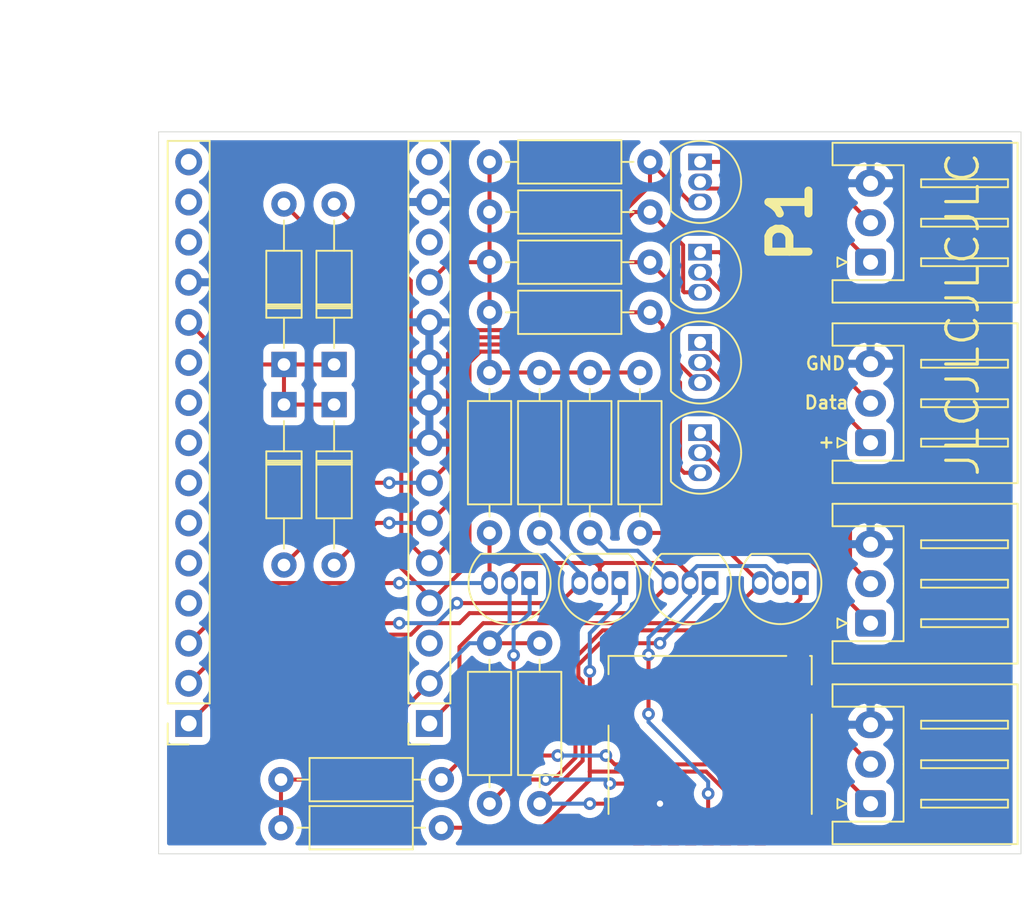
<source format=kicad_pcb>
(kicad_pcb (version 20171130) (host pcbnew 5.1.7)

  (general
    (thickness 1.6)
    (drawings 12)
    (tracks 243)
    (zones 0)
    (modules 31)
    (nets 41)
  )

  (page A4)
  (layers
    (0 F.Cu signal)
    (31 B.Cu signal)
    (32 B.Adhes user hide)
    (33 F.Adhes user hide)
    (34 B.Paste user hide)
    (35 F.Paste user)
    (36 B.SilkS user)
    (37 F.SilkS user)
    (38 B.Mask user)
    (39 F.Mask user)
    (40 Dwgs.User user)
    (41 Cmts.User user)
    (42 Eco1.User user)
    (43 Eco2.User user)
    (44 Edge.Cuts user)
    (45 Margin user)
    (46 B.CrtYd user hide)
    (47 F.CrtYd user)
    (48 B.Fab user)
    (49 F.Fab user)
  )

  (setup
    (last_trace_width 0.254)
    (user_trace_width 0.254)
    (user_trace_width 0.508)
    (trace_clearance 0.2)
    (zone_clearance 0.508)
    (zone_45_only no)
    (trace_min 0.2)
    (via_size 0.8)
    (via_drill 0.4)
    (via_min_size 0.4)
    (via_min_drill 0.3)
    (uvia_size 0.3)
    (uvia_drill 0.1)
    (uvias_allowed no)
    (uvia_min_size 0.2)
    (uvia_min_drill 0.1)
    (edge_width 0.05)
    (segment_width 0.2)
    (pcb_text_width 0.3)
    (pcb_text_size 1.5 1.5)
    (mod_edge_width 0.12)
    (mod_text_size 1 1)
    (mod_text_width 0.15)
    (pad_size 1.524 1.524)
    (pad_drill 0.762)
    (pad_to_mask_clearance 0)
    (aux_axis_origin 0 0)
    (visible_elements FFFFFF7F)
    (pcbplotparams
      (layerselection 0x010fc_ffffffff)
      (usegerberextensions false)
      (usegerberattributes true)
      (usegerberadvancedattributes true)
      (creategerberjobfile true)
      (excludeedgelayer true)
      (linewidth 0.100000)
      (plotframeref false)
      (viasonmask false)
      (mode 1)
      (useauxorigin false)
      (hpglpennumber 1)
      (hpglpenspeed 20)
      (hpglpendiameter 15.000000)
      (psnegative false)
      (psa4output false)
      (plotreference true)
      (plotvalue false)
      (plotinvisibletext false)
      (padsonsilk false)
      (subtractmaskfromsilk false)
      (outputformat 1)
      (mirror false)
      (drillshape 0)
      (scaleselection 1)
      (outputdirectory "plots/"))
  )

  (net 0 "")
  (net 1 GND)
  (net 2 "Net-(J1-Pad2)")
  (net 3 "Net-(J1-Pad1)")
  (net 4 "Net-(J2-Pad2)")
  (net 5 "Net-(J2-Pad1)")
  (net 6 "Net-(J3-Pad2)")
  (net 7 "Net-(J3-Pad1)")
  (net 8 "Net-(J4-Pad2)")
  (net 9 "Net-(J4-Pad1)")
  (net 10 D13)
  (net 11 3v3)
  (net 12 "Net-(J5-Pad13)")
  (net 13 A0)
  (net 14 A1)
  (net 15 A2)
  (net 16 A3)
  (net 17 5v)
  (net 18 "Net-(J5-Pad3)")
  (net 19 D12)
  (net 20 D11)
  (net 21 D10)
  (net 22 "Net-(J6-Pad10)")
  (net 23 "Net-(J6-Pad9)")
  (net 24 "Net-(J6-Pad8)")
  (net 25 "Net-(J6-Pad7)")
  (net 26 "Net-(J6-Pad6)")
  (net 27 "Net-(J6-Pad5)")
  (net 28 RX)
  (net 29 TX)
  (net 30 "Net-(J12-Pad9)")
  (net 31 MISO)
  (net 32 SCK)
  (net 33 MOSI)
  (net 34 SS)
  (net 35 "Net-(J12-Pad8)")
  (net 36 "Net-(J12-Pad1)")
  (net 37 "Net-(J6-Pad13)")
  (net 38 "Net-(J6-Pad4)")
  (net 39 "Net-(J5-Pad15)")
  (net 40 INT1)

  (net_class Default "This is the default net class."
    (clearance 0.2)
    (trace_width 0.25)
    (via_dia 0.8)
    (via_drill 0.4)
    (uvia_dia 0.3)
    (uvia_drill 0.1)
    (add_net 3v3)
    (add_net 5v)
    (add_net A0)
    (add_net A1)
    (add_net A2)
    (add_net A3)
    (add_net D10)
    (add_net D11)
    (add_net D12)
    (add_net D13)
    (add_net GND)
    (add_net INT1)
    (add_net MISO)
    (add_net MOSI)
    (add_net "Net-(J1-Pad1)")
    (add_net "Net-(J1-Pad2)")
    (add_net "Net-(J12-Pad1)")
    (add_net "Net-(J12-Pad8)")
    (add_net "Net-(J12-Pad9)")
    (add_net "Net-(J2-Pad1)")
    (add_net "Net-(J2-Pad2)")
    (add_net "Net-(J3-Pad1)")
    (add_net "Net-(J3-Pad2)")
    (add_net "Net-(J4-Pad1)")
    (add_net "Net-(J4-Pad2)")
    (add_net "Net-(J5-Pad13)")
    (add_net "Net-(J5-Pad15)")
    (add_net "Net-(J5-Pad3)")
    (add_net "Net-(J6-Pad10)")
    (add_net "Net-(J6-Pad13)")
    (add_net "Net-(J6-Pad4)")
    (add_net "Net-(J6-Pad5)")
    (add_net "Net-(J6-Pad6)")
    (add_net "Net-(J6-Pad7)")
    (add_net "Net-(J6-Pad8)")
    (add_net "Net-(J6-Pad9)")
    (add_net RX)
    (add_net SCK)
    (add_net SS)
    (add_net TX)
  )

  (module Diode_THT:D_DO-35_SOD27_P10.16mm_Horizontal (layer F.Cu) (tedit 5AE50CD5) (tstamp 5F926A54)
    (at 97.4725 92.837 90)
    (descr "Diode, DO-35_SOD27 series, Axial, Horizontal, pin pitch=10.16mm, , length*diameter=4*2mm^2, , http://www.diodes.com/_files/packages/DO-35.pdf")
    (tags "Diode DO-35_SOD27 series Axial Horizontal pin pitch 10.16mm  length 4mm diameter 2mm")
    (path /5F92656C)
    (fp_text reference D1 (at 5.08 -2.37 90) (layer F.SilkS) hide
      (effects (font (size 1 1) (thickness 0.15)))
    )
    (fp_text value DIODE (at 5.08 2.37 90) (layer F.Fab)
      (effects (font (size 1 1) (thickness 0.15)))
    )
    (fp_text user K (at 0 -1.8 90) (layer F.SilkS) hide
      (effects (font (size 1 1) (thickness 0.15)))
    )
    (fp_text user K (at 0 -1.8 90) (layer F.Fab)
      (effects (font (size 1 1) (thickness 0.15)))
    )
    (fp_text user %R (at 5.08 0 90) (layer F.Fab)
      (effects (font (size 1 1) (thickness 0.15)))
    )
    (fp_line (start 3.08 -1) (end 3.08 1) (layer F.Fab) (width 0.1))
    (fp_line (start 3.08 1) (end 7.08 1) (layer F.Fab) (width 0.1))
    (fp_line (start 7.08 1) (end 7.08 -1) (layer F.Fab) (width 0.1))
    (fp_line (start 7.08 -1) (end 3.08 -1) (layer F.Fab) (width 0.1))
    (fp_line (start 0 0) (end 3.08 0) (layer F.Fab) (width 0.1))
    (fp_line (start 10.16 0) (end 7.08 0) (layer F.Fab) (width 0.1))
    (fp_line (start 3.68 -1) (end 3.68 1) (layer F.Fab) (width 0.1))
    (fp_line (start 3.78 -1) (end 3.78 1) (layer F.Fab) (width 0.1))
    (fp_line (start 3.58 -1) (end 3.58 1) (layer F.Fab) (width 0.1))
    (fp_line (start 2.96 -1.12) (end 2.96 1.12) (layer F.SilkS) (width 0.12))
    (fp_line (start 2.96 1.12) (end 7.2 1.12) (layer F.SilkS) (width 0.12))
    (fp_line (start 7.2 1.12) (end 7.2 -1.12) (layer F.SilkS) (width 0.12))
    (fp_line (start 7.2 -1.12) (end 2.96 -1.12) (layer F.SilkS) (width 0.12))
    (fp_line (start 1.04 0) (end 2.96 0) (layer F.SilkS) (width 0.12))
    (fp_line (start 9.12 0) (end 7.2 0) (layer F.SilkS) (width 0.12))
    (fp_line (start 3.68 -1.12) (end 3.68 1.12) (layer F.SilkS) (width 0.12))
    (fp_line (start 3.8 -1.12) (end 3.8 1.12) (layer F.SilkS) (width 0.12))
    (fp_line (start 3.56 -1.12) (end 3.56 1.12) (layer F.SilkS) (width 0.12))
    (fp_line (start -1.05 -1.25) (end -1.05 1.25) (layer F.CrtYd) (width 0.05))
    (fp_line (start -1.05 1.25) (end 11.21 1.25) (layer F.CrtYd) (width 0.05))
    (fp_line (start 11.21 1.25) (end 11.21 -1.25) (layer F.CrtYd) (width 0.05))
    (fp_line (start 11.21 -1.25) (end -1.05 -1.25) (layer F.CrtYd) (width 0.05))
    (pad 2 thru_hole oval (at 10.16 0 90) (size 1.6 1.6) (drill 0.8) (layers *.Cu *.Mask)
      (net 13 A0))
    (pad 1 thru_hole rect (at 0 0 90) (size 1.6 1.6) (drill 0.8) (layers *.Cu *.Mask)
      (net 40 INT1))
    (model ${KISYS3DMOD}/Diode_THT.3dshapes/D_DO-35_SOD27_P10.16mm_Horizontal.wrl
      (at (xyz 0 0 0))
      (scale (xyz 1 1 1))
      (rotate (xyz 0 0 0))
    )
  )

  (module Diode_THT:D_DO-35_SOD27_P10.16mm_Horizontal (layer F.Cu) (tedit 5AE50CD5) (tstamp 5F926A6B)
    (at 100.6475 92.837 90)
    (descr "Diode, DO-35_SOD27 series, Axial, Horizontal, pin pitch=10.16mm, , length*diameter=4*2mm^2, , http://www.diodes.com/_files/packages/DO-35.pdf")
    (tags "Diode DO-35_SOD27 series Axial Horizontal pin pitch 10.16mm  length 4mm diameter 2mm")
    (path /5F928C0B)
    (fp_text reference D2 (at 5.08 -2.37 90) (layer F.SilkS) hide
      (effects (font (size 1 1) (thickness 0.15)))
    )
    (fp_text value DIODE (at 5.08 2.37 90) (layer F.Fab)
      (effects (font (size 1 1) (thickness 0.15)))
    )
    (fp_text user K (at 0 -1.8 90) (layer F.SilkS) hide
      (effects (font (size 1 1) (thickness 0.15)))
    )
    (fp_text user K (at 0 -1.8 90) (layer F.Fab)
      (effects (font (size 1 1) (thickness 0.15)))
    )
    (fp_text user %R (at 5.08 0 90) (layer F.Fab)
      (effects (font (size 1 1) (thickness 0.15)))
    )
    (fp_line (start 3.08 -1) (end 3.08 1) (layer F.Fab) (width 0.1))
    (fp_line (start 3.08 1) (end 7.08 1) (layer F.Fab) (width 0.1))
    (fp_line (start 7.08 1) (end 7.08 -1) (layer F.Fab) (width 0.1))
    (fp_line (start 7.08 -1) (end 3.08 -1) (layer F.Fab) (width 0.1))
    (fp_line (start 0 0) (end 3.08 0) (layer F.Fab) (width 0.1))
    (fp_line (start 10.16 0) (end 7.08 0) (layer F.Fab) (width 0.1))
    (fp_line (start 3.68 -1) (end 3.68 1) (layer F.Fab) (width 0.1))
    (fp_line (start 3.78 -1) (end 3.78 1) (layer F.Fab) (width 0.1))
    (fp_line (start 3.58 -1) (end 3.58 1) (layer F.Fab) (width 0.1))
    (fp_line (start 2.96 -1.12) (end 2.96 1.12) (layer F.SilkS) (width 0.12))
    (fp_line (start 2.96 1.12) (end 7.2 1.12) (layer F.SilkS) (width 0.12))
    (fp_line (start 7.2 1.12) (end 7.2 -1.12) (layer F.SilkS) (width 0.12))
    (fp_line (start 7.2 -1.12) (end 2.96 -1.12) (layer F.SilkS) (width 0.12))
    (fp_line (start 1.04 0) (end 2.96 0) (layer F.SilkS) (width 0.12))
    (fp_line (start 9.12 0) (end 7.2 0) (layer F.SilkS) (width 0.12))
    (fp_line (start 3.68 -1.12) (end 3.68 1.12) (layer F.SilkS) (width 0.12))
    (fp_line (start 3.8 -1.12) (end 3.8 1.12) (layer F.SilkS) (width 0.12))
    (fp_line (start 3.56 -1.12) (end 3.56 1.12) (layer F.SilkS) (width 0.12))
    (fp_line (start -1.05 -1.25) (end -1.05 1.25) (layer F.CrtYd) (width 0.05))
    (fp_line (start -1.05 1.25) (end 11.21 1.25) (layer F.CrtYd) (width 0.05))
    (fp_line (start 11.21 1.25) (end 11.21 -1.25) (layer F.CrtYd) (width 0.05))
    (fp_line (start 11.21 -1.25) (end -1.05 -1.25) (layer F.CrtYd) (width 0.05))
    (pad 2 thru_hole oval (at 10.16 0 90) (size 1.6 1.6) (drill 0.8) (layers *.Cu *.Mask)
      (net 14 A1))
    (pad 1 thru_hole rect (at 0 0 90) (size 1.6 1.6) (drill 0.8) (layers *.Cu *.Mask)
      (net 40 INT1))
    (model ${KISYS3DMOD}/Diode_THT.3dshapes/D_DO-35_SOD27_P10.16mm_Horizontal.wrl
      (at (xyz 0 0 0))
      (scale (xyz 1 1 1))
      (rotate (xyz 0 0 0))
    )
  )

  (module Diode_THT:D_DO-35_SOD27_P10.16mm_Horizontal (layer F.Cu) (tedit 5AE50CD5) (tstamp 5F926A82)
    (at 100.6475 95.377 270)
    (descr "Diode, DO-35_SOD27 series, Axial, Horizontal, pin pitch=10.16mm, , length*diameter=4*2mm^2, , http://www.diodes.com/_files/packages/DO-35.pdf")
    (tags "Diode DO-35_SOD27 series Axial Horizontal pin pitch 10.16mm  length 4mm diameter 2mm")
    (path /5F92A11E)
    (fp_text reference D3 (at 5.08 -2.37 90) (layer F.SilkS) hide
      (effects (font (size 1 1) (thickness 0.15)))
    )
    (fp_text value DIODE (at 5.08 2.37 90) (layer F.Fab)
      (effects (font (size 1 1) (thickness 0.15)))
    )
    (fp_text user K (at 0 -1.8 90) (layer F.SilkS) hide
      (effects (font (size 1 1) (thickness 0.15)))
    )
    (fp_text user K (at 0 -1.8 90) (layer F.Fab)
      (effects (font (size 1 1) (thickness 0.15)))
    )
    (fp_text user %R (at 5.08 0 90) (layer F.Fab)
      (effects (font (size 1 1) (thickness 0.15)))
    )
    (fp_line (start 3.08 -1) (end 3.08 1) (layer F.Fab) (width 0.1))
    (fp_line (start 3.08 1) (end 7.08 1) (layer F.Fab) (width 0.1))
    (fp_line (start 7.08 1) (end 7.08 -1) (layer F.Fab) (width 0.1))
    (fp_line (start 7.08 -1) (end 3.08 -1) (layer F.Fab) (width 0.1))
    (fp_line (start 0 0) (end 3.08 0) (layer F.Fab) (width 0.1))
    (fp_line (start 10.16 0) (end 7.08 0) (layer F.Fab) (width 0.1))
    (fp_line (start 3.68 -1) (end 3.68 1) (layer F.Fab) (width 0.1))
    (fp_line (start 3.78 -1) (end 3.78 1) (layer F.Fab) (width 0.1))
    (fp_line (start 3.58 -1) (end 3.58 1) (layer F.Fab) (width 0.1))
    (fp_line (start 2.96 -1.12) (end 2.96 1.12) (layer F.SilkS) (width 0.12))
    (fp_line (start 2.96 1.12) (end 7.2 1.12) (layer F.SilkS) (width 0.12))
    (fp_line (start 7.2 1.12) (end 7.2 -1.12) (layer F.SilkS) (width 0.12))
    (fp_line (start 7.2 -1.12) (end 2.96 -1.12) (layer F.SilkS) (width 0.12))
    (fp_line (start 1.04 0) (end 2.96 0) (layer F.SilkS) (width 0.12))
    (fp_line (start 9.12 0) (end 7.2 0) (layer F.SilkS) (width 0.12))
    (fp_line (start 3.68 -1.12) (end 3.68 1.12) (layer F.SilkS) (width 0.12))
    (fp_line (start 3.8 -1.12) (end 3.8 1.12) (layer F.SilkS) (width 0.12))
    (fp_line (start 3.56 -1.12) (end 3.56 1.12) (layer F.SilkS) (width 0.12))
    (fp_line (start -1.05 -1.25) (end -1.05 1.25) (layer F.CrtYd) (width 0.05))
    (fp_line (start -1.05 1.25) (end 11.21 1.25) (layer F.CrtYd) (width 0.05))
    (fp_line (start 11.21 1.25) (end 11.21 -1.25) (layer F.CrtYd) (width 0.05))
    (fp_line (start 11.21 -1.25) (end -1.05 -1.25) (layer F.CrtYd) (width 0.05))
    (pad 2 thru_hole oval (at 10.16 0 270) (size 1.6 1.6) (drill 0.8) (layers *.Cu *.Mask)
      (net 15 A2))
    (pad 1 thru_hole rect (at 0 0 270) (size 1.6 1.6) (drill 0.8) (layers *.Cu *.Mask)
      (net 40 INT1))
    (model ${KISYS3DMOD}/Diode_THT.3dshapes/D_DO-35_SOD27_P10.16mm_Horizontal.wrl
      (at (xyz 0 0 0))
      (scale (xyz 1 1 1))
      (rotate (xyz 0 0 0))
    )
  )

  (module Diode_THT:D_DO-35_SOD27_P10.16mm_Horizontal (layer F.Cu) (tedit 5AE50CD5) (tstamp 5F926A99)
    (at 97.4725 95.377 270)
    (descr "Diode, DO-35_SOD27 series, Axial, Horizontal, pin pitch=10.16mm, , length*diameter=4*2mm^2, , http://www.diodes.com/_files/packages/DO-35.pdf")
    (tags "Diode DO-35_SOD27 series Axial Horizontal pin pitch 10.16mm  length 4mm diameter 2mm")
    (path /5F92BA5E)
    (fp_text reference D4 (at 5.08 -2.37 90) (layer F.SilkS) hide
      (effects (font (size 1 1) (thickness 0.15)))
    )
    (fp_text value DIODE (at 5.08 2.37 90) (layer F.Fab)
      (effects (font (size 1 1) (thickness 0.15)))
    )
    (fp_text user K (at 0 -1.8 90) (layer F.SilkS) hide
      (effects (font (size 1 1) (thickness 0.15)))
    )
    (fp_text user K (at 0 -1.8 90) (layer F.Fab)
      (effects (font (size 1 1) (thickness 0.15)))
    )
    (fp_text user %R (at 5.08 0 90) (layer F.Fab)
      (effects (font (size 1 1) (thickness 0.15)))
    )
    (fp_line (start 3.08 -1) (end 3.08 1) (layer F.Fab) (width 0.1))
    (fp_line (start 3.08 1) (end 7.08 1) (layer F.Fab) (width 0.1))
    (fp_line (start 7.08 1) (end 7.08 -1) (layer F.Fab) (width 0.1))
    (fp_line (start 7.08 -1) (end 3.08 -1) (layer F.Fab) (width 0.1))
    (fp_line (start 0 0) (end 3.08 0) (layer F.Fab) (width 0.1))
    (fp_line (start 10.16 0) (end 7.08 0) (layer F.Fab) (width 0.1))
    (fp_line (start 3.68 -1) (end 3.68 1) (layer F.Fab) (width 0.1))
    (fp_line (start 3.78 -1) (end 3.78 1) (layer F.Fab) (width 0.1))
    (fp_line (start 3.58 -1) (end 3.58 1) (layer F.Fab) (width 0.1))
    (fp_line (start 2.96 -1.12) (end 2.96 1.12) (layer F.SilkS) (width 0.12))
    (fp_line (start 2.96 1.12) (end 7.2 1.12) (layer F.SilkS) (width 0.12))
    (fp_line (start 7.2 1.12) (end 7.2 -1.12) (layer F.SilkS) (width 0.12))
    (fp_line (start 7.2 -1.12) (end 2.96 -1.12) (layer F.SilkS) (width 0.12))
    (fp_line (start 1.04 0) (end 2.96 0) (layer F.SilkS) (width 0.12))
    (fp_line (start 9.12 0) (end 7.2 0) (layer F.SilkS) (width 0.12))
    (fp_line (start 3.68 -1.12) (end 3.68 1.12) (layer F.SilkS) (width 0.12))
    (fp_line (start 3.8 -1.12) (end 3.8 1.12) (layer F.SilkS) (width 0.12))
    (fp_line (start 3.56 -1.12) (end 3.56 1.12) (layer F.SilkS) (width 0.12))
    (fp_line (start -1.05 -1.25) (end -1.05 1.25) (layer F.CrtYd) (width 0.05))
    (fp_line (start -1.05 1.25) (end 11.21 1.25) (layer F.CrtYd) (width 0.05))
    (fp_line (start 11.21 1.25) (end 11.21 -1.25) (layer F.CrtYd) (width 0.05))
    (fp_line (start 11.21 -1.25) (end -1.05 -1.25) (layer F.CrtYd) (width 0.05))
    (pad 2 thru_hole oval (at 10.16 0 270) (size 1.6 1.6) (drill 0.8) (layers *.Cu *.Mask)
      (net 16 A3))
    (pad 1 thru_hole rect (at 0 0 270) (size 1.6 1.6) (drill 0.8) (layers *.Cu *.Mask)
      (net 40 INT1))
    (model ${KISYS3DMOD}/Diode_THT.3dshapes/D_DO-35_SOD27_P10.16mm_Horizontal.wrl
      (at (xyz 0 0 0))
      (scale (xyz 1 1 1))
      (rotate (xyz 0 0 0))
    )
  )

  (module Resistor_THT:R_Axial_DIN0207_L6.3mm_D2.5mm_P10.16mm_Horizontal (layer F.Cu) (tedit 5AE5139B) (tstamp 5F92632D)
    (at 110.49 89.535)
    (descr "Resistor, Axial_DIN0207 series, Axial, Horizontal, pin pitch=10.16mm, 0.25W = 1/4W, length*diameter=6.3*2.5mm^2, http://cdn-reichelt.de/documents/datenblatt/B400/1_4W%23YAG.pdf")
    (tags "Resistor Axial_DIN0207 series Axial Horizontal pin pitch 10.16mm 0.25W = 1/4W length 6.3mm diameter 2.5mm")
    (path /5FAE5C21)
    (fp_text reference R1 (at 5.08 -2.37) (layer F.SilkS) hide
      (effects (font (size 1 1) (thickness 0.15)))
    )
    (fp_text value 5k1 (at 5.08 0.635) (layer F.Fab)
      (effects (font (size 1 1) (thickness 0.15)))
    )
    (fp_text user %R (at 5.08 -0.635) (layer F.Fab)
      (effects (font (size 1 1) (thickness 0.15)))
    )
    (fp_line (start 1.93 -1.25) (end 1.93 1.25) (layer F.Fab) (width 0.1))
    (fp_line (start 1.93 1.25) (end 8.23 1.25) (layer F.Fab) (width 0.1))
    (fp_line (start 8.23 1.25) (end 8.23 -1.25) (layer F.Fab) (width 0.1))
    (fp_line (start 8.23 -1.25) (end 1.93 -1.25) (layer F.Fab) (width 0.1))
    (fp_line (start 0 0) (end 1.93 0) (layer F.Fab) (width 0.1))
    (fp_line (start 10.16 0) (end 8.23 0) (layer F.Fab) (width 0.1))
    (fp_line (start 1.81 -1.37) (end 1.81 1.37) (layer F.SilkS) (width 0.12))
    (fp_line (start 1.81 1.37) (end 8.35 1.37) (layer F.SilkS) (width 0.12))
    (fp_line (start 8.35 1.37) (end 8.35 -1.37) (layer F.SilkS) (width 0.12))
    (fp_line (start 8.35 -1.37) (end 1.81 -1.37) (layer F.SilkS) (width 0.12))
    (fp_line (start 1.04 0) (end 1.81 0) (layer F.SilkS) (width 0.12))
    (fp_line (start 9.12 0) (end 8.35 0) (layer F.SilkS) (width 0.12))
    (fp_line (start -1.05 -1.5) (end -1.05 1.5) (layer F.CrtYd) (width 0.05))
    (fp_line (start -1.05 1.5) (end 11.21 1.5) (layer F.CrtYd) (width 0.05))
    (fp_line (start 11.21 1.5) (end 11.21 -1.5) (layer F.CrtYd) (width 0.05))
    (fp_line (start 11.21 -1.5) (end -1.05 -1.5) (layer F.CrtYd) (width 0.05))
    (pad 2 thru_hole oval (at 10.16 0) (size 1.6 1.6) (drill 0.8) (layers *.Cu *.Mask)
      (net 13 A0))
    (pad 1 thru_hole circle (at 0 0) (size 1.6 1.6) (drill 0.8) (layers *.Cu *.Mask)
      (net 17 5v))
    (model ${KISYS3DMOD}/Resistor_THT.3dshapes/R_Axial_DIN0207_L6.3mm_D2.5mm_P10.16mm_Horizontal.wrl
      (at (xyz 0 0 0))
      (scale (xyz 1 1 1))
      (rotate (xyz 0 0 0))
    )
  )

  (module Resistor_THT:R_Axial_DIN0207_L6.3mm_D2.5mm_P10.16mm_Horizontal (layer F.Cu) (tedit 5AE5139B) (tstamp 5F925E26)
    (at 110.49 86.36)
    (descr "Resistor, Axial_DIN0207 series, Axial, Horizontal, pin pitch=10.16mm, 0.25W = 1/4W, length*diameter=6.3*2.5mm^2, http://cdn-reichelt.de/documents/datenblatt/B400/1_4W%23YAG.pdf")
    (tags "Resistor Axial_DIN0207 series Axial Horizontal pin pitch 10.16mm 0.25W = 1/4W length 6.3mm diameter 2.5mm")
    (path /60014102)
    (fp_text reference R2 (at 5.08 -2.37) (layer F.SilkS) hide
      (effects (font (size 1 1) (thickness 0.15)))
    )
    (fp_text value 5k1 (at 5.08 0.635) (layer F.Fab)
      (effects (font (size 1 1) (thickness 0.15)))
    )
    (fp_text user %R (at 5.08 -0.635) (layer F.Fab)
      (effects (font (size 1 1) (thickness 0.15)))
    )
    (fp_line (start 1.93 -1.25) (end 1.93 1.25) (layer F.Fab) (width 0.1))
    (fp_line (start 1.93 1.25) (end 8.23 1.25) (layer F.Fab) (width 0.1))
    (fp_line (start 8.23 1.25) (end 8.23 -1.25) (layer F.Fab) (width 0.1))
    (fp_line (start 8.23 -1.25) (end 1.93 -1.25) (layer F.Fab) (width 0.1))
    (fp_line (start 0 0) (end 1.93 0) (layer F.Fab) (width 0.1))
    (fp_line (start 10.16 0) (end 8.23 0) (layer F.Fab) (width 0.1))
    (fp_line (start 1.81 -1.37) (end 1.81 1.37) (layer F.SilkS) (width 0.12))
    (fp_line (start 1.81 1.37) (end 8.35 1.37) (layer F.SilkS) (width 0.12))
    (fp_line (start 8.35 1.37) (end 8.35 -1.37) (layer F.SilkS) (width 0.12))
    (fp_line (start 8.35 -1.37) (end 1.81 -1.37) (layer F.SilkS) (width 0.12))
    (fp_line (start 1.04 0) (end 1.81 0) (layer F.SilkS) (width 0.12))
    (fp_line (start 9.12 0) (end 8.35 0) (layer F.SilkS) (width 0.12))
    (fp_line (start -1.05 -1.5) (end -1.05 1.5) (layer F.CrtYd) (width 0.05))
    (fp_line (start -1.05 1.5) (end 11.21 1.5) (layer F.CrtYd) (width 0.05))
    (fp_line (start 11.21 1.5) (end 11.21 -1.5) (layer F.CrtYd) (width 0.05))
    (fp_line (start 11.21 -1.5) (end -1.05 -1.5) (layer F.CrtYd) (width 0.05))
    (pad 2 thru_hole oval (at 10.16 0) (size 1.6 1.6) (drill 0.8) (layers *.Cu *.Mask)
      (net 14 A1))
    (pad 1 thru_hole circle (at 0 0) (size 1.6 1.6) (drill 0.8) (layers *.Cu *.Mask)
      (net 17 5v))
    (model ${KISYS3DMOD}/Resistor_THT.3dshapes/R_Axial_DIN0207_L6.3mm_D2.5mm_P10.16mm_Horizontal.wrl
      (at (xyz 0 0 0))
      (scale (xyz 1 1 1))
      (rotate (xyz 0 0 0))
    )
  )

  (module Resistor_THT:R_Axial_DIN0207_L6.3mm_D2.5mm_P10.16mm_Horizontal (layer F.Cu) (tedit 5AE5139B) (tstamp 5F925DE4)
    (at 110.49 83.185)
    (descr "Resistor, Axial_DIN0207 series, Axial, Horizontal, pin pitch=10.16mm, 0.25W = 1/4W, length*diameter=6.3*2.5mm^2, http://cdn-reichelt.de/documents/datenblatt/B400/1_4W%23YAG.pdf")
    (tags "Resistor Axial_DIN0207 series Axial Horizontal pin pitch 10.16mm 0.25W = 1/4W length 6.3mm diameter 2.5mm")
    (path /6005CEF8)
    (fp_text reference R3 (at 5.08 -2.37) (layer F.SilkS) hide
      (effects (font (size 1 1) (thickness 0.15)))
    )
    (fp_text value 5k1 (at 5.08 0.635) (layer F.Fab)
      (effects (font (size 1 1) (thickness 0.15)))
    )
    (fp_text user %R (at 5.08 -0.635) (layer F.Fab)
      (effects (font (size 1 1) (thickness 0.15)))
    )
    (fp_line (start 1.93 -1.25) (end 1.93 1.25) (layer F.Fab) (width 0.1))
    (fp_line (start 1.93 1.25) (end 8.23 1.25) (layer F.Fab) (width 0.1))
    (fp_line (start 8.23 1.25) (end 8.23 -1.25) (layer F.Fab) (width 0.1))
    (fp_line (start 8.23 -1.25) (end 1.93 -1.25) (layer F.Fab) (width 0.1))
    (fp_line (start 0 0) (end 1.93 0) (layer F.Fab) (width 0.1))
    (fp_line (start 10.16 0) (end 8.23 0) (layer F.Fab) (width 0.1))
    (fp_line (start 1.81 -1.37) (end 1.81 1.37) (layer F.SilkS) (width 0.12))
    (fp_line (start 1.81 1.37) (end 8.35 1.37) (layer F.SilkS) (width 0.12))
    (fp_line (start 8.35 1.37) (end 8.35 -1.37) (layer F.SilkS) (width 0.12))
    (fp_line (start 8.35 -1.37) (end 1.81 -1.37) (layer F.SilkS) (width 0.12))
    (fp_line (start 1.04 0) (end 1.81 0) (layer F.SilkS) (width 0.12))
    (fp_line (start 9.12 0) (end 8.35 0) (layer F.SilkS) (width 0.12))
    (fp_line (start -1.05 -1.5) (end -1.05 1.5) (layer F.CrtYd) (width 0.05))
    (fp_line (start -1.05 1.5) (end 11.21 1.5) (layer F.CrtYd) (width 0.05))
    (fp_line (start 11.21 1.5) (end 11.21 -1.5) (layer F.CrtYd) (width 0.05))
    (fp_line (start 11.21 -1.5) (end -1.05 -1.5) (layer F.CrtYd) (width 0.05))
    (pad 2 thru_hole oval (at 10.16 0) (size 1.6 1.6) (drill 0.8) (layers *.Cu *.Mask)
      (net 15 A2))
    (pad 1 thru_hole circle (at 0 0) (size 1.6 1.6) (drill 0.8) (layers *.Cu *.Mask)
      (net 17 5v))
    (model ${KISYS3DMOD}/Resistor_THT.3dshapes/R_Axial_DIN0207_L6.3mm_D2.5mm_P10.16mm_Horizontal.wrl
      (at (xyz 0 0 0))
      (scale (xyz 1 1 1))
      (rotate (xyz 0 0 0))
    )
  )

  (module Resistor_THT:R_Axial_DIN0207_L6.3mm_D2.5mm_P10.16mm_Horizontal (layer F.Cu) (tedit 5AE5139B) (tstamp 5F925DA2)
    (at 110.49 80.01)
    (descr "Resistor, Axial_DIN0207 series, Axial, Horizontal, pin pitch=10.16mm, 0.25W = 1/4W, length*diameter=6.3*2.5mm^2, http://cdn-reichelt.de/documents/datenblatt/B400/1_4W%23YAG.pdf")
    (tags "Resistor Axial_DIN0207 series Axial Horizontal pin pitch 10.16mm 0.25W = 1/4W length 6.3mm diameter 2.5mm")
    (path /60079D26)
    (fp_text reference R4 (at 5.08 -2.37) (layer F.SilkS) hide
      (effects (font (size 1 1) (thickness 0.15)))
    )
    (fp_text value 5k1 (at 5.08 0.635) (layer F.Fab)
      (effects (font (size 1 1) (thickness 0.15)))
    )
    (fp_text user %R (at 5.08 -0.635) (layer F.Fab)
      (effects (font (size 1 1) (thickness 0.15)))
    )
    (fp_line (start 1.93 -1.25) (end 1.93 1.25) (layer F.Fab) (width 0.1))
    (fp_line (start 1.93 1.25) (end 8.23 1.25) (layer F.Fab) (width 0.1))
    (fp_line (start 8.23 1.25) (end 8.23 -1.25) (layer F.Fab) (width 0.1))
    (fp_line (start 8.23 -1.25) (end 1.93 -1.25) (layer F.Fab) (width 0.1))
    (fp_line (start 0 0) (end 1.93 0) (layer F.Fab) (width 0.1))
    (fp_line (start 10.16 0) (end 8.23 0) (layer F.Fab) (width 0.1))
    (fp_line (start 1.81 -1.37) (end 1.81 1.37) (layer F.SilkS) (width 0.12))
    (fp_line (start 1.81 1.37) (end 8.35 1.37) (layer F.SilkS) (width 0.12))
    (fp_line (start 8.35 1.37) (end 8.35 -1.37) (layer F.SilkS) (width 0.12))
    (fp_line (start 8.35 -1.37) (end 1.81 -1.37) (layer F.SilkS) (width 0.12))
    (fp_line (start 1.04 0) (end 1.81 0) (layer F.SilkS) (width 0.12))
    (fp_line (start 9.12 0) (end 8.35 0) (layer F.SilkS) (width 0.12))
    (fp_line (start -1.05 -1.5) (end -1.05 1.5) (layer F.CrtYd) (width 0.05))
    (fp_line (start -1.05 1.5) (end 11.21 1.5) (layer F.CrtYd) (width 0.05))
    (fp_line (start 11.21 1.5) (end 11.21 -1.5) (layer F.CrtYd) (width 0.05))
    (fp_line (start 11.21 -1.5) (end -1.05 -1.5) (layer F.CrtYd) (width 0.05))
    (pad 2 thru_hole oval (at 10.16 0) (size 1.6 1.6) (drill 0.8) (layers *.Cu *.Mask)
      (net 16 A3))
    (pad 1 thru_hole circle (at 0 0) (size 1.6 1.6) (drill 0.8) (layers *.Cu *.Mask)
      (net 17 5v))
    (model ${KISYS3DMOD}/Resistor_THT.3dshapes/R_Axial_DIN0207_L6.3mm_D2.5mm_P10.16mm_Horizontal.wrl
      (at (xyz 0 0 0))
      (scale (xyz 1 1 1))
      (rotate (xyz 0 0 0))
    )
  )

  (module Resistor_THT:R_Axial_DIN0207_L6.3mm_D2.5mm_P10.16mm_Horizontal (layer F.Cu) (tedit 5AE5139B) (tstamp 5F925D60)
    (at 97.282 119.126)
    (descr "Resistor, Axial_DIN0207 series, Axial, Horizontal, pin pitch=10.16mm, 0.25W = 1/4W, length*diameter=6.3*2.5mm^2, http://cdn-reichelt.de/documents/datenblatt/B400/1_4W%23YAG.pdf")
    (tags "Resistor Axial_DIN0207 series Axial Horizontal pin pitch 10.16mm 0.25W = 1/4W length 6.3mm diameter 2.5mm")
    (path /6019B3B5)
    (fp_text reference R9 (at 5.08 -2.37) (layer F.SilkS) hide
      (effects (font (size 1 1) (thickness 0.15)))
    )
    (fp_text value 5k1 (at 5.08 2.37) (layer F.Fab)
      (effects (font (size 1 1) (thickness 0.15)))
    )
    (fp_line (start 11.21 -1.5) (end -1.05 -1.5) (layer F.CrtYd) (width 0.05))
    (fp_line (start 11.21 1.5) (end 11.21 -1.5) (layer F.CrtYd) (width 0.05))
    (fp_line (start -1.05 1.5) (end 11.21 1.5) (layer F.CrtYd) (width 0.05))
    (fp_line (start -1.05 -1.5) (end -1.05 1.5) (layer F.CrtYd) (width 0.05))
    (fp_line (start 9.12 0) (end 8.35 0) (layer F.SilkS) (width 0.12))
    (fp_line (start 1.04 0) (end 1.81 0) (layer F.SilkS) (width 0.12))
    (fp_line (start 8.35 -1.37) (end 1.81 -1.37) (layer F.SilkS) (width 0.12))
    (fp_line (start 8.35 1.37) (end 8.35 -1.37) (layer F.SilkS) (width 0.12))
    (fp_line (start 1.81 1.37) (end 8.35 1.37) (layer F.SilkS) (width 0.12))
    (fp_line (start 1.81 -1.37) (end 1.81 1.37) (layer F.SilkS) (width 0.12))
    (fp_line (start 10.16 0) (end 8.23 0) (layer F.Fab) (width 0.1))
    (fp_line (start 0 0) (end 1.93 0) (layer F.Fab) (width 0.1))
    (fp_line (start 8.23 -1.25) (end 1.93 -1.25) (layer F.Fab) (width 0.1))
    (fp_line (start 8.23 1.25) (end 8.23 -1.25) (layer F.Fab) (width 0.1))
    (fp_line (start 1.93 1.25) (end 8.23 1.25) (layer F.Fab) (width 0.1))
    (fp_line (start 1.93 -1.25) (end 1.93 1.25) (layer F.Fab) (width 0.1))
    (fp_text user %R (at 5.08 0) (layer F.Fab)
      (effects (font (size 1 1) (thickness 0.15)))
    )
    (pad 1 thru_hole circle (at 0 0) (size 1.6 1.6) (drill 0.8) (layers *.Cu *.Mask)
      (net 11 3v3))
    (pad 2 thru_hole oval (at 10.16 0) (size 1.6 1.6) (drill 0.8) (layers *.Cu *.Mask)
      (net 34 SS))
    (model ${KISYS3DMOD}/Resistor_THT.3dshapes/R_Axial_DIN0207_L6.3mm_D2.5mm_P10.16mm_Horizontal.wrl
      (at (xyz 0 0 0))
      (scale (xyz 1 1 1))
      (rotate (xyz 0 0 0))
    )
  )

  (module Resistor_THT:R_Axial_DIN0207_L6.3mm_D2.5mm_P10.16mm_Horizontal (layer F.Cu) (tedit 5AE5139B) (tstamp 5F925D1E)
    (at 110.49 93.345 270)
    (descr "Resistor, Axial_DIN0207 series, Axial, Horizontal, pin pitch=10.16mm, 0.25W = 1/4W, length*diameter=6.3*2.5mm^2, http://cdn-reichelt.de/documents/datenblatt/B400/1_4W%23YAG.pdf")
    (tags "Resistor Axial_DIN0207 series Axial Horizontal pin pitch 10.16mm 0.25W = 1/4W length 6.3mm diameter 2.5mm")
    (path /601BB091)
    (fp_text reference R5 (at 5.08 -2.37 90) (layer F.SilkS) hide
      (effects (font (size 1 1) (thickness 0.15)))
    )
    (fp_text value 5k1 (at 5.08 2.37 90) (layer F.Fab)
      (effects (font (size 1 1) (thickness 0.15)))
    )
    (fp_text user %R (at 5.08 0 90) (layer F.Fab)
      (effects (font (size 1 1) (thickness 0.15)))
    )
    (fp_line (start 1.93 -1.25) (end 1.93 1.25) (layer F.Fab) (width 0.1))
    (fp_line (start 1.93 1.25) (end 8.23 1.25) (layer F.Fab) (width 0.1))
    (fp_line (start 8.23 1.25) (end 8.23 -1.25) (layer F.Fab) (width 0.1))
    (fp_line (start 8.23 -1.25) (end 1.93 -1.25) (layer F.Fab) (width 0.1))
    (fp_line (start 0 0) (end 1.93 0) (layer F.Fab) (width 0.1))
    (fp_line (start 10.16 0) (end 8.23 0) (layer F.Fab) (width 0.1))
    (fp_line (start 1.81 -1.37) (end 1.81 1.37) (layer F.SilkS) (width 0.12))
    (fp_line (start 1.81 1.37) (end 8.35 1.37) (layer F.SilkS) (width 0.12))
    (fp_line (start 8.35 1.37) (end 8.35 -1.37) (layer F.SilkS) (width 0.12))
    (fp_line (start 8.35 -1.37) (end 1.81 -1.37) (layer F.SilkS) (width 0.12))
    (fp_line (start 1.04 0) (end 1.81 0) (layer F.SilkS) (width 0.12))
    (fp_line (start 9.12 0) (end 8.35 0) (layer F.SilkS) (width 0.12))
    (fp_line (start -1.05 -1.5) (end -1.05 1.5) (layer F.CrtYd) (width 0.05))
    (fp_line (start -1.05 1.5) (end 11.21 1.5) (layer F.CrtYd) (width 0.05))
    (fp_line (start 11.21 1.5) (end 11.21 -1.5) (layer F.CrtYd) (width 0.05))
    (fp_line (start 11.21 -1.5) (end -1.05 -1.5) (layer F.CrtYd) (width 0.05))
    (pad 2 thru_hole oval (at 10.16 0 270) (size 1.6 1.6) (drill 0.8) (layers *.Cu *.Mask)
      (net 21 D10))
    (pad 1 thru_hole circle (at 0 0 270) (size 1.6 1.6) (drill 0.8) (layers *.Cu *.Mask)
      (net 17 5v))
    (model ${KISYS3DMOD}/Resistor_THT.3dshapes/R_Axial_DIN0207_L6.3mm_D2.5mm_P10.16mm_Horizontal.wrl
      (at (xyz 0 0 0))
      (scale (xyz 1 1 1))
      (rotate (xyz 0 0 0))
    )
  )

  (module Resistor_THT:R_Axial_DIN0207_L6.3mm_D2.5mm_P10.16mm_Horizontal (layer F.Cu) (tedit 5AE5139B) (tstamp 5F925CDC)
    (at 97.282 122.174)
    (descr "Resistor, Axial_DIN0207 series, Axial, Horizontal, pin pitch=10.16mm, 0.25W = 1/4W, length*diameter=6.3*2.5mm^2, http://cdn-reichelt.de/documents/datenblatt/B400/1_4W%23YAG.pdf")
    (tags "Resistor Axial_DIN0207 series Axial Horizontal pin pitch 10.16mm 0.25W = 1/4W length 6.3mm diameter 2.5mm")
    (path /60233D99)
    (fp_text reference R10 (at 5.08 -2.37) (layer F.SilkS) hide
      (effects (font (size 1 1) (thickness 0.15)))
    )
    (fp_text value 5k1 (at 5.08 2.37) (layer F.Fab)
      (effects (font (size 1 1) (thickness 0.15)))
    )
    (fp_line (start 11.21 -1.5) (end -1.05 -1.5) (layer F.CrtYd) (width 0.05))
    (fp_line (start 11.21 1.5) (end 11.21 -1.5) (layer F.CrtYd) (width 0.05))
    (fp_line (start -1.05 1.5) (end 11.21 1.5) (layer F.CrtYd) (width 0.05))
    (fp_line (start -1.05 -1.5) (end -1.05 1.5) (layer F.CrtYd) (width 0.05))
    (fp_line (start 9.12 0) (end 8.35 0) (layer F.SilkS) (width 0.12))
    (fp_line (start 1.04 0) (end 1.81 0) (layer F.SilkS) (width 0.12))
    (fp_line (start 8.35 -1.37) (end 1.81 -1.37) (layer F.SilkS) (width 0.12))
    (fp_line (start 8.35 1.37) (end 8.35 -1.37) (layer F.SilkS) (width 0.12))
    (fp_line (start 1.81 1.37) (end 8.35 1.37) (layer F.SilkS) (width 0.12))
    (fp_line (start 1.81 -1.37) (end 1.81 1.37) (layer F.SilkS) (width 0.12))
    (fp_line (start 10.16 0) (end 8.23 0) (layer F.Fab) (width 0.1))
    (fp_line (start 0 0) (end 1.93 0) (layer F.Fab) (width 0.1))
    (fp_line (start 8.23 -1.25) (end 1.93 -1.25) (layer F.Fab) (width 0.1))
    (fp_line (start 8.23 1.25) (end 8.23 -1.25) (layer F.Fab) (width 0.1))
    (fp_line (start 1.93 1.25) (end 8.23 1.25) (layer F.Fab) (width 0.1))
    (fp_line (start 1.93 -1.25) (end 1.93 1.25) (layer F.Fab) (width 0.1))
    (fp_text user %R (at 5.08 0) (layer F.Fab)
      (effects (font (size 1 1) (thickness 0.15)))
    )
    (pad 1 thru_hole circle (at 0 0) (size 1.6 1.6) (drill 0.8) (layers *.Cu *.Mask)
      (net 11 3v3))
    (pad 2 thru_hole oval (at 10.16 0) (size 1.6 1.6) (drill 0.8) (layers *.Cu *.Mask)
      (net 33 MOSI))
    (model ${KISYS3DMOD}/Resistor_THT.3dshapes/R_Axial_DIN0207_L6.3mm_D2.5mm_P10.16mm_Horizontal.wrl
      (at (xyz 0 0 0))
      (scale (xyz 1 1 1))
      (rotate (xyz 0 0 0))
    )
  )

  (module Resistor_THT:R_Axial_DIN0207_L6.3mm_D2.5mm_P10.16mm_Horizontal (layer F.Cu) (tedit 5AE5139B) (tstamp 5F925C9A)
    (at 113.665 93.345 270)
    (descr "Resistor, Axial_DIN0207 series, Axial, Horizontal, pin pitch=10.16mm, 0.25W = 1/4W, length*diameter=6.3*2.5mm^2, http://cdn-reichelt.de/documents/datenblatt/B400/1_4W%23YAG.pdf")
    (tags "Resistor Axial_DIN0207 series Axial Horizontal pin pitch 10.16mm 0.25W = 1/4W length 6.3mm diameter 2.5mm")
    (path /60233DB9)
    (fp_text reference R6 (at 5.08 -2.37 90) (layer F.SilkS) hide
      (effects (font (size 1 1) (thickness 0.15)))
    )
    (fp_text value 5k1 (at 5.08 2.37 90) (layer F.Fab)
      (effects (font (size 1 1) (thickness 0.15)))
    )
    (fp_text user %R (at 5.08 0 90) (layer F.Fab)
      (effects (font (size 1 1) (thickness 0.15)))
    )
    (fp_line (start 1.93 -1.25) (end 1.93 1.25) (layer F.Fab) (width 0.1))
    (fp_line (start 1.93 1.25) (end 8.23 1.25) (layer F.Fab) (width 0.1))
    (fp_line (start 8.23 1.25) (end 8.23 -1.25) (layer F.Fab) (width 0.1))
    (fp_line (start 8.23 -1.25) (end 1.93 -1.25) (layer F.Fab) (width 0.1))
    (fp_line (start 0 0) (end 1.93 0) (layer F.Fab) (width 0.1))
    (fp_line (start 10.16 0) (end 8.23 0) (layer F.Fab) (width 0.1))
    (fp_line (start 1.81 -1.37) (end 1.81 1.37) (layer F.SilkS) (width 0.12))
    (fp_line (start 1.81 1.37) (end 8.35 1.37) (layer F.SilkS) (width 0.12))
    (fp_line (start 8.35 1.37) (end 8.35 -1.37) (layer F.SilkS) (width 0.12))
    (fp_line (start 8.35 -1.37) (end 1.81 -1.37) (layer F.SilkS) (width 0.12))
    (fp_line (start 1.04 0) (end 1.81 0) (layer F.SilkS) (width 0.12))
    (fp_line (start 9.12 0) (end 8.35 0) (layer F.SilkS) (width 0.12))
    (fp_line (start -1.05 -1.5) (end -1.05 1.5) (layer F.CrtYd) (width 0.05))
    (fp_line (start -1.05 1.5) (end 11.21 1.5) (layer F.CrtYd) (width 0.05))
    (fp_line (start 11.21 1.5) (end 11.21 -1.5) (layer F.CrtYd) (width 0.05))
    (fp_line (start 11.21 -1.5) (end -1.05 -1.5) (layer F.CrtYd) (width 0.05))
    (pad 2 thru_hole oval (at 10.16 0 270) (size 1.6 1.6) (drill 0.8) (layers *.Cu *.Mask)
      (net 20 D11))
    (pad 1 thru_hole circle (at 0 0 270) (size 1.6 1.6) (drill 0.8) (layers *.Cu *.Mask)
      (net 17 5v))
    (model ${KISYS3DMOD}/Resistor_THT.3dshapes/R_Axial_DIN0207_L6.3mm_D2.5mm_P10.16mm_Horizontal.wrl
      (at (xyz 0 0 0))
      (scale (xyz 1 1 1))
      (rotate (xyz 0 0 0))
    )
  )

  (module Resistor_THT:R_Axial_DIN0207_L6.3mm_D2.5mm_P10.16mm_Horizontal (layer F.Cu) (tedit 5AE5139B) (tstamp 5F925C58)
    (at 113.665 110.49 270)
    (descr "Resistor, Axial_DIN0207 series, Axial, Horizontal, pin pitch=10.16mm, 0.25W = 1/4W, length*diameter=6.3*2.5mm^2, http://cdn-reichelt.de/documents/datenblatt/B400/1_4W%23YAG.pdf")
    (tags "Resistor Axial_DIN0207 series Axial Horizontal pin pitch 10.16mm 0.25W = 1/4W length 6.3mm diameter 2.5mm")
    (path /60239259)
    (fp_text reference R11 (at 5.08 -2.37 90) (layer F.SilkS) hide
      (effects (font (size 1 1) (thickness 0.15)))
    )
    (fp_text value 5k1 (at 5.08 2.37 90) (layer F.Fab)
      (effects (font (size 1 1) (thickness 0.15)))
    )
    (fp_text user %R (at 5.08 0 90) (layer F.Fab)
      (effects (font (size 1 1) (thickness 0.15)))
    )
    (fp_line (start 1.93 -1.25) (end 1.93 1.25) (layer F.Fab) (width 0.1))
    (fp_line (start 1.93 1.25) (end 8.23 1.25) (layer F.Fab) (width 0.1))
    (fp_line (start 8.23 1.25) (end 8.23 -1.25) (layer F.Fab) (width 0.1))
    (fp_line (start 8.23 -1.25) (end 1.93 -1.25) (layer F.Fab) (width 0.1))
    (fp_line (start 0 0) (end 1.93 0) (layer F.Fab) (width 0.1))
    (fp_line (start 10.16 0) (end 8.23 0) (layer F.Fab) (width 0.1))
    (fp_line (start 1.81 -1.37) (end 1.81 1.37) (layer F.SilkS) (width 0.12))
    (fp_line (start 1.81 1.37) (end 8.35 1.37) (layer F.SilkS) (width 0.12))
    (fp_line (start 8.35 1.37) (end 8.35 -1.37) (layer F.SilkS) (width 0.12))
    (fp_line (start 8.35 -1.37) (end 1.81 -1.37) (layer F.SilkS) (width 0.12))
    (fp_line (start 1.04 0) (end 1.81 0) (layer F.SilkS) (width 0.12))
    (fp_line (start 9.12 0) (end 8.35 0) (layer F.SilkS) (width 0.12))
    (fp_line (start -1.05 -1.5) (end -1.05 1.5) (layer F.CrtYd) (width 0.05))
    (fp_line (start -1.05 1.5) (end 11.21 1.5) (layer F.CrtYd) (width 0.05))
    (fp_line (start 11.21 1.5) (end 11.21 -1.5) (layer F.CrtYd) (width 0.05))
    (fp_line (start 11.21 -1.5) (end -1.05 -1.5) (layer F.CrtYd) (width 0.05))
    (pad 2 thru_hole oval (at 10.16 0 270) (size 1.6 1.6) (drill 0.8) (layers *.Cu *.Mask)
      (net 31 MISO))
    (pad 1 thru_hole circle (at 0 0 270) (size 1.6 1.6) (drill 0.8) (layers *.Cu *.Mask)
      (net 11 3v3))
    (model ${KISYS3DMOD}/Resistor_THT.3dshapes/R_Axial_DIN0207_L6.3mm_D2.5mm_P10.16mm_Horizontal.wrl
      (at (xyz 0 0 0))
      (scale (xyz 1 1 1))
      (rotate (xyz 0 0 0))
    )
  )

  (module Resistor_THT:R_Axial_DIN0207_L6.3mm_D2.5mm_P10.16mm_Horizontal (layer F.Cu) (tedit 5AE5139B) (tstamp 5F925C16)
    (at 116.84 93.345 270)
    (descr "Resistor, Axial_DIN0207 series, Axial, Horizontal, pin pitch=10.16mm, 0.25W = 1/4W, length*diameter=6.3*2.5mm^2, http://cdn-reichelt.de/documents/datenblatt/B400/1_4W%23YAG.pdf")
    (tags "Resistor Axial_DIN0207 series Axial Horizontal pin pitch 10.16mm 0.25W = 1/4W length 6.3mm diameter 2.5mm")
    (path /60239279)
    (fp_text reference R7 (at 5.08 -2.37 90) (layer F.SilkS) hide
      (effects (font (size 1 1) (thickness 0.15)))
    )
    (fp_text value 5k1 (at 5.08 2.37 90) (layer F.Fab)
      (effects (font (size 1 1) (thickness 0.15)))
    )
    (fp_text user %R (at 5.08 0 90) (layer F.Fab)
      (effects (font (size 1 1) (thickness 0.15)))
    )
    (fp_line (start 1.93 -1.25) (end 1.93 1.25) (layer F.Fab) (width 0.1))
    (fp_line (start 1.93 1.25) (end 8.23 1.25) (layer F.Fab) (width 0.1))
    (fp_line (start 8.23 1.25) (end 8.23 -1.25) (layer F.Fab) (width 0.1))
    (fp_line (start 8.23 -1.25) (end 1.93 -1.25) (layer F.Fab) (width 0.1))
    (fp_line (start 0 0) (end 1.93 0) (layer F.Fab) (width 0.1))
    (fp_line (start 10.16 0) (end 8.23 0) (layer F.Fab) (width 0.1))
    (fp_line (start 1.81 -1.37) (end 1.81 1.37) (layer F.SilkS) (width 0.12))
    (fp_line (start 1.81 1.37) (end 8.35 1.37) (layer F.SilkS) (width 0.12))
    (fp_line (start 8.35 1.37) (end 8.35 -1.37) (layer F.SilkS) (width 0.12))
    (fp_line (start 8.35 -1.37) (end 1.81 -1.37) (layer F.SilkS) (width 0.12))
    (fp_line (start 1.04 0) (end 1.81 0) (layer F.SilkS) (width 0.12))
    (fp_line (start 9.12 0) (end 8.35 0) (layer F.SilkS) (width 0.12))
    (fp_line (start -1.05 -1.5) (end -1.05 1.5) (layer F.CrtYd) (width 0.05))
    (fp_line (start -1.05 1.5) (end 11.21 1.5) (layer F.CrtYd) (width 0.05))
    (fp_line (start 11.21 1.5) (end 11.21 -1.5) (layer F.CrtYd) (width 0.05))
    (fp_line (start 11.21 -1.5) (end -1.05 -1.5) (layer F.CrtYd) (width 0.05))
    (pad 2 thru_hole oval (at 10.16 0 270) (size 1.6 1.6) (drill 0.8) (layers *.Cu *.Mask)
      (net 19 D12))
    (pad 1 thru_hole circle (at 0 0 270) (size 1.6 1.6) (drill 0.8) (layers *.Cu *.Mask)
      (net 17 5v))
    (model ${KISYS3DMOD}/Resistor_THT.3dshapes/R_Axial_DIN0207_L6.3mm_D2.5mm_P10.16mm_Horizontal.wrl
      (at (xyz 0 0 0))
      (scale (xyz 1 1 1))
      (rotate (xyz 0 0 0))
    )
  )

  (module Resistor_THT:R_Axial_DIN0207_L6.3mm_D2.5mm_P10.16mm_Horizontal (layer F.Cu) (tedit 5AE5139B) (tstamp 5F925BD4)
    (at 110.49 110.49 270)
    (descr "Resistor, Axial_DIN0207 series, Axial, Horizontal, pin pitch=10.16mm, 0.25W = 1/4W, length*diameter=6.3*2.5mm^2, http://cdn-reichelt.de/documents/datenblatt/B400/1_4W%23YAG.pdf")
    (tags "Resistor Axial_DIN0207 series Axial Horizontal pin pitch 10.16mm 0.25W = 1/4W length 6.3mm diameter 2.5mm")
    (path /6023F45E)
    (fp_text reference R12 (at 5.08 -2.37 90) (layer F.SilkS) hide
      (effects (font (size 1 1) (thickness 0.15)))
    )
    (fp_text value 5k1 (at 5.08 2.37 90) (layer F.Fab)
      (effects (font (size 1 1) (thickness 0.15)))
    )
    (fp_text user %R (at 5.08 0 90) (layer F.Fab)
      (effects (font (size 1 1) (thickness 0.15)))
    )
    (fp_line (start 1.93 -1.25) (end 1.93 1.25) (layer F.Fab) (width 0.1))
    (fp_line (start 1.93 1.25) (end 8.23 1.25) (layer F.Fab) (width 0.1))
    (fp_line (start 8.23 1.25) (end 8.23 -1.25) (layer F.Fab) (width 0.1))
    (fp_line (start 8.23 -1.25) (end 1.93 -1.25) (layer F.Fab) (width 0.1))
    (fp_line (start 0 0) (end 1.93 0) (layer F.Fab) (width 0.1))
    (fp_line (start 10.16 0) (end 8.23 0) (layer F.Fab) (width 0.1))
    (fp_line (start 1.81 -1.37) (end 1.81 1.37) (layer F.SilkS) (width 0.12))
    (fp_line (start 1.81 1.37) (end 8.35 1.37) (layer F.SilkS) (width 0.12))
    (fp_line (start 8.35 1.37) (end 8.35 -1.37) (layer F.SilkS) (width 0.12))
    (fp_line (start 8.35 -1.37) (end 1.81 -1.37) (layer F.SilkS) (width 0.12))
    (fp_line (start 1.04 0) (end 1.81 0) (layer F.SilkS) (width 0.12))
    (fp_line (start 9.12 0) (end 8.35 0) (layer F.SilkS) (width 0.12))
    (fp_line (start -1.05 -1.5) (end -1.05 1.5) (layer F.CrtYd) (width 0.05))
    (fp_line (start -1.05 1.5) (end 11.21 1.5) (layer F.CrtYd) (width 0.05))
    (fp_line (start 11.21 1.5) (end 11.21 -1.5) (layer F.CrtYd) (width 0.05))
    (fp_line (start 11.21 -1.5) (end -1.05 -1.5) (layer F.CrtYd) (width 0.05))
    (pad 2 thru_hole oval (at 10.16 0 270) (size 1.6 1.6) (drill 0.8) (layers *.Cu *.Mask)
      (net 32 SCK))
    (pad 1 thru_hole circle (at 0 0 270) (size 1.6 1.6) (drill 0.8) (layers *.Cu *.Mask)
      (net 11 3v3))
    (model ${KISYS3DMOD}/Resistor_THT.3dshapes/R_Axial_DIN0207_L6.3mm_D2.5mm_P10.16mm_Horizontal.wrl
      (at (xyz 0 0 0))
      (scale (xyz 1 1 1))
      (rotate (xyz 0 0 0))
    )
  )

  (module Resistor_THT:R_Axial_DIN0207_L6.3mm_D2.5mm_P10.16mm_Horizontal (layer F.Cu) (tedit 5AE5139B) (tstamp 5F925B92)
    (at 120.015 93.345 270)
    (descr "Resistor, Axial_DIN0207 series, Axial, Horizontal, pin pitch=10.16mm, 0.25W = 1/4W, length*diameter=6.3*2.5mm^2, http://cdn-reichelt.de/documents/datenblatt/B400/1_4W%23YAG.pdf")
    (tags "Resistor Axial_DIN0207 series Axial Horizontal pin pitch 10.16mm 0.25W = 1/4W length 6.3mm diameter 2.5mm")
    (path /6023F47E)
    (fp_text reference R8 (at 5.08 -2.37 90) (layer F.SilkS) hide
      (effects (font (size 1 1) (thickness 0.15)))
    )
    (fp_text value 5k1 (at 5.08 2.37 90) (layer F.Fab)
      (effects (font (size 1 1) (thickness 0.15)))
    )
    (fp_text user %R (at 5.08 0 90) (layer F.Fab)
      (effects (font (size 1 1) (thickness 0.15)))
    )
    (fp_line (start 1.93 -1.25) (end 1.93 1.25) (layer F.Fab) (width 0.1))
    (fp_line (start 1.93 1.25) (end 8.23 1.25) (layer F.Fab) (width 0.1))
    (fp_line (start 8.23 1.25) (end 8.23 -1.25) (layer F.Fab) (width 0.1))
    (fp_line (start 8.23 -1.25) (end 1.93 -1.25) (layer F.Fab) (width 0.1))
    (fp_line (start 0 0) (end 1.93 0) (layer F.Fab) (width 0.1))
    (fp_line (start 10.16 0) (end 8.23 0) (layer F.Fab) (width 0.1))
    (fp_line (start 1.81 -1.37) (end 1.81 1.37) (layer F.SilkS) (width 0.12))
    (fp_line (start 1.81 1.37) (end 8.35 1.37) (layer F.SilkS) (width 0.12))
    (fp_line (start 8.35 1.37) (end 8.35 -1.37) (layer F.SilkS) (width 0.12))
    (fp_line (start 8.35 -1.37) (end 1.81 -1.37) (layer F.SilkS) (width 0.12))
    (fp_line (start 1.04 0) (end 1.81 0) (layer F.SilkS) (width 0.12))
    (fp_line (start 9.12 0) (end 8.35 0) (layer F.SilkS) (width 0.12))
    (fp_line (start -1.05 -1.5) (end -1.05 1.5) (layer F.CrtYd) (width 0.05))
    (fp_line (start -1.05 1.5) (end 11.21 1.5) (layer F.CrtYd) (width 0.05))
    (fp_line (start 11.21 1.5) (end 11.21 -1.5) (layer F.CrtYd) (width 0.05))
    (fp_line (start 11.21 -1.5) (end -1.05 -1.5) (layer F.CrtYd) (width 0.05))
    (pad 2 thru_hole oval (at 10.16 0 270) (size 1.6 1.6) (drill 0.8) (layers *.Cu *.Mask)
      (net 10 D13))
    (pad 1 thru_hole circle (at 0 0 270) (size 1.6 1.6) (drill 0.8) (layers *.Cu *.Mask)
      (net 17 5v))
    (model ${KISYS3DMOD}/Resistor_THT.3dshapes/R_Axial_DIN0207_L6.3mm_D2.5mm_P10.16mm_Horizontal.wrl
      (at (xyz 0 0 0))
      (scale (xyz 1 1 1))
      (rotate (xyz 0 0 0))
    )
  )

  (module Connector_JST:JST_XH_S3B-XH-A_1x03_P2.50mm_Horizontal (layer F.Cu) (tedit 5C281475) (tstamp 5F92608E)
    (at 134.62 86.36 90)
    (descr "JST XH series connector, S3B-XH-A (http://www.jst-mfg.com/product/pdf/eng/eXH.pdf), generated with kicad-footprint-generator")
    (tags "connector JST XH horizontal")
    (path /60079D15)
    (fp_text reference J4 (at 2.5 -3.55 90) (layer F.SilkS) hide
      (effects (font (size 1 1) (thickness 0.15)))
    )
    (fp_text value 4 (at 2.5 4.6 90) (layer F.Fab)
      (effects (font (size 1 1) (thickness 0.15)))
    )
    (fp_text user %R (at 2.5 2.7 90) (layer F.Fab)
      (effects (font (size 1 1) (thickness 0.15)))
    )
    (fp_line (start -2.95 -2.8) (end -2.95 9.7) (layer F.CrtYd) (width 0.05))
    (fp_line (start -2.95 9.7) (end 7.95 9.7) (layer F.CrtYd) (width 0.05))
    (fp_line (start 7.95 9.7) (end 7.95 -2.8) (layer F.CrtYd) (width 0.05))
    (fp_line (start 7.95 -2.8) (end -2.95 -2.8) (layer F.CrtYd) (width 0.05))
    (fp_line (start 2.5 9.31) (end -2.56 9.31) (layer F.SilkS) (width 0.12))
    (fp_line (start -2.56 9.31) (end -2.56 -2.41) (layer F.SilkS) (width 0.12))
    (fp_line (start -2.56 -2.41) (end -1.14 -2.41) (layer F.SilkS) (width 0.12))
    (fp_line (start -1.14 -2.41) (end -1.14 2.09) (layer F.SilkS) (width 0.12))
    (fp_line (start -1.14 2.09) (end 2.5 2.09) (layer F.SilkS) (width 0.12))
    (fp_line (start 2.5 9.31) (end 7.56 9.31) (layer F.SilkS) (width 0.12))
    (fp_line (start 7.56 9.31) (end 7.56 -2.41) (layer F.SilkS) (width 0.12))
    (fp_line (start 7.56 -2.41) (end 6.14 -2.41) (layer F.SilkS) (width 0.12))
    (fp_line (start 6.14 -2.41) (end 6.14 2.09) (layer F.SilkS) (width 0.12))
    (fp_line (start 6.14 2.09) (end 2.5 2.09) (layer F.SilkS) (width 0.12))
    (fp_line (start 2.5 9.2) (end -2.45 9.2) (layer F.Fab) (width 0.1))
    (fp_line (start -2.45 9.2) (end -2.45 -2.3) (layer F.Fab) (width 0.1))
    (fp_line (start -2.45 -2.3) (end -1.25 -2.3) (layer F.Fab) (width 0.1))
    (fp_line (start -1.25 -2.3) (end -1.25 2.2) (layer F.Fab) (width 0.1))
    (fp_line (start -1.25 2.2) (end 2.5 2.2) (layer F.Fab) (width 0.1))
    (fp_line (start 2.5 9.2) (end 7.45 9.2) (layer F.Fab) (width 0.1))
    (fp_line (start 7.45 9.2) (end 7.45 -2.3) (layer F.Fab) (width 0.1))
    (fp_line (start 7.45 -2.3) (end 6.25 -2.3) (layer F.Fab) (width 0.1))
    (fp_line (start 6.25 -2.3) (end 6.25 2.2) (layer F.Fab) (width 0.1))
    (fp_line (start 6.25 2.2) (end 2.5 2.2) (layer F.Fab) (width 0.1))
    (fp_line (start -0.25 3.2) (end -0.25 8.7) (layer F.SilkS) (width 0.12))
    (fp_line (start -0.25 8.7) (end 0.25 8.7) (layer F.SilkS) (width 0.12))
    (fp_line (start 0.25 8.7) (end 0.25 3.2) (layer F.SilkS) (width 0.12))
    (fp_line (start 0.25 3.2) (end -0.25 3.2) (layer F.SilkS) (width 0.12))
    (fp_line (start 2.25 3.2) (end 2.25 8.7) (layer F.SilkS) (width 0.12))
    (fp_line (start 2.25 8.7) (end 2.75 8.7) (layer F.SilkS) (width 0.12))
    (fp_line (start 2.75 8.7) (end 2.75 3.2) (layer F.SilkS) (width 0.12))
    (fp_line (start 2.75 3.2) (end 2.25 3.2) (layer F.SilkS) (width 0.12))
    (fp_line (start 4.75 3.2) (end 4.75 8.7) (layer F.SilkS) (width 0.12))
    (fp_line (start 4.75 8.7) (end 5.25 8.7) (layer F.SilkS) (width 0.12))
    (fp_line (start 5.25 8.7) (end 5.25 3.2) (layer F.SilkS) (width 0.12))
    (fp_line (start 5.25 3.2) (end 4.75 3.2) (layer F.SilkS) (width 0.12))
    (fp_line (start 0 -1.5) (end -0.3 -2.1) (layer F.SilkS) (width 0.12))
    (fp_line (start -0.3 -2.1) (end 0.3 -2.1) (layer F.SilkS) (width 0.12))
    (fp_line (start 0.3 -2.1) (end 0 -1.5) (layer F.SilkS) (width 0.12))
    (fp_line (start -0.625 2.2) (end 0 1.2) (layer F.Fab) (width 0.1))
    (fp_line (start 0 1.2) (end 0.625 2.2) (layer F.Fab) (width 0.1))
    (pad 3 thru_hole oval (at 5 0 90) (size 1.7 1.95) (drill 0.95) (layers *.Cu *.Mask)
      (net 1 GND))
    (pad 2 thru_hole oval (at 2.5 0 90) (size 1.7 1.95) (drill 0.95) (layers *.Cu *.Mask)
      (net 8 "Net-(J4-Pad2)"))
    (pad 1 thru_hole roundrect (at 0 0 90) (size 1.7 1.95) (drill 0.95) (layers *.Cu *.Mask) (roundrect_rratio 0.1470588235294118)
      (net 9 "Net-(J4-Pad1)"))
    (model ${KISYS3DMOD}/Connector_JST.3dshapes/JST_XH_S3B-XH-A_1x03_P2.50mm_Horizontal.wrl
      (at (xyz 0 0 0))
      (scale (xyz 1 1 1))
      (rotate (xyz 0 0 0))
    )
  )

  (module Connector_JST:JST_XH_S3B-XH-A_1x03_P2.50mm_Horizontal (layer F.Cu) (tedit 5C281475) (tstamp 5F926109)
    (at 134.62 109.22 90)
    (descr "JST XH series connector, S3B-XH-A (http://www.jst-mfg.com/product/pdf/eng/eXH.pdf), generated with kicad-footprint-generator")
    (tags "connector JST XH horizontal")
    (path /600140F0)
    (fp_text reference J2 (at 2.5 -3.55 90) (layer F.SilkS) hide
      (effects (font (size 1 1) (thickness 0.15)))
    )
    (fp_text value "Controller Port 2" (at 2.5 4.6 90) (layer F.Fab)
      (effects (font (size 1 1) (thickness 0.15)))
    )
    (fp_text user %R (at 2.5 2.7 90) (layer F.Fab)
      (effects (font (size 1 1) (thickness 0.15)))
    )
    (fp_line (start -2.95 -2.8) (end -2.95 9.7) (layer F.CrtYd) (width 0.05))
    (fp_line (start -2.95 9.7) (end 7.95 9.7) (layer F.CrtYd) (width 0.05))
    (fp_line (start 7.95 9.7) (end 7.95 -2.8) (layer F.CrtYd) (width 0.05))
    (fp_line (start 7.95 -2.8) (end -2.95 -2.8) (layer F.CrtYd) (width 0.05))
    (fp_line (start 2.5 9.31) (end -2.56 9.31) (layer F.SilkS) (width 0.12))
    (fp_line (start -2.56 9.31) (end -2.56 -2.41) (layer F.SilkS) (width 0.12))
    (fp_line (start -2.56 -2.41) (end -1.14 -2.41) (layer F.SilkS) (width 0.12))
    (fp_line (start -1.14 -2.41) (end -1.14 2.09) (layer F.SilkS) (width 0.12))
    (fp_line (start -1.14 2.09) (end 2.5 2.09) (layer F.SilkS) (width 0.12))
    (fp_line (start 2.5 9.31) (end 7.56 9.31) (layer F.SilkS) (width 0.12))
    (fp_line (start 7.56 9.31) (end 7.56 -2.41) (layer F.SilkS) (width 0.12))
    (fp_line (start 7.56 -2.41) (end 6.14 -2.41) (layer F.SilkS) (width 0.12))
    (fp_line (start 6.14 -2.41) (end 6.14 2.09) (layer F.SilkS) (width 0.12))
    (fp_line (start 6.14 2.09) (end 2.5 2.09) (layer F.SilkS) (width 0.12))
    (fp_line (start 2.5 9.2) (end -2.45 9.2) (layer F.Fab) (width 0.1))
    (fp_line (start -2.45 9.2) (end -2.45 -2.3) (layer F.Fab) (width 0.1))
    (fp_line (start -2.45 -2.3) (end -1.25 -2.3) (layer F.Fab) (width 0.1))
    (fp_line (start -1.25 -2.3) (end -1.25 2.2) (layer F.Fab) (width 0.1))
    (fp_line (start -1.25 2.2) (end 2.5 2.2) (layer F.Fab) (width 0.1))
    (fp_line (start 2.5 9.2) (end 7.45 9.2) (layer F.Fab) (width 0.1))
    (fp_line (start 7.45 9.2) (end 7.45 -2.3) (layer F.Fab) (width 0.1))
    (fp_line (start 7.45 -2.3) (end 6.25 -2.3) (layer F.Fab) (width 0.1))
    (fp_line (start 6.25 -2.3) (end 6.25 2.2) (layer F.Fab) (width 0.1))
    (fp_line (start 6.25 2.2) (end 2.5 2.2) (layer F.Fab) (width 0.1))
    (fp_line (start -0.25 3.2) (end -0.25 8.7) (layer F.SilkS) (width 0.12))
    (fp_line (start -0.25 8.7) (end 0.25 8.7) (layer F.SilkS) (width 0.12))
    (fp_line (start 0.25 8.7) (end 0.25 3.2) (layer F.SilkS) (width 0.12))
    (fp_line (start 0.25 3.2) (end -0.25 3.2) (layer F.SilkS) (width 0.12))
    (fp_line (start 2.25 3.2) (end 2.25 8.7) (layer F.SilkS) (width 0.12))
    (fp_line (start 2.25 8.7) (end 2.75 8.7) (layer F.SilkS) (width 0.12))
    (fp_line (start 2.75 8.7) (end 2.75 3.2) (layer F.SilkS) (width 0.12))
    (fp_line (start 2.75 3.2) (end 2.25 3.2) (layer F.SilkS) (width 0.12))
    (fp_line (start 4.75 3.2) (end 4.75 8.7) (layer F.SilkS) (width 0.12))
    (fp_line (start 4.75 8.7) (end 5.25 8.7) (layer F.SilkS) (width 0.12))
    (fp_line (start 5.25 8.7) (end 5.25 3.2) (layer F.SilkS) (width 0.12))
    (fp_line (start 5.25 3.2) (end 4.75 3.2) (layer F.SilkS) (width 0.12))
    (fp_line (start 0 -1.5) (end -0.3 -2.1) (layer F.SilkS) (width 0.12))
    (fp_line (start -0.3 -2.1) (end 0.3 -2.1) (layer F.SilkS) (width 0.12))
    (fp_line (start 0.3 -2.1) (end 0 -1.5) (layer F.SilkS) (width 0.12))
    (fp_line (start -0.625 2.2) (end 0 1.2) (layer F.Fab) (width 0.1))
    (fp_line (start 0 1.2) (end 0.625 2.2) (layer F.Fab) (width 0.1))
    (pad 3 thru_hole oval (at 5 0 90) (size 1.7 1.95) (drill 0.95) (layers *.Cu *.Mask)
      (net 1 GND))
    (pad 2 thru_hole oval (at 2.5 0 90) (size 1.7 1.95) (drill 0.95) (layers *.Cu *.Mask)
      (net 4 "Net-(J2-Pad2)"))
    (pad 1 thru_hole roundrect (at 0 0 90) (size 1.7 1.95) (drill 0.95) (layers *.Cu *.Mask) (roundrect_rratio 0.1470588235294118)
      (net 5 "Net-(J2-Pad1)"))
    (model ${KISYS3DMOD}/Connector_JST.3dshapes/JST_XH_S3B-XH-A_1x03_P2.50mm_Horizontal.wrl
      (at (xyz 0 0 0))
      (scale (xyz 1 1 1))
      (rotate (xyz 0 0 0))
    )
  )

  (module Connector_JST:JST_XH_S3B-XH-A_1x03_P2.50mm_Horizontal (layer F.Cu) (tedit 5C281475) (tstamp 5F925FAD)
    (at 134.62 120.65 90)
    (descr "JST XH series connector, S3B-XH-A (http://www.jst-mfg.com/product/pdf/eng/eXH.pdf), generated with kicad-footprint-generator")
    (tags "connector JST XH horizontal")
    (path /5F913AC8)
    (fp_text reference J1 (at 2.5 -3.55 90) (layer F.SilkS) hide
      (effects (font (size 1 1) (thickness 0.15)))
    )
    (fp_text value "Controller Port 1" (at 2.5 4.6 90) (layer F.Fab)
      (effects (font (size 1 1) (thickness 0.15)))
    )
    (fp_text user %R (at 2.5 2.7 90) (layer F.Fab)
      (effects (font (size 1 1) (thickness 0.15)))
    )
    (fp_line (start -2.95 -2.8) (end -2.95 9.7) (layer F.CrtYd) (width 0.05))
    (fp_line (start -2.95 9.7) (end 7.95 9.7) (layer F.CrtYd) (width 0.05))
    (fp_line (start 7.95 9.7) (end 7.95 -2.8) (layer F.CrtYd) (width 0.05))
    (fp_line (start 7.95 -2.8) (end -2.95 -2.8) (layer F.CrtYd) (width 0.05))
    (fp_line (start 2.5 9.31) (end -2.56 9.31) (layer F.SilkS) (width 0.12))
    (fp_line (start -2.56 9.31) (end -2.56 -2.41) (layer F.SilkS) (width 0.12))
    (fp_line (start -2.56 -2.41) (end -1.14 -2.41) (layer F.SilkS) (width 0.12))
    (fp_line (start -1.14 -2.41) (end -1.14 2.09) (layer F.SilkS) (width 0.12))
    (fp_line (start -1.14 2.09) (end 2.5 2.09) (layer F.SilkS) (width 0.12))
    (fp_line (start 2.5 9.31) (end 7.56 9.31) (layer F.SilkS) (width 0.12))
    (fp_line (start 7.56 9.31) (end 7.56 -2.41) (layer F.SilkS) (width 0.12))
    (fp_line (start 7.56 -2.41) (end 6.14 -2.41) (layer F.SilkS) (width 0.12))
    (fp_line (start 6.14 -2.41) (end 6.14 2.09) (layer F.SilkS) (width 0.12))
    (fp_line (start 6.14 2.09) (end 2.5 2.09) (layer F.SilkS) (width 0.12))
    (fp_line (start 2.5 9.2) (end -2.45 9.2) (layer F.Fab) (width 0.1))
    (fp_line (start -2.45 9.2) (end -2.45 -2.3) (layer F.Fab) (width 0.1))
    (fp_line (start -2.45 -2.3) (end -1.25 -2.3) (layer F.Fab) (width 0.1))
    (fp_line (start -1.25 -2.3) (end -1.25 2.2) (layer F.Fab) (width 0.1))
    (fp_line (start -1.25 2.2) (end 2.5 2.2) (layer F.Fab) (width 0.1))
    (fp_line (start 2.5 9.2) (end 7.45 9.2) (layer F.Fab) (width 0.1))
    (fp_line (start 7.45 9.2) (end 7.45 -2.3) (layer F.Fab) (width 0.1))
    (fp_line (start 7.45 -2.3) (end 6.25 -2.3) (layer F.Fab) (width 0.1))
    (fp_line (start 6.25 -2.3) (end 6.25 2.2) (layer F.Fab) (width 0.1))
    (fp_line (start 6.25 2.2) (end 2.5 2.2) (layer F.Fab) (width 0.1))
    (fp_line (start -0.25 3.2) (end -0.25 8.7) (layer F.SilkS) (width 0.12))
    (fp_line (start -0.25 8.7) (end 0.25 8.7) (layer F.SilkS) (width 0.12))
    (fp_line (start 0.25 8.7) (end 0.25 3.2) (layer F.SilkS) (width 0.12))
    (fp_line (start 0.25 3.2) (end -0.25 3.2) (layer F.SilkS) (width 0.12))
    (fp_line (start 2.25 3.2) (end 2.25 8.7) (layer F.SilkS) (width 0.12))
    (fp_line (start 2.25 8.7) (end 2.75 8.7) (layer F.SilkS) (width 0.12))
    (fp_line (start 2.75 8.7) (end 2.75 3.2) (layer F.SilkS) (width 0.12))
    (fp_line (start 2.75 3.2) (end 2.25 3.2) (layer F.SilkS) (width 0.12))
    (fp_line (start 4.75 3.2) (end 4.75 8.7) (layer F.SilkS) (width 0.12))
    (fp_line (start 4.75 8.7) (end 5.25 8.7) (layer F.SilkS) (width 0.12))
    (fp_line (start 5.25 8.7) (end 5.25 3.2) (layer F.SilkS) (width 0.12))
    (fp_line (start 5.25 3.2) (end 4.75 3.2) (layer F.SilkS) (width 0.12))
    (fp_line (start 0 -1.5) (end -0.3 -2.1) (layer F.SilkS) (width 0.12))
    (fp_line (start -0.3 -2.1) (end 0.3 -2.1) (layer F.SilkS) (width 0.12))
    (fp_line (start 0.3 -2.1) (end 0 -1.5) (layer F.SilkS) (width 0.12))
    (fp_line (start -0.625 2.2) (end 0 1.2) (layer F.Fab) (width 0.1))
    (fp_line (start 0 1.2) (end 0.625 2.2) (layer F.Fab) (width 0.1))
    (pad 3 thru_hole oval (at 5 0 90) (size 1.7 1.95) (drill 0.95) (layers *.Cu *.Mask)
      (net 1 GND))
    (pad 2 thru_hole oval (at 2.5 0 90) (size 1.7 1.95) (drill 0.95) (layers *.Cu *.Mask)
      (net 2 "Net-(J1-Pad2)"))
    (pad 1 thru_hole roundrect (at 0 0 90) (size 1.7 1.95) (drill 0.95) (layers *.Cu *.Mask) (roundrect_rratio 0.1470588235294118)
      (net 3 "Net-(J1-Pad1)"))
    (model ${KISYS3DMOD}/Connector_JST.3dshapes/JST_XH_S3B-XH-A_1x03_P2.50mm_Horizontal.wrl
      (at (xyz 0 0 0))
      (scale (xyz 1 1 1))
      (rotate (xyz 0 0 0))
    )
  )

  (module Connector_JST:JST_XH_S3B-XH-A_1x03_P2.50mm_Horizontal (layer F.Cu) (tedit 5C281475) (tstamp 5F926184)
    (at 134.62 97.79 90)
    (descr "JST XH series connector, S3B-XH-A (http://www.jst-mfg.com/product/pdf/eng/eXH.pdf), generated with kicad-footprint-generator")
    (tags "connector JST XH horizontal")
    (path /6005CEE7)
    (fp_text reference J3 (at 2.5 -3.55 90) (layer F.SilkS) hide
      (effects (font (size 1 1) (thickness 0.15)))
    )
    (fp_text value "Controller Port 1" (at 2.5 4.6 90) (layer F.Fab)
      (effects (font (size 1 1) (thickness 0.15)))
    )
    (fp_text user %R (at 2.5 2.7 90) (layer F.Fab)
      (effects (font (size 1 1) (thickness 0.15)))
    )
    (fp_line (start -2.95 -2.8) (end -2.95 9.7) (layer F.CrtYd) (width 0.05))
    (fp_line (start -2.95 9.7) (end 7.95 9.7) (layer F.CrtYd) (width 0.05))
    (fp_line (start 7.95 9.7) (end 7.95 -2.8) (layer F.CrtYd) (width 0.05))
    (fp_line (start 7.95 -2.8) (end -2.95 -2.8) (layer F.CrtYd) (width 0.05))
    (fp_line (start 2.5 9.31) (end -2.56 9.31) (layer F.SilkS) (width 0.12))
    (fp_line (start -2.56 9.31) (end -2.56 -2.41) (layer F.SilkS) (width 0.12))
    (fp_line (start -2.56 -2.41) (end -1.14 -2.41) (layer F.SilkS) (width 0.12))
    (fp_line (start -1.14 -2.41) (end -1.14 2.09) (layer F.SilkS) (width 0.12))
    (fp_line (start -1.14 2.09) (end 2.5 2.09) (layer F.SilkS) (width 0.12))
    (fp_line (start 2.5 9.31) (end 7.56 9.31) (layer F.SilkS) (width 0.12))
    (fp_line (start 7.56 9.31) (end 7.56 -2.41) (layer F.SilkS) (width 0.12))
    (fp_line (start 7.56 -2.41) (end 6.14 -2.41) (layer F.SilkS) (width 0.12))
    (fp_line (start 6.14 -2.41) (end 6.14 2.09) (layer F.SilkS) (width 0.12))
    (fp_line (start 6.14 2.09) (end 2.5 2.09) (layer F.SilkS) (width 0.12))
    (fp_line (start 2.5 9.2) (end -2.45 9.2) (layer F.Fab) (width 0.1))
    (fp_line (start -2.45 9.2) (end -2.45 -2.3) (layer F.Fab) (width 0.1))
    (fp_line (start -2.45 -2.3) (end -1.25 -2.3) (layer F.Fab) (width 0.1))
    (fp_line (start -1.25 -2.3) (end -1.25 2.2) (layer F.Fab) (width 0.1))
    (fp_line (start -1.25 2.2) (end 2.5 2.2) (layer F.Fab) (width 0.1))
    (fp_line (start 2.5 9.2) (end 7.45 9.2) (layer F.Fab) (width 0.1))
    (fp_line (start 7.45 9.2) (end 7.45 -2.3) (layer F.Fab) (width 0.1))
    (fp_line (start 7.45 -2.3) (end 6.25 -2.3) (layer F.Fab) (width 0.1))
    (fp_line (start 6.25 -2.3) (end 6.25 2.2) (layer F.Fab) (width 0.1))
    (fp_line (start 6.25 2.2) (end 2.5 2.2) (layer F.Fab) (width 0.1))
    (fp_line (start -0.25 3.2) (end -0.25 8.7) (layer F.SilkS) (width 0.12))
    (fp_line (start -0.25 8.7) (end 0.25 8.7) (layer F.SilkS) (width 0.12))
    (fp_line (start 0.25 8.7) (end 0.25 3.2) (layer F.SilkS) (width 0.12))
    (fp_line (start 0.25 3.2) (end -0.25 3.2) (layer F.SilkS) (width 0.12))
    (fp_line (start 2.25 3.2) (end 2.25 8.7) (layer F.SilkS) (width 0.12))
    (fp_line (start 2.25 8.7) (end 2.75 8.7) (layer F.SilkS) (width 0.12))
    (fp_line (start 2.75 8.7) (end 2.75 3.2) (layer F.SilkS) (width 0.12))
    (fp_line (start 2.75 3.2) (end 2.25 3.2) (layer F.SilkS) (width 0.12))
    (fp_line (start 4.75 3.2) (end 4.75 8.7) (layer F.SilkS) (width 0.12))
    (fp_line (start 4.75 8.7) (end 5.25 8.7) (layer F.SilkS) (width 0.12))
    (fp_line (start 5.25 8.7) (end 5.25 3.2) (layer F.SilkS) (width 0.12))
    (fp_line (start 5.25 3.2) (end 4.75 3.2) (layer F.SilkS) (width 0.12))
    (fp_line (start 0 -1.5) (end -0.3 -2.1) (layer F.SilkS) (width 0.12))
    (fp_line (start -0.3 -2.1) (end 0.3 -2.1) (layer F.SilkS) (width 0.12))
    (fp_line (start 0.3 -2.1) (end 0 -1.5) (layer F.SilkS) (width 0.12))
    (fp_line (start -0.625 2.2) (end 0 1.2) (layer F.Fab) (width 0.1))
    (fp_line (start 0 1.2) (end 0.625 2.2) (layer F.Fab) (width 0.1))
    (pad 3 thru_hole oval (at 5 0 90) (size 1.7 1.95) (drill 0.95) (layers *.Cu *.Mask)
      (net 1 GND))
    (pad 2 thru_hole oval (at 2.5 0 90) (size 1.7 1.95) (drill 0.95) (layers *.Cu *.Mask)
      (net 6 "Net-(J3-Pad2)"))
    (pad 1 thru_hole roundrect (at 0 0 90) (size 1.7 1.95) (drill 0.95) (layers *.Cu *.Mask) (roundrect_rratio 0.1470588235294118)
      (net 7 "Net-(J3-Pad1)"))
    (model ${KISYS3DMOD}/Connector_JST.3dshapes/JST_XH_S3B-XH-A_1x03_P2.50mm_Horizontal.wrl
      (at (xyz 0 0 0))
      (scale (xyz 1 1 1))
      (rotate (xyz 0 0 0))
    )
  )

  (module Package_TO_SOT_THT:TO-92_Inline (layer F.Cu) (tedit 5A1DD157) (tstamp 5F925E63)
    (at 130.175 106.68 180)
    (descr "TO-92 leads in-line, narrow, oval pads, drill 0.75mm (see NXP sot054_po.pdf)")
    (tags "to-92 sc-43 sc-43a sot54 PA33 transistor")
    (path /6023F477)
    (fp_text reference Q8 (at 1.27 -3.56) (layer F.SilkS) hide
      (effects (font (size 1 1) (thickness 0.15)))
    )
    (fp_text value 2N7000 (at 1.27 2.79) (layer F.Fab)
      (effects (font (size 1 1) (thickness 0.15)))
    )
    (fp_arc (start 1.27 0) (end 1.27 -2.6) (angle 135) (layer F.SilkS) (width 0.12))
    (fp_arc (start 1.27 0) (end 1.27 -2.48) (angle -135) (layer F.Fab) (width 0.1))
    (fp_arc (start 1.27 0) (end 1.27 -2.6) (angle -135) (layer F.SilkS) (width 0.12))
    (fp_arc (start 1.27 0) (end 1.27 -2.48) (angle 135) (layer F.Fab) (width 0.1))
    (fp_text user %R (at 1.27 0) (layer F.Fab)
      (effects (font (size 1 1) (thickness 0.15)))
    )
    (fp_line (start -0.53 1.85) (end 3.07 1.85) (layer F.SilkS) (width 0.12))
    (fp_line (start -0.5 1.75) (end 3 1.75) (layer F.Fab) (width 0.1))
    (fp_line (start -1.46 -2.73) (end 4 -2.73) (layer F.CrtYd) (width 0.05))
    (fp_line (start -1.46 -2.73) (end -1.46 2.01) (layer F.CrtYd) (width 0.05))
    (fp_line (start 4 2.01) (end 4 -2.73) (layer F.CrtYd) (width 0.05))
    (fp_line (start 4 2.01) (end -1.46 2.01) (layer F.CrtYd) (width 0.05))
    (pad 1 thru_hole rect (at 0 0 180) (size 1.05 1.5) (drill 0.75) (layers *.Cu *.Mask)
      (net 32 SCK))
    (pad 3 thru_hole oval (at 2.54 0 180) (size 1.05 1.5) (drill 0.75) (layers *.Cu *.Mask)
      (net 10 D13))
    (pad 2 thru_hole oval (at 1.27 0 180) (size 1.05 1.5) (drill 0.75) (layers *.Cu *.Mask)
      (net 11 3v3))
    (model ${KISYS3DMOD}/Package_TO_SOT_THT.3dshapes/TO-92_Inline.wrl
      (at (xyz 0 0 0))
      (scale (xyz 1 1 1))
      (rotate (xyz 0 0 0))
    )
  )

  (module Package_TO_SOT_THT:TO-92_Inline (layer F.Cu) (tedit 5A1DD157) (tstamp 5F925E96)
    (at 124.46 106.68 180)
    (descr "TO-92 leads in-line, narrow, oval pads, drill 0.75mm (see NXP sot054_po.pdf)")
    (tags "to-92 sc-43 sc-43a sot54 PA33 transistor")
    (path /60239272)
    (fp_text reference Q7 (at 1.27 -3.56) (layer F.SilkS) hide
      (effects (font (size 1 1) (thickness 0.15)))
    )
    (fp_text value 2N7000 (at 1.27 2.79) (layer F.Fab)
      (effects (font (size 1 1) (thickness 0.15)))
    )
    (fp_arc (start 1.27 0) (end 1.27 -2.6) (angle 135) (layer F.SilkS) (width 0.12))
    (fp_arc (start 1.27 0) (end 1.27 -2.48) (angle -135) (layer F.Fab) (width 0.1))
    (fp_arc (start 1.27 0) (end 1.27 -2.6) (angle -135) (layer F.SilkS) (width 0.12))
    (fp_arc (start 1.27 0) (end 1.27 -2.48) (angle 135) (layer F.Fab) (width 0.1))
    (fp_text user %R (at 1.27 0) (layer F.Fab)
      (effects (font (size 1 1) (thickness 0.15)))
    )
    (fp_line (start -0.53 1.85) (end 3.07 1.85) (layer F.SilkS) (width 0.12))
    (fp_line (start -0.5 1.75) (end 3 1.75) (layer F.Fab) (width 0.1))
    (fp_line (start -1.46 -2.73) (end 4 -2.73) (layer F.CrtYd) (width 0.05))
    (fp_line (start -1.46 -2.73) (end -1.46 2.01) (layer F.CrtYd) (width 0.05))
    (fp_line (start 4 2.01) (end 4 -2.73) (layer F.CrtYd) (width 0.05))
    (fp_line (start 4 2.01) (end -1.46 2.01) (layer F.CrtYd) (width 0.05))
    (pad 1 thru_hole rect (at 0 0 180) (size 1.05 1.5) (drill 0.75) (layers *.Cu *.Mask)
      (net 31 MISO))
    (pad 3 thru_hole oval (at 2.54 0 180) (size 1.05 1.5) (drill 0.75) (layers *.Cu *.Mask)
      (net 19 D12))
    (pad 2 thru_hole oval (at 1.27 0 180) (size 1.05 1.5) (drill 0.75) (layers *.Cu *.Mask)
      (net 11 3v3))
    (model ${KISYS3DMOD}/Package_TO_SOT_THT.3dshapes/TO-92_Inline.wrl
      (at (xyz 0 0 0))
      (scale (xyz 1 1 1))
      (rotate (xyz 0 0 0))
    )
  )

  (module Package_TO_SOT_THT:TO-92_Inline (layer F.Cu) (tedit 5A1DD157) (tstamp 5F925EC9)
    (at 118.745 106.68 180)
    (descr "TO-92 leads in-line, narrow, oval pads, drill 0.75mm (see NXP sot054_po.pdf)")
    (tags "to-92 sc-43 sc-43a sot54 PA33 transistor")
    (path /60233DB2)
    (fp_text reference Q6 (at 1.27 -3.56) (layer F.SilkS) hide
      (effects (font (size 1 1) (thickness 0.15)))
    )
    (fp_text value 2N7000 (at 1.27 2.79) (layer F.Fab)
      (effects (font (size 1 1) (thickness 0.15)))
    )
    (fp_arc (start 1.27 0) (end 1.27 -2.6) (angle 135) (layer F.SilkS) (width 0.12))
    (fp_arc (start 1.27 0) (end 1.27 -2.48) (angle -135) (layer F.Fab) (width 0.1))
    (fp_arc (start 1.27 0) (end 1.27 -2.6) (angle -135) (layer F.SilkS) (width 0.12))
    (fp_arc (start 1.27 0) (end 1.27 -2.48) (angle 135) (layer F.Fab) (width 0.1))
    (fp_text user %R (at 1.27 0) (layer F.Fab)
      (effects (font (size 1 1) (thickness 0.15)))
    )
    (fp_line (start -0.53 1.85) (end 3.07 1.85) (layer F.SilkS) (width 0.12))
    (fp_line (start -0.5 1.75) (end 3 1.75) (layer F.Fab) (width 0.1))
    (fp_line (start -1.46 -2.73) (end 4 -2.73) (layer F.CrtYd) (width 0.05))
    (fp_line (start -1.46 -2.73) (end -1.46 2.01) (layer F.CrtYd) (width 0.05))
    (fp_line (start 4 2.01) (end 4 -2.73) (layer F.CrtYd) (width 0.05))
    (fp_line (start 4 2.01) (end -1.46 2.01) (layer F.CrtYd) (width 0.05))
    (pad 1 thru_hole rect (at 0 0 180) (size 1.05 1.5) (drill 0.75) (layers *.Cu *.Mask)
      (net 33 MOSI))
    (pad 3 thru_hole oval (at 2.54 0 180) (size 1.05 1.5) (drill 0.75) (layers *.Cu *.Mask)
      (net 20 D11))
    (pad 2 thru_hole oval (at 1.27 0 180) (size 1.05 1.5) (drill 0.75) (layers *.Cu *.Mask)
      (net 11 3v3))
    (model ${KISYS3DMOD}/Package_TO_SOT_THT.3dshapes/TO-92_Inline.wrl
      (at (xyz 0 0 0))
      (scale (xyz 1 1 1))
      (rotate (xyz 0 0 0))
    )
  )

  (module Package_TO_SOT_THT:TO-92_Inline (layer F.Cu) (tedit 5A1DD157) (tstamp 5F926010)
    (at 113.03 106.68 180)
    (descr "TO-92 leads in-line, narrow, oval pads, drill 0.75mm (see NXP sot054_po.pdf)")
    (tags "to-92 sc-43 sc-43a sot54 PA33 transistor")
    (path /6019B3CF)
    (fp_text reference Q5 (at 1.27 -3.56) (layer F.SilkS) hide
      (effects (font (size 1 1) (thickness 0.15)))
    )
    (fp_text value 2N7000 (at 1.27 2.79) (layer F.Fab)
      (effects (font (size 1 1) (thickness 0.15)))
    )
    (fp_arc (start 1.27 0) (end 1.27 -2.6) (angle 135) (layer F.SilkS) (width 0.12))
    (fp_arc (start 1.27 0) (end 1.27 -2.48) (angle -135) (layer F.Fab) (width 0.1))
    (fp_arc (start 1.27 0) (end 1.27 -2.6) (angle -135) (layer F.SilkS) (width 0.12))
    (fp_arc (start 1.27 0) (end 1.27 -2.48) (angle 135) (layer F.Fab) (width 0.1))
    (fp_text user %R (at 1.27 0) (layer F.Fab)
      (effects (font (size 1 1) (thickness 0.15)))
    )
    (fp_line (start -0.53 1.85) (end 3.07 1.85) (layer F.SilkS) (width 0.12))
    (fp_line (start -0.5 1.75) (end 3 1.75) (layer F.Fab) (width 0.1))
    (fp_line (start -1.46 -2.73) (end 4 -2.73) (layer F.CrtYd) (width 0.05))
    (fp_line (start -1.46 -2.73) (end -1.46 2.01) (layer F.CrtYd) (width 0.05))
    (fp_line (start 4 2.01) (end 4 -2.73) (layer F.CrtYd) (width 0.05))
    (fp_line (start 4 2.01) (end -1.46 2.01) (layer F.CrtYd) (width 0.05))
    (pad 1 thru_hole rect (at 0 0 180) (size 1.05 1.5) (drill 0.75) (layers *.Cu *.Mask)
      (net 34 SS))
    (pad 3 thru_hole oval (at 2.54 0 180) (size 1.05 1.5) (drill 0.75) (layers *.Cu *.Mask)
      (net 21 D10))
    (pad 2 thru_hole oval (at 1.27 0 180) (size 1.05 1.5) (drill 0.75) (layers *.Cu *.Mask)
      (net 11 3v3))
    (model ${KISYS3DMOD}/Package_TO_SOT_THT.3dshapes/TO-92_Inline.wrl
      (at (xyz 0 0 0))
      (scale (xyz 1 1 1))
      (rotate (xyz 0 0 0))
    )
  )

  (module Package_TO_SOT_THT:TO-92_Inline (layer F.Cu) (tedit 5A1DD157) (tstamp 5F926043)
    (at 123.825 80.01 270)
    (descr "TO-92 leads in-line, narrow, oval pads, drill 0.75mm (see NXP sot054_po.pdf)")
    (tags "to-92 sc-43 sc-43a sot54 PA33 transistor")
    (path /60079D40)
    (fp_text reference Q4 (at 1.27 -3.56 90) (layer F.SilkS) hide
      (effects (font (size 1 1) (thickness 0.15)))
    )
    (fp_text value 2N7000 (at 1.27 2.79 90) (layer F.Fab)
      (effects (font (size 1 1) (thickness 0.15)))
    )
    (fp_arc (start 1.27 0) (end 1.27 -2.6) (angle 135) (layer F.SilkS) (width 0.12))
    (fp_arc (start 1.27 0) (end 1.27 -2.48) (angle -135) (layer F.Fab) (width 0.1))
    (fp_arc (start 1.27 0) (end 1.27 -2.6) (angle -135) (layer F.SilkS) (width 0.12))
    (fp_arc (start 1.27 0) (end 1.27 -2.48) (angle 135) (layer F.Fab) (width 0.1))
    (fp_text user %R (at 1.27 0 90) (layer F.Fab)
      (effects (font (size 1 1) (thickness 0.15)))
    )
    (fp_line (start -0.53 1.85) (end 3.07 1.85) (layer F.SilkS) (width 0.12))
    (fp_line (start -0.5 1.75) (end 3 1.75) (layer F.Fab) (width 0.1))
    (fp_line (start -1.46 -2.73) (end 4 -2.73) (layer F.CrtYd) (width 0.05))
    (fp_line (start -1.46 -2.73) (end -1.46 2.01) (layer F.CrtYd) (width 0.05))
    (fp_line (start 4 2.01) (end 4 -2.73) (layer F.CrtYd) (width 0.05))
    (fp_line (start 4 2.01) (end -1.46 2.01) (layer F.CrtYd) (width 0.05))
    (pad 1 thru_hole rect (at 0 0 270) (size 1.05 1.5) (drill 0.75) (layers *.Cu *.Mask)
      (net 8 "Net-(J4-Pad2)"))
    (pad 3 thru_hole oval (at 2.54 0 270) (size 1.05 1.5) (drill 0.75) (layers *.Cu *.Mask)
      (net 16 A3))
    (pad 2 thru_hole oval (at 1.27 0 270) (size 1.05 1.5) (drill 0.75) (layers *.Cu *.Mask)
      (net 9 "Net-(J4-Pad1)"))
    (model ${KISYS3DMOD}/Package_TO_SOT_THT.3dshapes/TO-92_Inline.wrl
      (at (xyz 0 0 0))
      (scale (xyz 1 1 1))
      (rotate (xyz 0 0 0))
    )
  )

  (module Package_TO_SOT_THT:TO-92_Inline (layer F.Cu) (tedit 5A1DD157) (tstamp 5F925EFC)
    (at 123.825 85.725 270)
    (descr "TO-92 leads in-line, narrow, oval pads, drill 0.75mm (see NXP sot054_po.pdf)")
    (tags "to-92 sc-43 sc-43a sot54 PA33 transistor")
    (path /6005CF12)
    (fp_text reference Q3 (at 1.27 -3.56 90) (layer F.SilkS) hide
      (effects (font (size 1 1) (thickness 0.15)))
    )
    (fp_text value 2N7000 (at 1.27 2.79 90) (layer F.Fab)
      (effects (font (size 1 1) (thickness 0.15)))
    )
    (fp_arc (start 1.27 0) (end 1.27 -2.6) (angle 135) (layer F.SilkS) (width 0.12))
    (fp_arc (start 1.27 0) (end 1.27 -2.48) (angle -135) (layer F.Fab) (width 0.1))
    (fp_arc (start 1.27 0) (end 1.27 -2.6) (angle -135) (layer F.SilkS) (width 0.12))
    (fp_arc (start 1.27 0) (end 1.27 -2.48) (angle 135) (layer F.Fab) (width 0.1))
    (fp_text user %R (at 1.27 0 90) (layer F.Fab)
      (effects (font (size 1 1) (thickness 0.15)))
    )
    (fp_line (start -0.53 1.85) (end 3.07 1.85) (layer F.SilkS) (width 0.12))
    (fp_line (start -0.5 1.75) (end 3 1.75) (layer F.Fab) (width 0.1))
    (fp_line (start -1.46 -2.73) (end 4 -2.73) (layer F.CrtYd) (width 0.05))
    (fp_line (start -1.46 -2.73) (end -1.46 2.01) (layer F.CrtYd) (width 0.05))
    (fp_line (start 4 2.01) (end 4 -2.73) (layer F.CrtYd) (width 0.05))
    (fp_line (start 4 2.01) (end -1.46 2.01) (layer F.CrtYd) (width 0.05))
    (pad 1 thru_hole rect (at 0 0 270) (size 1.05 1.5) (drill 0.75) (layers *.Cu *.Mask)
      (net 6 "Net-(J3-Pad2)"))
    (pad 3 thru_hole oval (at 2.54 0 270) (size 1.05 1.5) (drill 0.75) (layers *.Cu *.Mask)
      (net 15 A2))
    (pad 2 thru_hole oval (at 1.27 0 270) (size 1.05 1.5) (drill 0.75) (layers *.Cu *.Mask)
      (net 7 "Net-(J3-Pad1)"))
    (model ${KISYS3DMOD}/Package_TO_SOT_THT.3dshapes/TO-92_Inline.wrl
      (at (xyz 0 0 0))
      (scale (xyz 1 1 1))
      (rotate (xyz 0 0 0))
    )
  )

  (module Package_TO_SOT_THT:TO-92_Inline (layer F.Cu) (tedit 5A1DD157) (tstamp 5F925F2F)
    (at 123.825 91.44 270)
    (descr "TO-92 leads in-line, narrow, oval pads, drill 0.75mm (see NXP sot054_po.pdf)")
    (tags "to-92 sc-43 sc-43a sot54 PA33 transistor")
    (path /6001411C)
    (fp_text reference Q2 (at 1.27 -3.56 90) (layer F.SilkS) hide
      (effects (font (size 1 1) (thickness 0.15)))
    )
    (fp_text value 2N7000 (at 1.27 2.79 90) (layer F.Fab)
      (effects (font (size 1 1) (thickness 0.15)))
    )
    (fp_arc (start 1.27 0) (end 1.27 -2.6) (angle 135) (layer F.SilkS) (width 0.12))
    (fp_arc (start 1.27 0) (end 1.27 -2.48) (angle -135) (layer F.Fab) (width 0.1))
    (fp_arc (start 1.27 0) (end 1.27 -2.6) (angle -135) (layer F.SilkS) (width 0.12))
    (fp_arc (start 1.27 0) (end 1.27 -2.48) (angle 135) (layer F.Fab) (width 0.1))
    (fp_text user %R (at 1.27 0 90) (layer F.Fab)
      (effects (font (size 1 1) (thickness 0.15)))
    )
    (fp_line (start -0.53 1.85) (end 3.07 1.85) (layer F.SilkS) (width 0.12))
    (fp_line (start -0.5 1.75) (end 3 1.75) (layer F.Fab) (width 0.1))
    (fp_line (start -1.46 -2.73) (end 4 -2.73) (layer F.CrtYd) (width 0.05))
    (fp_line (start -1.46 -2.73) (end -1.46 2.01) (layer F.CrtYd) (width 0.05))
    (fp_line (start 4 2.01) (end 4 -2.73) (layer F.CrtYd) (width 0.05))
    (fp_line (start 4 2.01) (end -1.46 2.01) (layer F.CrtYd) (width 0.05))
    (pad 1 thru_hole rect (at 0 0 270) (size 1.05 1.5) (drill 0.75) (layers *.Cu *.Mask)
      (net 4 "Net-(J2-Pad2)"))
    (pad 3 thru_hole oval (at 2.54 0 270) (size 1.05 1.5) (drill 0.75) (layers *.Cu *.Mask)
      (net 14 A1))
    (pad 2 thru_hole oval (at 1.27 0 270) (size 1.05 1.5) (drill 0.75) (layers *.Cu *.Mask)
      (net 5 "Net-(J2-Pad1)"))
    (model ${KISYS3DMOD}/Package_TO_SOT_THT.3dshapes/TO-92_Inline.wrl
      (at (xyz 0 0 0))
      (scale (xyz 1 1 1))
      (rotate (xyz 0 0 0))
    )
  )

  (module Package_TO_SOT_THT:TO-92_Inline (layer F.Cu) (tedit 5A1DD157) (tstamp 5F925F62)
    (at 123.825 97.155 270)
    (descr "TO-92 leads in-line, narrow, oval pads, drill 0.75mm (see NXP sot054_po.pdf)")
    (tags "to-92 sc-43 sc-43a sot54 PA33 transistor")
    (path /5F8E72E0)
    (fp_text reference Q1 (at 1.27 -3.56 90) (layer F.SilkS) hide
      (effects (font (size 1 1) (thickness 0.15)))
    )
    (fp_text value 2N7000 (at 1.27 2.79 90) (layer F.Fab)
      (effects (font (size 1 1) (thickness 0.15)))
    )
    (fp_arc (start 1.27 0) (end 1.27 -2.6) (angle 135) (layer F.SilkS) (width 0.12))
    (fp_arc (start 1.27 0) (end 1.27 -2.48) (angle -135) (layer F.Fab) (width 0.1))
    (fp_arc (start 1.27 0) (end 1.27 -2.6) (angle -135) (layer F.SilkS) (width 0.12))
    (fp_arc (start 1.27 0) (end 1.27 -2.48) (angle 135) (layer F.Fab) (width 0.1))
    (fp_text user %R (at 1.27 0 90) (layer F.Fab)
      (effects (font (size 1 1) (thickness 0.15)))
    )
    (fp_line (start -0.53 1.85) (end 3.07 1.85) (layer F.SilkS) (width 0.12))
    (fp_line (start -0.5 1.75) (end 3 1.75) (layer F.Fab) (width 0.1))
    (fp_line (start -1.46 -2.73) (end 4 -2.73) (layer F.CrtYd) (width 0.05))
    (fp_line (start -1.46 -2.73) (end -1.46 2.01) (layer F.CrtYd) (width 0.05))
    (fp_line (start 4 2.01) (end 4 -2.73) (layer F.CrtYd) (width 0.05))
    (fp_line (start 4 2.01) (end -1.46 2.01) (layer F.CrtYd) (width 0.05))
    (pad 1 thru_hole rect (at 0 0 270) (size 1.05 1.5) (drill 0.75) (layers *.Cu *.Mask)
      (net 2 "Net-(J1-Pad2)"))
    (pad 3 thru_hole oval (at 2.54 0 270) (size 1.05 1.5) (drill 0.75) (layers *.Cu *.Mask)
      (net 13 A0))
    (pad 2 thru_hole oval (at 1.27 0 270) (size 1.05 1.5) (drill 0.75) (layers *.Cu *.Mask)
      (net 3 "Net-(J1-Pad1)"))
    (model ${KISYS3DMOD}/Package_TO_SOT_THT.3dshapes/TO-92_Inline.wrl
      (at (xyz 0 0 0))
      (scale (xyz 1 1 1))
      (rotate (xyz 0 0 0))
    )
  )

  (module Connector_Card:microSD_HC_Hirose_DM3D-SF (layer F.Cu) (tedit 5B82D16A) (tstamp 5F926273)
    (at 124.46 117.078)
    (descr "Micro SD, SMD, right-angle, push-pull (https://media.digikey.com/PDF/Data%20Sheets/Hirose%20PDFs/DM3D-SF.pdf)")
    (tags "Micro SD")
    (path /5F941644)
    (attr smd)
    (fp_text reference J12 (at -0.025 -7.625) (layer F.SilkS) hide
      (effects (font (size 1 1) (thickness 0.15)))
    )
    (fp_text value Micro_SD_Card (at -0.025 6.975) (layer F.Fab)
      (effects (font (size 1 1) (thickness 0.15)))
    )
    (fp_arc (start 5.475 5.475) (end 5.475 5.725) (angle 90) (layer F.Fab) (width 0.1))
    (fp_arc (start 4.725 4.425) (end 4.725 3.925) (angle 90) (layer F.Fab) (width 0.1))
    (fp_arc (start -5.525 5.475) (end -5.275 5.475) (angle 90) (layer F.Fab) (width 0.1))
    (fp_arc (start -4.775 4.425) (end -5.275 4.425) (angle 90) (layer F.Fab) (width 0.1))
    (fp_arc (start -5.025 9.575) (end -5.025 10.075) (angle 90) (layer F.Fab) (width 0.1))
    (fp_arc (start 4.975 9.575) (end 5.475 9.575) (angle 90) (layer F.Fab) (width 0.1))
    (fp_text user KEEPOUT (at -0.725 -4.8) (layer Cmts.User)
      (effects (font (size 0.4 0.4) (thickness 0.06)))
    )
    (fp_text user %R (at -0.025 1.475) (layer F.Fab)
      (effects (font (size 1 1) (thickness 0.1)))
    )
    (fp_text user KEEPOUT (at -0.275 -0.525) (layer Cmts.User)
      (effects (font (size 1 1) (thickness 0.1)))
    )
    (fp_line (start 6.435 -2.075) (end 6.435 4.225) (layer F.SilkS) (width 0.12))
    (fp_line (start -6.435 -1.375) (end -6.435 4.225) (layer F.SilkS) (width 0.12))
    (fp_line (start 6.435 -5.785) (end 6.435 -3.975) (layer F.SilkS) (width 0.12))
    (fp_line (start -6.435 -5.785) (end 4.825 -5.785) (layer F.SilkS) (width 0.12))
    (fp_line (start -6.435 -4.625) (end -6.435 -5.785) (layer F.SilkS) (width 0.12))
    (fp_line (start 5.475 9.575) (end 5.475 5.725) (layer F.Fab) (width 0.1))
    (fp_line (start -5.025 10.075) (end 4.975 10.075) (layer F.Fab) (width 0.1))
    (fp_line (start -5.525 5.725) (end -5.525 9.575) (layer F.Fab) (width 0.1))
    (fp_line (start 5.475 5.725) (end 6.375 5.725) (layer F.Fab) (width 0.1))
    (fp_line (start 5.225 5.475) (end 5.225 4.425) (layer F.Fab) (width 0.1))
    (fp_line (start -5.275 5.475) (end -5.275 4.425) (layer F.Fab) (width 0.1))
    (fp_line (start -6.375 5.725) (end -5.525 5.725) (layer F.Fab) (width 0.1))
    (fp_line (start -4.775 3.925) (end 4.725 3.925) (layer F.Fab) (width 0.1))
    (fp_line (start -5.525 -5.725) (end -5.525 -6.975) (layer F.Fab) (width 0.1))
    (fp_line (start 4.175 -5.725) (end 4.175 -6.975) (layer F.Fab) (width 0.1))
    (fp_line (start -5.525 -6.975) (end 4.175 -6.975) (layer F.Fab) (width 0.1))
    (fp_line (start -0.025 -3.875) (end 0.475 -5.725) (layer Dwgs.User) (width 0.1))
    (fp_line (start -0.025 -5.725) (end -0.525 -3.875) (layer Dwgs.User) (width 0.1))
    (fp_line (start -1.025 -3.875) (end -0.525 -5.725) (layer Dwgs.User) (width 0.1))
    (fp_line (start -1.025 -5.725) (end -1.525 -3.875) (layer Dwgs.User) (width 0.1))
    (fp_line (start -1.925 -3.875) (end -1.525 -5.725) (layer Dwgs.User) (width 0.1))
    (fp_line (start 0.525 -3.875) (end 0.525 -5.725) (layer Dwgs.User) (width 0.1))
    (fp_line (start -1.975 -5.725) (end -1.975 -3.875) (layer Dwgs.User) (width 0.1))
    (fp_line (start -6.375 -5.725) (end 6.375 -5.725) (layer F.Fab) (width 0.1))
    (fp_line (start -3.225 -1.525) (end -2.725 -1.525) (layer Dwgs.User) (width 0.1))
    (fp_line (start -3.925 0.475) (end -3.225 -1.525) (layer Dwgs.User) (width 0.1))
    (fp_line (start -4.225 -1.525) (end -3.725 -1.525) (layer Dwgs.User) (width 0.1))
    (fp_line (start -4.925 0.475) (end -4.225 -1.525) (layer Dwgs.User) (width 0.1))
    (fp_line (start -4.925 -1.525) (end -4.925 0.475) (layer Dwgs.User) (width 0.1))
    (fp_line (start -6.92 6.28) (end -6.92 -6.72) (layer F.CrtYd) (width 0.05))
    (fp_line (start 6.88 6.28) (end -6.92 6.28) (layer F.CrtYd) (width 0.05))
    (fp_line (start 6.88 -6.72) (end 6.88 6.28) (layer F.CrtYd) (width 0.05))
    (fp_line (start -6.92 -6.72) (end 6.88 -6.72) (layer F.CrtYd) (width 0.05))
    (fp_line (start -4.925 -1.525) (end 3.575 -1.525) (layer Dwgs.User) (width 0.1))
    (fp_line (start 0.525 -3.875) (end -1.975 -3.875) (layer Dwgs.User) (width 0.1))
    (fp_line (start -4.925 0.475) (end 3.575 0.475) (layer Dwgs.User) (width 0.1))
    (fp_line (start -6.375 5.725) (end -6.375 -5.725) (layer F.Fab) (width 0.1))
    (fp_line (start -4.425 0.475) (end -3.725 -1.525) (layer Dwgs.User) (width 0.1))
    (fp_line (start -3.425 0.475) (end -2.725 -1.525) (layer Dwgs.User) (width 0.1))
    (fp_line (start -2.925 0.475) (end -2.225 -1.525) (layer Dwgs.User) (width 0.1))
    (fp_line (start -2.425 0.475) (end -1.725 -1.525) (layer Dwgs.User) (width 0.1))
    (fp_line (start -1.925 0.475) (end -1.225 -1.525) (layer Dwgs.User) (width 0.1))
    (fp_line (start -1.425 0.475) (end -0.725 -1.525) (layer Dwgs.User) (width 0.1))
    (fp_line (start -0.925 0.475) (end -0.225 -1.525) (layer Dwgs.User) (width 0.1))
    (fp_line (start -0.425 0.475) (end 0.275 -1.525) (layer Dwgs.User) (width 0.1))
    (fp_line (start 0.075 0.475) (end 0.775 -1.525) (layer Dwgs.User) (width 0.1))
    (fp_line (start 0.575 0.475) (end 1.275 -1.525) (layer Dwgs.User) (width 0.1))
    (fp_line (start 1.075 0.475) (end 1.775 -1.525) (layer Dwgs.User) (width 0.1))
    (fp_line (start 1.575 0.475) (end 2.275 -1.525) (layer Dwgs.User) (width 0.1))
    (fp_line (start 2.075 0.475) (end 2.775 -1.525) (layer Dwgs.User) (width 0.1))
    (fp_line (start 2.575 0.475) (end 3.275 -1.525) (layer Dwgs.User) (width 0.1))
    (fp_line (start 3.075 0.475) (end 3.575 -0.975) (layer Dwgs.User) (width 0.1))
    (fp_line (start 3.575 0.475) (end 3.575 -1.525) (layer Dwgs.User) (width 0.1))
    (fp_line (start 6.375 5.725) (end 6.375 -5.725) (layer F.Fab) (width 0.1))
    (fp_line (start 0.525 -5.725) (end -1.975 -5.725) (layer Dwgs.User) (width 0.1))
    (fp_line (start 6.325 -5.785) (end 6.435 -5.785) (layer F.SilkS) (width 0.12))
    (pad 10 smd rect (at 5.575 -5.45) (size 1 1.55) (layers F.Cu F.Paste F.Mask))
    (pad 11 smd rect (at 5.625 5.225) (size 1.5 1.5) (layers F.Cu F.Paste F.Mask))
    (pad 1 smd rect (at 3.175 5.35) (size 0.7 1.75) (layers F.Cu F.Paste F.Mask)
      (net 36 "Net-(J12-Pad1)"))
    (pad 2 smd rect (at 2.075 5.35) (size 0.7 1.75) (layers F.Cu F.Paste F.Mask)
      (net 34 SS))
    (pad 3 smd rect (at 0.975 5.35) (size 0.7 1.75) (layers F.Cu F.Paste F.Mask)
      (net 33 MOSI))
    (pad 4 smd rect (at -0.125 5.35) (size 0.7 1.75) (layers F.Cu F.Paste F.Mask)
      (net 11 3v3))
    (pad 5 smd rect (at -1.225 5.35) (size 0.7 1.75) (layers F.Cu F.Paste F.Mask)
      (net 32 SCK))
    (pad 6 smd rect (at -2.325 5.35) (size 0.7 1.75) (layers F.Cu F.Paste F.Mask)
      (net 1 GND))
    (pad 7 smd rect (at -3.425 5.35) (size 0.7 1.75) (layers F.Cu F.Paste F.Mask)
      (net 31 MISO))
    (pad 11 smd rect (at 5.975 -3.025) (size 0.8 1.4) (layers F.Cu F.Paste F.Mask))
    (pad 9 smd rect (at -5.65 -3.875) (size 1.45 1) (layers F.Cu F.Paste F.Mask)
      (net 30 "Net-(J12-Pad9)"))
    (pad 11 smd rect (at -5.975 -2.375) (size 0.8 1.5) (layers F.Cu F.Paste F.Mask))
    (pad 11 smd rect (at -5.725 5.225) (size 1.3 1.5) (layers F.Cu F.Paste F.Mask))
    (pad 8 smd rect (at -4.525 5.35) (size 0.7 1.75) (layers F.Cu F.Paste F.Mask)
      (net 35 "Net-(J12-Pad8)"))
    (model ${KISYS3DMOD}/Connector_Card.3dshapes/microSD_HC_Hirose_DM3D-SF.wrl
      (at (xyz 0 0 0))
      (scale (xyz 1 1 1))
      (rotate (xyz 0 0 0))
    )
  )

  (module Connector_PinSocket_2.54mm:PinSocket_1x15_P2.54mm_Vertical (layer F.Cu) (tedit 5A19A41D) (tstamp 5F8F0121)
    (at 106.68 115.57 180)
    (descr "Through hole straight socket strip, 1x15, 2.54mm pitch, single row (from Kicad 4.0.7), script generated")
    (tags "Through hole socket strip THT 1x15 2.54mm single row")
    (path /5F9BD97B)
    (fp_text reference J5 (at 0 -1.56) (layer F.SilkS) hide
      (effects (font (size 1 1) (thickness 0.15)))
    )
    (fp_text value Conn_01x15_Female (at 0 15.56) (layer F.Fab)
      (effects (font (size 1 1) (thickness 0.15)))
    )
    (fp_line (start -1.27 -1.27) (end 0.635 -1.27) (layer F.Fab) (width 0.1))
    (fp_line (start 0.635 -1.27) (end 1.27 -0.635) (layer F.Fab) (width 0.1))
    (fp_line (start 1.27 -0.635) (end 1.27 36.83) (layer F.Fab) (width 0.1))
    (fp_line (start 1.27 36.83) (end -1.27 36.83) (layer F.Fab) (width 0.1))
    (fp_line (start -1.27 36.83) (end -1.27 -1.27) (layer F.Fab) (width 0.1))
    (fp_line (start -1.33 1.27) (end 1.33 1.27) (layer F.SilkS) (width 0.12))
    (fp_line (start -1.33 1.27) (end -1.33 36.89) (layer F.SilkS) (width 0.12))
    (fp_line (start -1.33 36.89) (end 1.33 36.89) (layer F.SilkS) (width 0.12))
    (fp_line (start 1.33 1.27) (end 1.33 36.89) (layer F.SilkS) (width 0.12))
    (fp_line (start 1.33 -1.33) (end 1.33 0) (layer F.SilkS) (width 0.12))
    (fp_line (start 0 -1.33) (end 1.33 -1.33) (layer F.SilkS) (width 0.12))
    (fp_line (start -1.8 -1.8) (end 1.75 -1.8) (layer F.CrtYd) (width 0.05))
    (fp_line (start 1.75 -1.8) (end 1.75 37.3) (layer F.CrtYd) (width 0.05))
    (fp_line (start 1.75 37.3) (end -1.8 37.3) (layer F.CrtYd) (width 0.05))
    (fp_line (start -1.8 37.3) (end -1.8 -1.8) (layer F.CrtYd) (width 0.05))
    (fp_text user %R (at 0 7 90) (layer F.Fab)
      (effects (font (size 0.76 0.76) (thickness 0.114)))
    )
    (pad 15 thru_hole oval (at 0 35.56 180) (size 1.7 1.7) (drill 1) (layers *.Cu *.Mask)
      (net 39 "Net-(J5-Pad15)"))
    (pad 14 thru_hole oval (at 0 33.02 180) (size 1.7 1.7) (drill 1) (layers *.Cu *.Mask)
      (net 1 GND))
    (pad 13 thru_hole oval (at 0 30.48 180) (size 1.7 1.7) (drill 1) (layers *.Cu *.Mask)
      (net 12 "Net-(J5-Pad13)"))
    (pad 12 thru_hole oval (at 0 27.94 180) (size 1.7 1.7) (drill 1) (layers *.Cu *.Mask)
      (net 17 5v))
    (pad 11 thru_hole oval (at 0 25.4 180) (size 1.7 1.7) (drill 1) (layers *.Cu *.Mask)
      (net 1 GND))
    (pad 10 thru_hole oval (at 0 22.86 180) (size 1.7 1.7) (drill 1) (layers *.Cu *.Mask)
      (net 1 GND))
    (pad 9 thru_hole oval (at 0 20.32 180) (size 1.7 1.7) (drill 1) (layers *.Cu *.Mask)
      (net 1 GND))
    (pad 8 thru_hole oval (at 0 17.78 180) (size 1.7 1.7) (drill 1) (layers *.Cu *.Mask)
      (net 1 GND))
    (pad 7 thru_hole oval (at 0 15.24 180) (size 1.7 1.7) (drill 1) (layers *.Cu *.Mask)
      (net 16 A3))
    (pad 6 thru_hole oval (at 0 12.7 180) (size 1.7 1.7) (drill 1) (layers *.Cu *.Mask)
      (net 15 A2))
    (pad 5 thru_hole oval (at 0 10.16 180) (size 1.7 1.7) (drill 1) (layers *.Cu *.Mask)
      (net 14 A1))
    (pad 4 thru_hole oval (at 0 7.62 180) (size 1.7 1.7) (drill 1) (layers *.Cu *.Mask)
      (net 13 A0))
    (pad 3 thru_hole oval (at 0 5.08 180) (size 1.7 1.7) (drill 1) (layers *.Cu *.Mask)
      (net 18 "Net-(J5-Pad3)"))
    (pad 2 thru_hole oval (at 0 2.54 180) (size 1.7 1.7) (drill 1) (layers *.Cu *.Mask)
      (net 11 3v3))
    (pad 1 thru_hole rect (at 0 0 180) (size 1.7 1.7) (drill 1) (layers *.Cu *.Mask)
      (net 10 D13))
    (model ${KISYS3DMOD}/Connector_PinSocket_2.54mm.3dshapes/PinSocket_1x15_P2.54mm_Vertical.wrl
      (at (xyz 0 0 0))
      (scale (xyz 1 1 1))
      (rotate (xyz 0 0 0))
    )
  )

  (module Connector_PinSocket_2.54mm:PinSocket_1x15_P2.54mm_Vertical (layer F.Cu) (tedit 5A19A41D) (tstamp 5F8F0146)
    (at 91.44 115.57 180)
    (descr "Through hole straight socket strip, 1x15, 2.54mm pitch, single row (from Kicad 4.0.7), script generated")
    (tags "Through hole socket strip THT 1x15 2.54mm single row")
    (path /5FA30365)
    (fp_text reference J6 (at 0 -1.56) (layer F.SilkS) hide
      (effects (font (size 1 1) (thickness 0.15)))
    )
    (fp_text value Conn_01x15_Female (at 0 15.56) (layer F.Fab)
      (effects (font (size 1 1) (thickness 0.15)))
    )
    (fp_line (start -1.27 -1.27) (end 0.635 -1.27) (layer F.Fab) (width 0.1))
    (fp_line (start 0.635 -1.27) (end 1.27 -0.635) (layer F.Fab) (width 0.1))
    (fp_line (start 1.27 -0.635) (end 1.27 36.83) (layer F.Fab) (width 0.1))
    (fp_line (start 1.27 36.83) (end -1.27 36.83) (layer F.Fab) (width 0.1))
    (fp_line (start -1.27 36.83) (end -1.27 -1.27) (layer F.Fab) (width 0.1))
    (fp_line (start -1.33 1.27) (end 1.33 1.27) (layer F.SilkS) (width 0.12))
    (fp_line (start -1.33 1.27) (end -1.33 36.89) (layer F.SilkS) (width 0.12))
    (fp_line (start -1.33 36.89) (end 1.33 36.89) (layer F.SilkS) (width 0.12))
    (fp_line (start 1.33 1.27) (end 1.33 36.89) (layer F.SilkS) (width 0.12))
    (fp_line (start 1.33 -1.33) (end 1.33 0) (layer F.SilkS) (width 0.12))
    (fp_line (start 0 -1.33) (end 1.33 -1.33) (layer F.SilkS) (width 0.12))
    (fp_line (start -1.8 -1.8) (end 1.75 -1.8) (layer F.CrtYd) (width 0.05))
    (fp_line (start 1.75 -1.8) (end 1.75 37.3) (layer F.CrtYd) (width 0.05))
    (fp_line (start 1.75 37.3) (end -1.8 37.3) (layer F.CrtYd) (width 0.05))
    (fp_line (start -1.8 37.3) (end -1.8 -1.8) (layer F.CrtYd) (width 0.05))
    (fp_text user %R (at 0 7 90) (layer F.Fab)
      (effects (font (size 0.76 0.76) (thickness 0.114)))
    )
    (pad 15 thru_hole oval (at 0 35.56 180) (size 1.7 1.7) (drill 1) (layers *.Cu *.Mask)
      (net 29 TX))
    (pad 14 thru_hole oval (at 0 33.02 180) (size 1.7 1.7) (drill 1) (layers *.Cu *.Mask)
      (net 28 RX))
    (pad 13 thru_hole oval (at 0 30.48 180) (size 1.7 1.7) (drill 1) (layers *.Cu *.Mask)
      (net 37 "Net-(J6-Pad13)"))
    (pad 12 thru_hole oval (at 0 27.94 180) (size 1.7 1.7) (drill 1) (layers *.Cu *.Mask)
      (net 1 GND))
    (pad 11 thru_hole oval (at 0 25.4 180) (size 1.7 1.7) (drill 1) (layers *.Cu *.Mask)
      (net 40 INT1))
    (pad 10 thru_hole oval (at 0 22.86 180) (size 1.7 1.7) (drill 1) (layers *.Cu *.Mask)
      (net 22 "Net-(J6-Pad10)"))
    (pad 9 thru_hole oval (at 0 20.32 180) (size 1.7 1.7) (drill 1) (layers *.Cu *.Mask)
      (net 23 "Net-(J6-Pad9)"))
    (pad 8 thru_hole oval (at 0 17.78 180) (size 1.7 1.7) (drill 1) (layers *.Cu *.Mask)
      (net 24 "Net-(J6-Pad8)"))
    (pad 7 thru_hole oval (at 0 15.24 180) (size 1.7 1.7) (drill 1) (layers *.Cu *.Mask)
      (net 25 "Net-(J6-Pad7)"))
    (pad 6 thru_hole oval (at 0 12.7 180) (size 1.7 1.7) (drill 1) (layers *.Cu *.Mask)
      (net 26 "Net-(J6-Pad6)"))
    (pad 5 thru_hole oval (at 0 10.16 180) (size 1.7 1.7) (drill 1) (layers *.Cu *.Mask)
      (net 27 "Net-(J6-Pad5)"))
    (pad 4 thru_hole oval (at 0 7.62 180) (size 1.7 1.7) (drill 1) (layers *.Cu *.Mask)
      (net 38 "Net-(J6-Pad4)"))
    (pad 3 thru_hole oval (at 0 5.08 180) (size 1.7 1.7) (drill 1) (layers *.Cu *.Mask)
      (net 21 D10))
    (pad 2 thru_hole oval (at 0 2.54 180) (size 1.7 1.7) (drill 1) (layers *.Cu *.Mask)
      (net 20 D11))
    (pad 1 thru_hole rect (at 0 0 180) (size 1.7 1.7) (drill 1) (layers *.Cu *.Mask)
      (net 19 D12))
    (model ${KISYS3DMOD}/Connector_PinSocket_2.54mm.3dshapes/PinSocket_1x15_P2.54mm_Vertical.wrl
      (at (xyz 0 0 0))
      (scale (xyz 1 1 1))
      (rotate (xyz 0 0 0))
    )
  )

  (gr_text JLCJLCJLCJLC (at 140.462 79.248 90) (layer F.SilkS)
    (effects (font (size 2 2) (thickness 0.2)) (justify right))
  )
  (gr_text + (at 131.826 97.7265) (layer F.SilkS) (tstamp 5F930598)
    (effects (font (size 0.8128 0.8128) (thickness 0.1524)))
  )
  (gr_text Data (at 131.826 95.25) (layer F.SilkS) (tstamp 5F930598)
    (effects (font (size 0.8128 0.8128) (thickness 0.1524)))
  )
  (gr_text GND (at 131.7625 92.7735) (layer F.SilkS)
    (effects (font (size 0.8128 0.8128) (thickness 0.1524)))
  )
  (dimension 45.72 (width 0.15) (layer Dwgs.User)
    (gr_text "45.72 mm" (at 83.155 100.965 90) (layer Dwgs.User) (tstamp 5F9305F5)
      (effects (font (size 1 1) (thickness 0.15)))
    )
    (feature1 (pts (xy 89.535 78.105) (xy 83.868579 78.105)))
    (feature2 (pts (xy 89.535 123.825) (xy 83.868579 123.825)))
    (crossbar (pts (xy 84.455 123.825) (xy 84.455 78.105)))
    (arrow1a (pts (xy 84.455 78.105) (xy 85.041421 79.231504)))
    (arrow1b (pts (xy 84.455 78.105) (xy 83.868579 79.231504)))
    (arrow2a (pts (xy 84.455 123.825) (xy 85.041421 122.698496)))
    (arrow2b (pts (xy 84.455 123.825) (xy 83.868579 122.698496)))
  )
  (dimension 54.61 (width 0.15) (layer Dwgs.User)
    (gr_text "54.610 mm" (at 116.84 70.455) (layer Dwgs.User) (tstamp 5F9305EF)
      (effects (font (size 1 1) (thickness 0.15)))
    )
    (feature1 (pts (xy 144.145 78.105) (xy 144.145 71.168579)))
    (feature2 (pts (xy 89.535 78.105) (xy 89.535 71.168579)))
    (crossbar (pts (xy 89.535 71.755) (xy 144.145 71.755)))
    (arrow1a (pts (xy 144.145 71.755) (xy 143.018496 72.341421)))
    (arrow1b (pts (xy 144.145 71.755) (xy 143.018496 71.168579)))
    (arrow2a (pts (xy 89.535 71.755) (xy 90.661504 72.341421)))
    (arrow2b (pts (xy 89.535 71.755) (xy 90.661504 71.168579)))
  )
  (dimension 15.24 (width 0.12) (layer Dwgs.User)
    (gr_text "0.6000 in" (at 99.06 74.295) (layer Dwgs.User)
      (effects (font (size 1 1) (thickness 0.15)))
    )
    (feature1 (pts (xy 106.68 80.01) (xy 106.68 74.978579)))
    (feature2 (pts (xy 91.44 80.01) (xy 91.44 74.978579)))
    (crossbar (pts (xy 91.44 75.565) (xy 106.68 75.565)))
    (arrow1a (pts (xy 106.68 75.565) (xy 105.553496 76.151421)))
    (arrow1b (pts (xy 106.68 75.565) (xy 105.553496 74.978579)))
    (arrow2a (pts (xy 91.44 75.565) (xy 92.566504 76.151421)))
    (arrow2b (pts (xy 91.44 75.565) (xy 92.566504 74.978579)))
  )
  (gr_text P1 (at 129.54 83.82 90) (layer F.SilkS)
    (effects (font (size 2.54 2.54) (thickness 0.508)))
  )
  (gr_line (start 89.535 123.825) (end 89.535 78.105) (layer Edge.Cuts) (width 0.05) (tstamp 5F92C762))
  (gr_line (start 144.145 123.825) (end 89.535 123.825) (layer Edge.Cuts) (width 0.05))
  (gr_line (start 144.145 78.105) (end 144.145 123.825) (layer Edge.Cuts) (width 0.05))
  (gr_line (start 89.535 78.105) (end 144.145 78.105) (layer Edge.Cuts) (width 0.05))

  (segment (start 107.172001 82.057999) (end 106.68 82.55) (width 0.254) (layer B.Cu) (net 1) (status 30))
  (via (at 121.285 120.65) (size 0.8) (drill 0.4) (layers F.Cu B.Cu) (net 1))
  (segment (start 122.135 121.5) (end 122.135 122.428) (width 0.254) (layer F.Cu) (net 1))
  (segment (start 121.285 120.65) (end 122.135 121.5) (width 0.254) (layer F.Cu) (net 1))
  (segment (start 124.402914 97.57299) (end 132.40997 105.580046) (width 0.254) (layer F.Cu) (net 2) (status 10))
  (segment (start 132.40997 115.93997) (end 134.62 118.15) (width 0.254) (layer F.Cu) (net 2) (status 20))
  (segment (start 124.24299 97.57299) (end 124.402914 97.57299) (width 0.254) (layer F.Cu) (net 2) (status 30))
  (segment (start 132.40997 105.580046) (end 132.40997 115.93997) (width 0.254) (layer F.Cu) (net 2))
  (segment (start 123.825 97.155) (end 124.24299 97.57299) (width 0.254) (layer F.Cu) (net 2) (status 30))
  (segment (start 131.95596 106.396036) (end 131.95596 117.98596) (width 0.254) (layer F.Cu) (net 3))
  (segment (start 124.402914 98.84299) (end 131.95596 106.396036) (width 0.254) (layer F.Cu) (net 3))
  (segment (start 124.24299 98.84299) (end 124.402914 98.84299) (width 0.254) (layer F.Cu) (net 3) (status 10))
  (segment (start 131.95596 117.98596) (end 134.62 120.65) (width 0.254) (layer F.Cu) (net 3) (status 20))
  (segment (start 123.825 98.425) (end 124.24299 98.84299) (width 0.254) (layer F.Cu) (net 3) (status 30))
  (segment (start 124.46 91.44) (end 123.825 91.44) (width 0.254) (layer F.Cu) (net 4) (status 30))
  (segment (start 133.31799 105.41799) (end 134.62 106.72) (width 0.254) (layer F.Cu) (net 4) (status 20))
  (segment (start 133.31799 100.773066) (end 133.31799 105.41799) (width 0.254) (layer F.Cu) (net 4))
  (segment (start 124.402914 91.85799) (end 133.31799 100.773066) (width 0.254) (layer F.Cu) (net 4) (status 10))
  (segment (start 124.24299 91.85799) (end 124.402914 91.85799) (width 0.254) (layer F.Cu) (net 4) (status 30))
  (segment (start 123.825 91.44) (end 124.24299 91.85799) (width 0.254) (layer F.Cu) (net 4) (status 30))
  (segment (start 132.86398 107.46398) (end 134.62 109.22) (width 0.254) (layer F.Cu) (net 5) (status 20))
  (segment (start 124.402914 93.12799) (end 132.86398 101.589056) (width 0.254) (layer F.Cu) (net 5))
  (segment (start 132.86398 101.589056) (end 132.86398 107.46398) (width 0.254) (layer F.Cu) (net 5))
  (segment (start 124.24299 93.12799) (end 124.402914 93.12799) (width 0.254) (layer F.Cu) (net 5) (status 10))
  (segment (start 123.825 92.71) (end 124.24299 93.12799) (width 0.254) (layer F.Cu) (net 5) (status 30))
  (segment (start 124.264543 85.725) (end 123.825 85.725) (width 0.254) (layer F.Cu) (net 6) (status 30))
  (segment (start 125.055 85.725) (end 134.62 95.29) (width 0.254) (layer F.Cu) (net 6) (status 20))
  (segment (start 123.825 85.725) (end 125.055 85.725) (width 0.254) (layer F.Cu) (net 6) (status 10))
  (segment (start 134.62 97.630076) (end 134.62 97.79) (width 0.254) (layer F.Cu) (net 7) (status 30))
  (segment (start 124.402914 87.41299) (end 134.62 97.630076) (width 0.254) (layer F.Cu) (net 7) (status 20))
  (segment (start 124.24299 87.41299) (end 124.402914 87.41299) (width 0.254) (layer F.Cu) (net 7) (status 10))
  (segment (start 123.825 86.995) (end 124.24299 87.41299) (width 0.254) (layer F.Cu) (net 7) (status 30))
  (segment (start 130.77 80.01) (end 134.62 83.86) (width 0.254) (layer F.Cu) (net 8) (status 20))
  (segment (start 123.825 80.01) (end 130.77 80.01) (width 0.254) (layer F.Cu) (net 8) (status 10))
  (segment (start 123.825 81.28) (end 124.46 81.28) (width 0.254) (layer F.Cu) (net 9) (status 30))
  (segment (start 129.95799 81.69799) (end 134.62 86.36) (width 0.254) (layer F.Cu) (net 9) (status 20))
  (segment (start 124.24299 81.69799) (end 129.95799 81.69799) (width 0.254) (layer F.Cu) (net 9) (status 10))
  (segment (start 123.825 81.28) (end 124.24299 81.69799) (width 0.254) (layer F.Cu) (net 9) (status 30))
  (segment (start 124.46 103.505) (end 127.635 106.68) (width 0.254) (layer F.Cu) (net 10) (status 20))
  (segment (start 120.015 103.505) (end 124.46 103.505) (width 0.254) (layer F.Cu) (net 10) (status 10))
  (segment (start 127.635 106.68) (end 125.095 109.22) (width 0.254) (layer F.Cu) (net 10) (status 10))
  (segment (start 110.092038 109.22) (end 108.585 110.727038) (width 0.254) (layer F.Cu) (net 10))
  (segment (start 125.095 109.22) (end 110.092038 109.22) (width 0.254) (layer F.Cu) (net 10))
  (segment (start 108.585 113.665) (end 106.68 115.57) (width 0.254) (layer F.Cu) (net 10) (status 20))
  (segment (start 108.585 110.727038) (end 108.585 113.665) (width 0.254) (layer F.Cu) (net 10))
  (segment (start 111.76 106.68) (end 111.76 106.045) (width 0.254) (layer B.Cu) (net 11) (status 30))
  (segment (start 117.475 106.520076) (end 117.475 106.68) (width 0.254) (layer B.Cu) (net 11) (status 30))
  (segment (start 111.76 109.22) (end 110.49 110.49) (width 0.254) (layer B.Cu) (net 11) (status 20))
  (segment (start 111.76 106.68) (end 111.76 109.22) (width 0.254) (layer B.Cu) (net 11) (status 10))
  (segment (start 109.22 110.49) (end 106.68 113.03) (width 0.254) (layer B.Cu) (net 11) (status 20))
  (segment (start 110.49 110.49) (end 109.22 110.49) (width 0.254) (layer B.Cu) (net 11) (status 10))
  (segment (start 110.49 110.49) (end 113.665 110.49) (width 0.254) (layer F.Cu) (net 11) (status 30))
  (segment (start 117.475 106.68) (end 117.475 106.045) (width 0.254) (layer B.Cu) (net 11) (status 30))
  (segment (start 123.19 106.520076) (end 123.19 106.68) (width 0.254) (layer B.Cu) (net 11) (status 30))
  (segment (start 123.19 106.68) (end 123.19 106.045) (width 0.254) (layer B.Cu) (net 11) (status 30))
  (segment (start 127.987914 105.60299) (end 128.905 106.520076) (width 0.254) (layer B.Cu) (net 11) (status 20))
  (segment (start 128.905 106.520076) (end 128.905 106.68) (width 0.254) (layer B.Cu) (net 11) (status 30))
  (segment (start 123.63201 105.60299) (end 127.987914 105.60299) (width 0.254) (layer B.Cu) (net 11))
  (segment (start 123.19 106.045) (end 123.63201 105.60299) (width 0.254) (layer B.Cu) (net 11) (status 10))
  (segment (start 97.282 119.126) (end 97.282 122.174) (width 0.254) (layer F.Cu) (net 11) (status 30))
  (segment (start 100.584 119.126) (end 106.68 113.03) (width 0.254) (layer F.Cu) (net 11) (status 20))
  (segment (start 97.282 119.126) (end 100.584 119.126) (width 0.254) (layer F.Cu) (net 11) (status 10))
  (via (at 124.335 120.013) (size 0.8) (drill 0.4) (layers F.Cu B.Cu) (net 11))
  (segment (start 123.19 106.905) (end 123.19 106.68) (width 0.254) (layer B.Cu) (net 11) (status 30))
  (segment (start 123.19 107.509038) (end 123.19 106.68) (width 0.254) (layer B.Cu) (net 11) (status 20))
  (segment (start 120.557999 110.141039) (end 123.19 107.509038) (width 0.254) (layer B.Cu) (net 11))
  (segment (start 120.557999 111.217001) (end 120.557999 110.141039) (width 0.254) (layer B.Cu) (net 11))
  (segment (start 117.475 105.676) (end 117.475 106.68) (width 0.254) (layer F.Cu) (net 11) (status 20))
  (segment (start 117.209 105.41) (end 117.475 105.676) (width 0.254) (layer F.Cu) (net 11))
  (segment (start 111.76 106.086398) (end 112.436398 105.41) (width 0.254) (layer F.Cu) (net 11) (status 10))
  (segment (start 111.76 106.68) (end 111.76 106.086398) (width 0.254) (layer F.Cu) (net 11) (status 30))
  (segment (start 117.475 105.676) (end 117.741 105.41) (width 0.254) (layer F.Cu) (net 11))
  (segment (start 123.19 106.172) (end 123.19 106.68) (width 0.254) (layer F.Cu) (net 11) (status 30))
  (segment (start 122.428 105.41) (end 123.19 106.172) (width 0.254) (layer F.Cu) (net 11) (status 20))
  (segment (start 115.824 105.41) (end 119.38 105.41) (width 0.254) (layer F.Cu) (net 11))
  (segment (start 119.38 105.41) (end 122.428 105.41) (width 0.254) (layer F.Cu) (net 11))
  (segment (start 117.741 105.41) (end 119.38 105.41) (width 0.254) (layer F.Cu) (net 11))
  (segment (start 112.436398 105.41) (end 115.824 105.41) (width 0.254) (layer F.Cu) (net 11))
  (segment (start 115.824 105.41) (end 117.209 105.41) (width 0.254) (layer F.Cu) (net 11))
  (via (at 120.557999 111.217001) (size 0.8) (drill 0.4) (layers F.Cu B.Cu) (net 11))
  (segment (start 124.335 122.428) (end 124.335 120.013) (width 0.254) (layer F.Cu) (net 11))
  (segment (start 120.557999 111.217001) (end 120.557999 114.969999) (width 0.254) (layer F.Cu) (net 11))
  (segment (start 120.557999 114.969999) (end 120.557999 114.969999) (width 0.254) (layer F.Cu) (net 11) (tstamp 5F9317B7))
  (via (at 120.557999 114.969999) (size 0.8) (drill 0.4) (layers F.Cu B.Cu) (net 11))
  (segment (start 120.557999 115.477999) (end 124.335 119.255) (width 0.254) (layer B.Cu) (net 11))
  (segment (start 124.335 119.255) (end 124.335 120.013) (width 0.254) (layer B.Cu) (net 11))
  (segment (start 120.557999 114.969999) (end 120.557999 115.477999) (width 0.254) (layer B.Cu) (net 11))
  (segment (start 114.558236 89.535) (end 120.65 89.535) (width 0.254) (layer F.Cu) (net 13) (status 20))
  (segment (start 112.069208 92.02403) (end 114.558236 89.535) (width 0.254) (layer F.Cu) (net 13))
  (segment (start 109.22 92.71) (end 109.90597 92.02403) (width 0.254) (layer F.Cu) (net 13))
  (segment (start 109.22 105.41) (end 109.22 92.71) (width 0.254) (layer F.Cu) (net 13))
  (segment (start 109.90597 92.02403) (end 112.069208 92.02403) (width 0.254) (layer F.Cu) (net 13))
  (segment (start 106.68 107.95) (end 109.22 105.41) (width 0.254) (layer F.Cu) (net 13) (status 10))
  (segment (start 121.449999 90.334999) (end 121.449999 92.874999) (width 0.254) (layer F.Cu) (net 13))
  (segment (start 120.65 89.535) (end 121.449999 90.334999) (width 0.254) (layer F.Cu) (net 13) (status 10))
  (segment (start 121.449999 92.874999) (end 122.555 93.98) (width 0.254) (layer F.Cu) (net 13))
  (segment (start 122.821 99.695) (end 123.825 99.695) (width 0.254) (layer F.Cu) (net 13) (status 20))
  (segment (start 122.555 99.429) (end 122.821 99.695) (width 0.254) (layer F.Cu) (net 13))
  (segment (start 122.555 93.98) (end 122.555 99.429) (width 0.254) (layer F.Cu) (net 13))
  (segment (start 106.68 107.95) (end 106.68 107.509038) (width 0.254) (layer F.Cu) (net 13) (status 30))
  (segment (start 104.902 90.1065) (end 97.4725 82.677) (width 0.254) (layer F.Cu) (net 13) (status 20))
  (segment (start 106.68 107.509038) (end 104.902 105.731038) (width 0.254) (layer F.Cu) (net 13) (status 10))
  (segment (start 104.902 105.731038) (end 104.902 90.1065) (width 0.254) (layer F.Cu) (net 13))
  (segment (start 117.09117 86.36) (end 120.65 86.36) (width 0.254) (layer F.Cu) (net 14) (status 20))
  (segment (start 111.881151 91.57002) (end 117.09117 86.36) (width 0.254) (layer F.Cu) (net 14))
  (segment (start 109.717913 91.57002) (end 111.881151 91.57002) (width 0.254) (layer F.Cu) (net 14))
  (segment (start 108.765021 92.522912) (end 109.717913 91.57002) (width 0.254) (layer F.Cu) (net 14))
  (segment (start 108.765021 103.324979) (end 108.765021 92.522912) (width 0.254) (layer F.Cu) (net 14))
  (segment (start 106.68 105.41) (end 108.765021 103.324979) (width 0.254) (layer F.Cu) (net 14) (status 10))
  (segment (start 120.65 86.36) (end 122.29398 88.00398) (width 0.254) (layer F.Cu) (net 14) (status 10))
  (segment (start 123.665076 93.98) (end 123.825 93.98) (width 0.254) (layer F.Cu) (net 14) (status 30))
  (segment (start 122.29398 92.608904) (end 123.665076 93.98) (width 0.254) (layer F.Cu) (net 14) (status 20))
  (segment (start 122.29398 88.00398) (end 122.29398 92.608904) (width 0.254) (layer F.Cu) (net 14))
  (segment (start 105.502999 87.532499) (end 102.58425 84.61375) (width 0.254) (layer F.Cu) (net 14))
  (segment (start 106.68 105.41) (end 105.502999 104.232999) (width 0.254) (layer F.Cu) (net 14) (status 10))
  (segment (start 105.502999 104.232999) (end 105.502999 87.532499) (width 0.254) (layer F.Cu) (net 14))
  (segment (start 102.58425 84.61375) (end 100.6475 82.677) (width 0.254) (layer F.Cu) (net 14) (status 20))
  (segment (start 102.87 84.8995) (end 102.58425 84.61375) (width 0.254) (layer F.Cu) (net 14))
  (segment (start 122.74799 88.19199) (end 122.821 88.265) (width 0.254) (layer F.Cu) (net 15))
  (segment (start 122.74799 85.28299) (end 122.74799 88.19199) (width 0.254) (layer F.Cu) (net 15))
  (segment (start 122.821 88.265) (end 123.825 88.265) (width 0.254) (layer F.Cu) (net 15) (status 20))
  (segment (start 120.65 83.185) (end 122.74799 85.28299) (width 0.254) (layer F.Cu) (net 15) (status 10))
  (segment (start 119.624104 83.185) (end 120.65 83.185) (width 0.254) (layer F.Cu) (net 15) (status 20))
  (segment (start 111.693094 91.11601) (end 119.624104 83.185) (width 0.254) (layer F.Cu) (net 15))
  (segment (start 109.529856 91.11601) (end 111.693094 91.11601) (width 0.254) (layer F.Cu) (net 15))
  (segment (start 108.311011 92.334855) (end 109.529856 91.11601) (width 0.254) (layer F.Cu) (net 15))
  (segment (start 108.311011 101.238989) (end 108.311011 92.334855) (width 0.254) (layer F.Cu) (net 15))
  (segment (start 106.68 102.87) (end 108.311011 101.238989) (width 0.254) (layer F.Cu) (net 15) (status 10))
  (segment (start 106.68 102.87) (end 104.14 102.87) (width 0.254) (layer B.Cu) (net 15) (status 10))
  (via (at 104.14 102.87) (size 0.8) (drill 0.4) (layers F.Cu B.Cu) (net 15))
  (segment (start 103.3145 102.87) (end 100.6475 105.537) (width 0.254) (layer F.Cu) (net 15) (status 20))
  (segment (start 104.14 102.87) (end 103.3145 102.87) (width 0.254) (layer F.Cu) (net 15))
  (segment (start 123.19 82.55) (end 123.825 82.55) (width 0.254) (layer F.Cu) (net 16) (status 30))
  (segment (start 120.65 80.01) (end 123.19 82.55) (width 0.254) (layer F.Cu) (net 16) (status 30))
  (segment (start 120.65 81.517038) (end 120.65 80.01) (width 0.254) (layer F.Cu) (net 16) (status 20))
  (segment (start 111.505037 90.662001) (end 120.65 81.517038) (width 0.254) (layer F.Cu) (net 16))
  (segment (start 109.341798 90.662001) (end 111.505037 90.662001) (width 0.254) (layer F.Cu) (net 16))
  (segment (start 107.857001 92.146798) (end 109.341798 90.662001) (width 0.254) (layer F.Cu) (net 16))
  (segment (start 107.857001 99.152999) (end 107.857001 92.146798) (width 0.254) (layer F.Cu) (net 16))
  (segment (start 106.68 100.33) (end 107.857001 99.152999) (width 0.254) (layer F.Cu) (net 16) (status 10))
  (segment (start 106.68 100.33) (end 104.14 100.33) (width 0.254) (layer B.Cu) (net 16) (status 10))
  (via (at 104.14 100.33) (size 0.8) (drill 0.4) (layers F.Cu B.Cu) (net 16))
  (segment (start 102.6795 100.33) (end 97.4725 105.537) (width 0.254) (layer F.Cu) (net 16) (status 20))
  (segment (start 104.14 100.33) (end 102.6795 100.33) (width 0.254) (layer F.Cu) (net 16))
  (segment (start 110.49 80.01) (end 110.49 83.185) (width 0.254) (layer F.Cu) (net 17) (status 30))
  (segment (start 110.49 83.185) (end 110.49 86.36) (width 0.254) (layer F.Cu) (net 17) (status 30))
  (segment (start 110.49 86.36) (end 110.49 89.535) (width 0.254) (layer F.Cu) (net 17) (status 30))
  (segment (start 107.95 86.36) (end 106.68 87.63) (width 0.254) (layer F.Cu) (net 17) (status 20))
  (segment (start 110.49 86.36) (end 107.95 86.36) (width 0.254) (layer F.Cu) (net 17) (status 10))
  (segment (start 110.49 89.535) (end 110.49 93.345) (width 0.254) (layer B.Cu) (net 17) (status 30))
  (segment (start 110.49 93.345) (end 113.665 93.345) (width 0.254) (layer F.Cu) (net 17) (status 30))
  (segment (start 113.665 93.345) (end 116.84 93.345) (width 0.254) (layer F.Cu) (net 17) (status 30))
  (segment (start 116.84 93.345) (end 120.015 93.345) (width 0.254) (layer F.Cu) (net 17) (status 30))
  (segment (start 120.015 108.585) (end 121.92 106.68) (width 0.254) (layer F.Cu) (net 19) (status 20))
  (segment (start 109.22 108.585) (end 120.015 108.585) (width 0.254) (layer F.Cu) (net 19))
  (segment (start 105.502999 109.947001) (end 106.23 109.22) (width 0.254) (layer F.Cu) (net 19))
  (segment (start 97.062999 109.947001) (end 105.502999 109.947001) (width 0.254) (layer F.Cu) (net 19))
  (segment (start 91.44 115.57) (end 97.062999 109.947001) (width 0.254) (layer F.Cu) (net 19) (status 10))
  (segment (start 109.22 108.585) (end 108.585 109.22) (width 0.254) (layer F.Cu) (net 19))
  (segment (start 106.23 109.22) (end 108.585 109.22) (width 0.254) (layer F.Cu) (net 19))
  (segment (start 119.872001 104.632001) (end 121.92 106.68) (width 0.254) (layer B.Cu) (net 19) (status 20))
  (segment (start 117.967001 104.632001) (end 119.872001 104.632001) (width 0.254) (layer B.Cu) (net 19))
  (segment (start 116.84 103.505) (end 117.967001 104.632001) (width 0.254) (layer B.Cu) (net 19) (status 10))
  (segment (start 116.205 106.045) (end 116.205 106.68) (width 0.254) (layer F.Cu) (net 20) (status 30))
  (segment (start 107.151962 109.22) (end 108.421962 107.95) (width 0.254) (layer B.Cu) (net 20))
  (via (at 108.421962 107.95) (size 0.8) (drill 0.4) (layers F.Cu B.Cu) (net 20))
  (segment (start 114.935 107.95) (end 116.205 106.68) (width 0.254) (layer F.Cu) (net 20) (status 20))
  (segment (start 108.421962 107.95) (end 114.935 107.95) (width 0.254) (layer F.Cu) (net 20))
  (segment (start 104.775 109.22) (end 107.151962 109.22) (width 0.254) (layer B.Cu) (net 20))
  (segment (start 116.205 106.045) (end 116.205 106.68) (width 0.254) (layer B.Cu) (net 20) (status 30))
  (segment (start 113.665 103.505) (end 116.205 106.045) (width 0.254) (layer B.Cu) (net 20) (status 30))
  (via (at 104.775 109.22) (size 0.8) (drill 0.4) (layers F.Cu B.Cu) (net 20))
  (segment (start 95.25 109.22) (end 91.44 113.03) (width 0.254) (layer F.Cu) (net 20) (status 20))
  (segment (start 104.775 109.22) (end 95.25 109.22) (width 0.254) (layer F.Cu) (net 20))
  (segment (start 110.49 103.505) (end 110.49 106.68) (width 0.254) (layer F.Cu) (net 21) (status 30))
  (segment (start 95.25 106.68) (end 91.44 110.49) (width 0.254) (layer F.Cu) (net 21) (status 20))
  (segment (start 110.49 106.68) (end 104.775 106.68) (width 0.254) (layer B.Cu) (net 21) (status 10))
  (via (at 104.775 106.68) (size 0.8) (drill 0.4) (layers F.Cu B.Cu) (net 21))
  (segment (start 104.775 106.68) (end 95.25 106.68) (width 0.254) (layer F.Cu) (net 21))
  (segment (start 124.46 106.68) (end 124.46 107.315) (width 0.254) (layer B.Cu) (net 31) (status 30))
  (segment (start 124.46 107.315) (end 121.285 110.49) (width 0.254) (layer B.Cu) (net 31) (status 10))
  (via (at 116.84 120.65) (size 0.8) (drill 0.4) (layers F.Cu B.Cu) (net 31))
  (segment (start 116.84 120.65) (end 113.665 120.65) (width 0.254) (layer B.Cu) (net 31) (status 20))
  (via (at 121.285 110.49) (size 0.8) (drill 0.4) (layers F.Cu B.Cu) (net 31))
  (segment (start 117.482066 110.49) (end 121.285 110.49) (width 0.254) (layer F.Cu) (net 31))
  (segment (start 116.112999 111.859067) (end 117.482066 110.49) (width 0.254) (layer F.Cu) (net 31))
  (segment (start 116.112999 112.616961) (end 116.112999 111.859067) (width 0.254) (layer F.Cu) (net 31))
  (segment (start 116.38599 112.889952) (end 116.112999 112.616961) (width 0.254) (layer F.Cu) (net 31))
  (segment (start 116.38599 117.92901) (end 116.38599 112.889952) (width 0.254) (layer F.Cu) (net 31))
  (segment (start 113.665 120.65) (end 116.38599 117.92901) (width 0.254) (layer F.Cu) (net 31) (status 10))
  (segment (start 119.989 120.65) (end 116.84 120.65) (width 0.254) (layer F.Cu) (net 31))
  (segment (start 121.035 121.714398) (end 119.989 120.668398) (width 0.254) (layer F.Cu) (net 31))
  (segment (start 119.989 120.668398) (end 119.989 120.65) (width 0.254) (layer F.Cu) (net 31))
  (segment (start 121.035 122.428) (end 121.035 121.714398) (width 0.254) (layer F.Cu) (net 31))
  (via (at 118.11 119.38) (size 0.8) (drill 0.4) (layers F.Cu B.Cu) (net 32))
  (segment (start 130.175 107.684) (end 130.175 106.68) (width 0.254) (layer F.Cu) (net 32) (status 20))
  (segment (start 128.18499 109.67401) (end 130.175 107.684) (width 0.254) (layer F.Cu) (net 32))
  (segment (start 117.65599 109.67401) (end 128.18499 109.67401) (width 0.254) (layer F.Cu) (net 32))
  (segment (start 115.65899 112.805018) (end 115.65899 111.67101) (width 0.254) (layer F.Cu) (net 32))
  (segment (start 115.93198 113.078008) (end 115.65899 112.805018) (width 0.254) (layer F.Cu) (net 32))
  (segment (start 115.93198 117.740954) (end 115.93198 113.078008) (width 0.254) (layer F.Cu) (net 32))
  (segment (start 115.65899 111.67101) (end 117.65599 109.67401) (width 0.254) (layer F.Cu) (net 32))
  (segment (start 114.550467 119.122467) (end 115.93198 117.740954) (width 0.254) (layer F.Cu) (net 32))
  (segment (start 112.017533 119.122467) (end 114.049533 119.122467) (width 0.254) (layer F.Cu) (net 32))
  (segment (start 110.49 120.65) (end 112.017533 119.122467) (width 0.254) (layer F.Cu) (net 32) (status 10))
  (segment (start 114.049533 119.122467) (end 114.550467 119.122467) (width 0.254) (layer F.Cu) (net 32) (tstamp 5F92D60A))
  (via (at 114.049533 119.122467) (size 0.8) (drill 0.4) (layers F.Cu B.Cu) (net 32))
  (segment (start 117.852467 119.122467) (end 118.11 119.38) (width 0.254) (layer B.Cu) (net 32))
  (segment (start 114.049533 119.122467) (end 117.852467 119.122467) (width 0.254) (layer B.Cu) (net 32))
  (segment (start 118.11 119.38) (end 121.087067 119.38) (width 0.254) (layer F.Cu) (net 32) (tstamp 5F92CF91))
  (segment (start 121.087067 119.38) (end 123.235 121.527933) (width 0.254) (layer F.Cu) (net 32))
  (segment (start 123.235 121.527933) (end 123.235 122.428) (width 0.254) (layer F.Cu) (net 32))
  (segment (start 113.808962 122.174) (end 116.84 119.142962) (width 0.254) (layer F.Cu) (net 33))
  (segment (start 107.442 122.174) (end 113.808962 122.174) (width 0.254) (layer F.Cu) (net 33) (status 10))
  (segment (start 118.745 107.95) (end 118.745 106.68) (width 0.254) (layer B.Cu) (net 33) (status 20))
  (segment (start 116.84 109.855) (end 118.745 107.95) (width 0.254) (layer B.Cu) (net 33))
  (segment (start 116.84 119.142962) (end 116.84 118.618) (width 0.254) (layer F.Cu) (net 33))
  (segment (start 116.84 118.618) (end 124.206 118.618) (width 0.254) (layer F.Cu) (net 33))
  (segment (start 116.84 109.855) (end 116.84 112.268) (width 0.254) (layer B.Cu) (net 33))
  (via (at 116.84 112.268) (size 0.8) (drill 0.4) (layers F.Cu B.Cu) (net 33))
  (segment (start 116.84 112.268) (end 116.84 118.618) (width 0.254) (layer F.Cu) (net 33))
  (segment (start 125.435 119.847) (end 124.206 118.618) (width 0.254) (layer F.Cu) (net 33))
  (segment (start 125.435 122.428) (end 125.435 119.847) (width 0.254) (layer F.Cu) (net 33))
  (via (at 117.856 117.602) (size 0.8) (drill 0.4) (layers F.Cu B.Cu) (net 34))
  (segment (start 117.856 117.602) (end 114.808 117.602) (width 0.254) (layer B.Cu) (net 34))
  (segment (start 118.41799 118.16399) (end 117.856 117.602) (width 0.254) (layer F.Cu) (net 34))
  (via (at 114.808 117.602) (size 0.8) (drill 0.4) (layers F.Cu B.Cu) (net 34))
  (segment (start 114.808 117.602) (end 108.966 117.602) (width 0.254) (layer F.Cu) (net 34))
  (segment (start 108.966 117.602) (end 112.014 114.554) (width 0.254) (layer F.Cu) (net 34))
  (segment (start 107.442 119.126) (end 108.966 117.602) (width 0.254) (layer F.Cu) (net 34) (status 10))
  (segment (start 113.03 106.68) (end 113.03 108.592066) (width 0.254) (layer B.Cu) (net 34) (status 10))
  (segment (start 113.03 108.592066) (end 112.014 109.608066) (width 0.254) (layer B.Cu) (net 34))
  (segment (start 112.014 109.608066) (end 112.014 111.252) (width 0.254) (layer B.Cu) (net 34))
  (via (at 112.014 111.252) (size 0.8) (drill 0.4) (layers F.Cu B.Cu) (net 34))
  (segment (start 112.014 111.252) (end 112.014 114.554) (width 0.254) (layer F.Cu) (net 34))
  (segment (start 124.76799 118.16399) (end 118.41799 118.16399) (width 0.254) (layer F.Cu) (net 34))
  (segment (start 126.535 119.931) (end 124.76799 118.16399) (width 0.254) (layer F.Cu) (net 34))
  (segment (start 126.535 122.428) (end 126.535 119.931) (width 0.254) (layer F.Cu) (net 34))
  (segment (start 97.4725 92.837) (end 100.6475 92.837) (width 0.254) (layer F.Cu) (net 40) (status 30))
  (segment (start 94.107 92.837) (end 91.44 90.17) (width 0.254) (layer F.Cu) (net 40) (status 20))
  (segment (start 97.4725 92.837) (end 94.107 92.837) (width 0.254) (layer F.Cu) (net 40) (status 10))
  (segment (start 100.6475 95.377) (end 97.4725 95.377) (width 0.254) (layer F.Cu) (net 40) (status 30))
  (segment (start 97.4725 95.377) (end 97.4725 92.837) (width 0.254) (layer F.Cu) (net 40) (status 30))

  (zone (net 1) (net_name GND) (layer B.Cu) (tstamp 5F9314BE) (hatch edge 0.508)
    (connect_pads (clearance 0.508))
    (min_thickness 0.254)
    (fill yes (arc_segments 32) (thermal_gap 0.508) (thermal_bridge_width 0.508))
    (polygon
      (pts
        (xy 144.145 123.825) (xy 89.535 123.825) (xy 89.535 78.105) (xy 144.145 78.105)
      )
    )
    (filled_polygon
      (pts
        (xy 105.733368 78.856525) (xy 105.526525 79.063368) (xy 105.36401 79.306589) (xy 105.252068 79.576842) (xy 105.195 79.86374)
        (xy 105.195 80.15626) (xy 105.252068 80.443158) (xy 105.36401 80.713411) (xy 105.526525 80.956632) (xy 105.733368 81.163475)
        (xy 105.915534 81.285195) (xy 105.798645 81.354822) (xy 105.582412 81.549731) (xy 105.408359 81.78308) (xy 105.283175 82.045901)
        (xy 105.238524 82.19311) (xy 105.359845 82.423) (xy 106.553 82.423) (xy 106.553 82.403) (xy 106.807 82.403)
        (xy 106.807 82.423) (xy 108.000155 82.423) (xy 108.121476 82.19311) (xy 108.076825 82.045901) (xy 107.951641 81.78308)
        (xy 107.777588 81.549731) (xy 107.561355 81.354822) (xy 107.444466 81.285195) (xy 107.626632 81.163475) (xy 107.833475 80.956632)
        (xy 107.99599 80.713411) (xy 108.107932 80.443158) (xy 108.165 80.15626) (xy 108.165 79.86374) (xy 108.107932 79.576842)
        (xy 107.99599 79.306589) (xy 107.833475 79.063368) (xy 107.626632 78.856525) (xy 107.489655 78.765) (xy 109.770343 78.765)
        (xy 109.575241 78.895363) (xy 109.375363 79.095241) (xy 109.21832 79.330273) (xy 109.110147 79.591426) (xy 109.055 79.868665)
        (xy 109.055 80.151335) (xy 109.110147 80.428574) (xy 109.21832 80.689727) (xy 109.375363 80.924759) (xy 109.575241 81.124637)
        (xy 109.810273 81.28168) (xy 110.071426 81.389853) (xy 110.348665 81.445) (xy 110.631335 81.445) (xy 110.908574 81.389853)
        (xy 111.169727 81.28168) (xy 111.404759 81.124637) (xy 111.604637 80.924759) (xy 111.76168 80.689727) (xy 111.869853 80.428574)
        (xy 111.925 80.151335) (xy 111.925 79.868665) (xy 111.869853 79.591426) (xy 111.76168 79.330273) (xy 111.604637 79.095241)
        (xy 111.404759 78.895363) (xy 111.209657 78.765) (xy 119.930343 78.765) (xy 119.735241 78.895363) (xy 119.535363 79.095241)
        (xy 119.37832 79.330273) (xy 119.270147 79.591426) (xy 119.215 79.868665) (xy 119.215 80.151335) (xy 119.270147 80.428574)
        (xy 119.37832 80.689727) (xy 119.535363 80.924759) (xy 119.735241 81.124637) (xy 119.970273 81.28168) (xy 120.231426 81.389853)
        (xy 120.508665 81.445) (xy 120.791335 81.445) (xy 121.068574 81.389853) (xy 121.329727 81.28168) (xy 121.332241 81.28)
        (xy 122.434388 81.28) (xy 122.456785 81.5074) (xy 122.523115 81.72606) (xy 122.624105 81.915) (xy 122.523115 82.10394)
        (xy 122.456785 82.3226) (xy 122.434388 82.55) (xy 122.456785 82.7774) (xy 122.523115 82.99606) (xy 122.630829 83.197579)
        (xy 122.775788 83.374212) (xy 122.952421 83.519171) (xy 123.15394 83.626885) (xy 123.3726 83.693215) (xy 123.543021 83.71)
        (xy 124.106979 83.71) (xy 124.2774 83.693215) (xy 124.49606 83.626885) (xy 124.697579 83.519171) (xy 124.874212 83.374212)
        (xy 125.019171 83.197579) (xy 125.126885 82.99606) (xy 125.193215 82.7774) (xy 125.215612 82.55) (xy 125.193215 82.3226)
        (xy 125.126885 82.10394) (xy 125.025895 81.915) (xy 125.126885 81.72606) (xy 125.193215 81.5074) (xy 125.215612 81.28)
        (xy 125.193215 81.0526) (xy 125.178203 81.00311) (xy 133.053524 81.00311) (xy 133.174845 81.233) (xy 134.493 81.233)
        (xy 134.493 80.033835) (xy 134.747 80.033835) (xy 134.747 81.233) (xy 136.065155 81.233) (xy 136.186476 81.00311)
        (xy 136.094352 80.740142) (xy 135.947496 80.488807) (xy 135.754429 80.270951) (xy 135.52257 80.094947) (xy 135.26083 79.967558)
        (xy 134.979267 79.89368) (xy 134.747 80.033835) (xy 134.493 80.033835) (xy 134.260733 79.89368) (xy 133.97917 79.967558)
        (xy 133.71743 80.094947) (xy 133.485571 80.270951) (xy 133.292504 80.488807) (xy 133.145648 80.740142) (xy 133.053524 81.00311)
        (xy 125.178203 81.00311) (xy 125.129907 80.843902) (xy 125.164502 80.77918) (xy 125.200812 80.659482) (xy 125.213072 80.535)
        (xy 125.213072 79.485) (xy 125.200812 79.360518) (xy 125.164502 79.24082) (xy 125.105537 79.130506) (xy 125.026185 79.033815)
        (xy 124.929494 78.954463) (xy 124.81918 78.895498) (xy 124.699482 78.859188) (xy 124.575 78.846928) (xy 123.075 78.846928)
        (xy 122.950518 78.859188) (xy 122.83082 78.895498) (xy 122.720506 78.954463) (xy 122.623815 79.033815) (xy 122.544463 79.130506)
        (xy 122.485498 79.24082) (xy 122.449188 79.360518) (xy 122.436928 79.485) (xy 122.436928 80.535) (xy 122.449188 80.659482)
        (xy 122.485498 80.77918) (xy 122.520093 80.843902) (xy 122.456785 81.0526) (xy 122.434388 81.28) (xy 121.332241 81.28)
        (xy 121.564759 81.124637) (xy 121.764637 80.924759) (xy 121.92168 80.689727) (xy 122.029853 80.428574) (xy 122.085 80.151335)
        (xy 122.085 79.868665) (xy 122.029853 79.591426) (xy 121.92168 79.330273) (xy 121.764637 79.095241) (xy 121.564759 78.895363)
        (xy 121.369657 78.765) (xy 143.485 78.765) (xy 143.485001 123.165) (xy 108.480396 123.165) (xy 108.556637 123.088759)
        (xy 108.71368 122.853727) (xy 108.821853 122.592574) (xy 108.877 122.315335) (xy 108.877 122.032665) (xy 108.821853 121.755426)
        (xy 108.71368 121.494273) (xy 108.556637 121.259241) (xy 108.356759 121.059363) (xy 108.121727 120.90232) (xy 107.860574 120.794147)
        (xy 107.583335 120.739) (xy 107.300665 120.739) (xy 107.023426 120.794147) (xy 106.762273 120.90232) (xy 106.527241 121.059363)
        (xy 106.327363 121.259241) (xy 106.17032 121.494273) (xy 106.062147 121.755426) (xy 106.007 122.032665) (xy 106.007 122.315335)
        (xy 106.062147 122.592574) (xy 106.17032 122.853727) (xy 106.327363 123.088759) (xy 106.403604 123.165) (xy 98.320396 123.165)
        (xy 98.396637 123.088759) (xy 98.55368 122.853727) (xy 98.661853 122.592574) (xy 98.717 122.315335) (xy 98.717 122.032665)
        (xy 98.661853 121.755426) (xy 98.55368 121.494273) (xy 98.396637 121.259241) (xy 98.196759 121.059363) (xy 97.961727 120.90232)
        (xy 97.700574 120.794147) (xy 97.423335 120.739) (xy 97.140665 120.739) (xy 96.863426 120.794147) (xy 96.602273 120.90232)
        (xy 96.367241 121.059363) (xy 96.167363 121.259241) (xy 96.01032 121.494273) (xy 95.902147 121.755426) (xy 95.847 122.032665)
        (xy 95.847 122.315335) (xy 95.902147 122.592574) (xy 96.01032 122.853727) (xy 96.167363 123.088759) (xy 96.243604 123.165)
        (xy 90.195 123.165) (xy 90.195 118.984665) (xy 95.847 118.984665) (xy 95.847 119.267335) (xy 95.902147 119.544574)
        (xy 96.01032 119.805727) (xy 96.167363 120.040759) (xy 96.367241 120.240637) (xy 96.602273 120.39768) (xy 96.863426 120.505853)
        (xy 97.140665 120.561) (xy 97.423335 120.561) (xy 97.700574 120.505853) (xy 97.961727 120.39768) (xy 98.196759 120.240637)
        (xy 98.396637 120.040759) (xy 98.55368 119.805727) (xy 98.661853 119.544574) (xy 98.717 119.267335) (xy 98.717 118.984665)
        (xy 106.007 118.984665) (xy 106.007 119.267335) (xy 106.062147 119.544574) (xy 106.17032 119.805727) (xy 106.327363 120.040759)
        (xy 106.527241 120.240637) (xy 106.762273 120.39768) (xy 107.023426 120.505853) (xy 107.300665 120.561) (xy 107.583335 120.561)
        (xy 107.846437 120.508665) (xy 109.055 120.508665) (xy 109.055 120.791335) (xy 109.110147 121.068574) (xy 109.21832 121.329727)
        (xy 109.375363 121.564759) (xy 109.575241 121.764637) (xy 109.810273 121.92168) (xy 110.071426 122.029853) (xy 110.348665 122.085)
        (xy 110.631335 122.085) (xy 110.908574 122.029853) (xy 111.169727 121.92168) (xy 111.404759 121.764637) (xy 111.604637 121.564759)
        (xy 111.76168 121.329727) (xy 111.869853 121.068574) (xy 111.925 120.791335) (xy 111.925 120.508665) (xy 112.23 120.508665)
        (xy 112.23 120.791335) (xy 112.285147 121.068574) (xy 112.39332 121.329727) (xy 112.550363 121.564759) (xy 112.750241 121.764637)
        (xy 112.985273 121.92168) (xy 113.246426 122.029853) (xy 113.523665 122.085) (xy 113.806335 122.085) (xy 114.083574 122.029853)
        (xy 114.344727 121.92168) (xy 114.579759 121.764637) (xy 114.779637 121.564759) (xy 114.881707 121.412) (xy 116.138289 121.412)
        (xy 116.180226 121.453937) (xy 116.349744 121.567205) (xy 116.538102 121.645226) (xy 116.738061 121.685) (xy 116.941939 121.685)
        (xy 117.141898 121.645226) (xy 117.330256 121.567205) (xy 117.499774 121.453937) (xy 117.643937 121.309774) (xy 117.757205 121.140256)
        (xy 117.835226 120.951898) (xy 117.875 120.751939) (xy 117.875 120.548061) (xy 117.841961 120.381961) (xy 118.008061 120.415)
        (xy 118.211939 120.415) (xy 118.411898 120.375226) (xy 118.600256 120.297205) (xy 118.769774 120.183937) (xy 118.913937 120.039774)
        (xy 119.027205 119.870256) (xy 119.105226 119.681898) (xy 119.145 119.481939) (xy 119.145 119.278061) (xy 119.105226 119.078102)
        (xy 119.027205 118.889744) (xy 118.913937 118.720226) (xy 118.769774 118.576063) (xy 118.600256 118.462795) (xy 118.495574 118.419434)
        (xy 118.515774 118.405937) (xy 118.659937 118.261774) (xy 118.773205 118.092256) (xy 118.851226 117.903898) (xy 118.891 117.703939)
        (xy 118.891 117.500061) (xy 118.851226 117.300102) (xy 118.773205 117.111744) (xy 118.659937 116.942226) (xy 118.515774 116.798063)
        (xy 118.346256 116.684795) (xy 118.157898 116.606774) (xy 117.957939 116.567) (xy 117.754061 116.567) (xy 117.554102 116.606774)
        (xy 117.365744 116.684795) (xy 117.196226 116.798063) (xy 117.154289 116.84) (xy 115.509711 116.84) (xy 115.467774 116.798063)
        (xy 115.298256 116.684795) (xy 115.109898 116.606774) (xy 114.909939 116.567) (xy 114.706061 116.567) (xy 114.506102 116.606774)
        (xy 114.317744 116.684795) (xy 114.148226 116.798063) (xy 114.004063 116.942226) (xy 113.890795 117.111744) (xy 113.812774 117.300102)
        (xy 113.773 117.500061) (xy 113.773 117.703939) (xy 113.812774 117.903898) (xy 113.890795 118.092256) (xy 113.894634 118.098001)
        (xy 113.747635 118.127241) (xy 113.559277 118.205262) (xy 113.389759 118.31853) (xy 113.245596 118.462693) (xy 113.132328 118.632211)
        (xy 113.054307 118.820569) (xy 113.014533 119.020528) (xy 113.014533 119.224406) (xy 113.04059 119.355407) (xy 112.985273 119.37832)
        (xy 112.750241 119.535363) (xy 112.550363 119.735241) (xy 112.39332 119.970273) (xy 112.285147 120.231426) (xy 112.23 120.508665)
        (xy 111.925 120.508665) (xy 111.869853 120.231426) (xy 111.76168 119.970273) (xy 111.604637 119.735241) (xy 111.404759 119.535363)
        (xy 111.169727 119.37832) (xy 110.908574 119.270147) (xy 110.631335 119.215) (xy 110.348665 119.215) (xy 110.071426 119.270147)
        (xy 109.810273 119.37832) (xy 109.575241 119.535363) (xy 109.375363 119.735241) (xy 109.21832 119.970273) (xy 109.110147 120.231426)
        (xy 109.055 120.508665) (xy 107.846437 120.508665) (xy 107.860574 120.505853) (xy 108.121727 120.39768) (xy 108.356759 120.240637)
        (xy 108.556637 120.040759) (xy 108.71368 119.805727) (xy 108.821853 119.544574) (xy 108.877 119.267335) (xy 108.877 118.984665)
        (xy 108.821853 118.707426) (xy 108.71368 118.446273) (xy 108.556637 118.211241) (xy 108.356759 118.011363) (xy 108.121727 117.85432)
        (xy 107.860574 117.746147) (xy 107.583335 117.691) (xy 107.300665 117.691) (xy 107.023426 117.746147) (xy 106.762273 117.85432)
        (xy 106.527241 118.011363) (xy 106.327363 118.211241) (xy 106.17032 118.446273) (xy 106.062147 118.707426) (xy 106.007 118.984665)
        (xy 98.717 118.984665) (xy 98.661853 118.707426) (xy 98.55368 118.446273) (xy 98.396637 118.211241) (xy 98.196759 118.011363)
        (xy 97.961727 117.85432) (xy 97.700574 117.746147) (xy 97.423335 117.691) (xy 97.140665 117.691) (xy 96.863426 117.746147)
        (xy 96.602273 117.85432) (xy 96.367241 118.011363) (xy 96.167363 118.211241) (xy 96.01032 118.446273) (xy 95.902147 118.707426)
        (xy 95.847 118.984665) (xy 90.195 118.984665) (xy 90.195 116.917295) (xy 90.235506 116.950537) (xy 90.34582 117.009502)
        (xy 90.465518 117.045812) (xy 90.59 117.058072) (xy 92.29 117.058072) (xy 92.414482 117.045812) (xy 92.53418 117.009502)
        (xy 92.644494 116.950537) (xy 92.741185 116.871185) (xy 92.820537 116.774494) (xy 92.879502 116.66418) (xy 92.915812 116.544482)
        (xy 92.928072 116.42) (xy 92.928072 114.72) (xy 92.915812 114.595518) (xy 92.879502 114.47582) (xy 92.820537 114.365506)
        (xy 92.741185 114.268815) (xy 92.644494 114.189463) (xy 92.53418 114.130498) (xy 92.46162 114.108487) (xy 92.593475 113.976632)
        (xy 92.75599 113.733411) (xy 92.867932 113.463158) (xy 92.925 113.17626) (xy 92.925 112.88374) (xy 92.867932 112.596842)
        (xy 92.75599 112.326589) (xy 92.593475 112.083368) (xy 92.386632 111.876525) (xy 92.21224 111.76) (xy 92.386632 111.643475)
        (xy 92.593475 111.436632) (xy 92.75599 111.193411) (xy 92.867932 110.923158) (xy 92.925 110.63626) (xy 92.925 110.34374)
        (xy 92.867932 110.056842) (xy 92.75599 109.786589) (xy 92.593475 109.543368) (xy 92.386632 109.336525) (xy 92.21224 109.22)
        (xy 92.386632 109.103475) (xy 92.593475 108.896632) (xy 92.75599 108.653411) (xy 92.867932 108.383158) (xy 92.925 108.09626)
        (xy 92.925 107.80374) (xy 92.867932 107.516842) (xy 92.75599 107.246589) (xy 92.593475 107.003368) (xy 92.386632 106.796525)
        (xy 92.21224 106.68) (xy 92.386632 106.563475) (xy 92.593475 106.356632) (xy 92.75599 106.113411) (xy 92.867932 105.843158)
        (xy 92.925 105.55626) (xy 92.925 105.395665) (xy 96.0375 105.395665) (xy 96.0375 105.678335) (xy 96.092647 105.955574)
        (xy 96.20082 106.216727) (xy 96.357863 106.451759) (xy 96.557741 106.651637) (xy 96.792773 106.80868) (xy 97.053926 106.916853)
        (xy 97.331165 106.972) (xy 97.613835 106.972) (xy 97.891074 106.916853) (xy 98.152227 106.80868) (xy 98.387259 106.651637)
        (xy 98.587137 106.451759) (xy 98.74418 106.216727) (xy 98.852353 105.955574) (xy 98.9075 105.678335) (xy 98.9075 105.395665)
        (xy 99.2125 105.395665) (xy 99.2125 105.678335) (xy 99.267647 105.955574) (xy 99.37582 106.216727) (xy 99.532863 106.451759)
        (xy 99.732741 106.651637) (xy 99.967773 106.80868) (xy 100.228926 106.916853) (xy 100.506165 106.972) (xy 100.788835 106.972)
        (xy 101.066074 106.916853) (xy 101.327227 106.80868) (xy 101.562259 106.651637) (xy 101.762137 106.451759) (xy 101.91918 106.216727)
        (xy 102.027353 105.955574) (xy 102.0825 105.678335) (xy 102.0825 105.395665) (xy 102.027353 105.118426) (xy 101.91918 104.857273)
        (xy 101.762137 104.622241) (xy 101.562259 104.422363) (xy 101.327227 104.26532) (xy 101.066074 104.157147) (xy 100.788835 104.102)
        (xy 100.506165 104.102) (xy 100.228926 104.157147) (xy 99.967773 104.26532) (xy 99.732741 104.422363) (xy 99.532863 104.622241)
        (xy 99.37582 104.857273) (xy 99.267647 105.118426) (xy 99.2125 105.395665) (xy 98.9075 105.395665) (xy 98.852353 105.118426)
        (xy 98.74418 104.857273) (xy 98.587137 104.622241) (xy 98.387259 104.422363) (xy 98.152227 104.26532) (xy 97.891074 104.157147)
        (xy 97.613835 104.102) (xy 97.331165 104.102) (xy 97.053926 104.157147) (xy 96.792773 104.26532) (xy 96.557741 104.422363)
        (xy 96.357863 104.622241) (xy 96.20082 104.857273) (xy 96.092647 105.118426) (xy 96.0375 105.395665) (xy 92.925 105.395665)
        (xy 92.925 105.26374) (xy 92.867932 104.976842) (xy 92.75599 104.706589) (xy 92.593475 104.463368) (xy 92.386632 104.256525)
        (xy 92.21224 104.14) (xy 92.386632 104.023475) (xy 92.593475 103.816632) (xy 92.75599 103.573411) (xy 92.867932 103.303158)
        (xy 92.925 103.01626) (xy 92.925 102.72374) (xy 92.867932 102.436842) (xy 92.75599 102.166589) (xy 92.593475 101.923368)
        (xy 92.386632 101.716525) (xy 92.21224 101.6) (xy 92.386632 101.483475) (xy 92.593475 101.276632) (xy 92.75599 101.033411)
        (xy 92.867932 100.763158) (xy 92.925 100.47626) (xy 92.925 100.228061) (xy 103.105 100.228061) (xy 103.105 100.431939)
        (xy 103.144774 100.631898) (xy 103.222795 100.820256) (xy 103.336063 100.989774) (xy 103.480226 101.133937) (xy 103.649744 101.247205)
        (xy 103.838102 101.325226) (xy 104.038061 101.365) (xy 104.241939 101.365) (xy 104.441898 101.325226) (xy 104.630256 101.247205)
        (xy 104.799774 101.133937) (xy 104.841711 101.092) (xy 105.403158 101.092) (xy 105.526525 101.276632) (xy 105.733368 101.483475)
        (xy 105.90776 101.6) (xy 105.733368 101.716525) (xy 105.526525 101.923368) (xy 105.403158 102.108) (xy 104.841711 102.108)
        (xy 104.799774 102.066063) (xy 104.630256 101.952795) (xy 104.441898 101.874774) (xy 104.241939 101.835) (xy 104.038061 101.835)
        (xy 103.838102 101.874774) (xy 103.649744 101.952795) (xy 103.480226 102.066063) (xy 103.336063 102.210226) (xy 103.222795 102.379744)
        (xy 103.144774 102.568102) (xy 103.105 102.768061) (xy 103.105 102.971939) (xy 103.144774 103.171898) (xy 103.222795 103.360256)
        (xy 103.336063 103.529774) (xy 103.480226 103.673937) (xy 103.649744 103.787205) (xy 103.838102 103.865226) (xy 104.038061 103.905)
        (xy 104.241939 103.905) (xy 104.441898 103.865226) (xy 104.630256 103.787205) (xy 104.799774 103.673937) (xy 104.841711 103.632)
        (xy 105.403158 103.632) (xy 105.526525 103.816632) (xy 105.733368 104.023475) (xy 105.90776 104.14) (xy 105.733368 104.256525)
        (xy 105.526525 104.463368) (xy 105.36401 104.706589) (xy 105.252068 104.976842) (xy 105.195 105.26374) (xy 105.195 105.55626)
        (xy 105.233463 105.749626) (xy 105.076898 105.684774) (xy 104.876939 105.645) (xy 104.673061 105.645) (xy 104.473102 105.684774)
        (xy 104.284744 105.762795) (xy 104.115226 105.876063) (xy 103.971063 106.020226) (xy 103.857795 106.189744) (xy 103.779774 106.378102)
        (xy 103.74 106.578061) (xy 103.74 106.781939) (xy 103.779774 106.981898) (xy 103.857795 107.170256) (xy 103.971063 107.339774)
        (xy 104.115226 107.483937) (xy 104.284744 107.597205) (xy 104.473102 107.675226) (xy 104.673061 107.715) (xy 104.876939 107.715)
        (xy 105.076898 107.675226) (xy 105.233463 107.610374) (xy 105.195 107.80374) (xy 105.195 108.09626) (xy 105.233463 108.289626)
        (xy 105.076898 108.224774) (xy 104.876939 108.185) (xy 104.673061 108.185) (xy 104.473102 108.224774) (xy 104.284744 108.302795)
        (xy 104.115226 108.416063) (xy 103.971063 108.560226) (xy 103.857795 108.729744) (xy 103.779774 108.918102) (xy 103.74 109.118061)
        (xy 103.74 109.321939) (xy 103.779774 109.521898) (xy 103.857795 109.710256) (xy 103.971063 109.879774) (xy 104.115226 110.023937)
        (xy 104.284744 110.137205) (xy 104.473102 110.215226) (xy 104.673061 110.255) (xy 104.876939 110.255) (xy 105.076898 110.215226)
        (xy 105.233463 110.150374) (xy 105.195 110.34374) (xy 105.195 110.63626) (xy 105.252068 110.923158) (xy 105.36401 111.193411)
        (xy 105.526525 111.436632) (xy 105.733368 111.643475) (xy 105.90776 111.76) (xy 105.733368 111.876525) (xy 105.526525 112.083368)
        (xy 105.36401 112.326589) (xy 105.252068 112.596842) (xy 105.195 112.88374) (xy 105.195 113.17626) (xy 105.252068 113.463158)
        (xy 105.36401 113.733411) (xy 105.526525 113.976632) (xy 105.65838 114.108487) (xy 105.58582 114.130498) (xy 105.475506 114.189463)
        (xy 105.378815 114.268815) (xy 105.299463 114.365506) (xy 105.240498 114.47582) (xy 105.204188 114.595518) (xy 105.191928 114.72)
        (xy 105.191928 116.42) (xy 105.204188 116.544482) (xy 105.240498 116.66418) (xy 105.299463 116.774494) (xy 105.378815 116.871185)
        (xy 105.475506 116.950537) (xy 105.58582 117.009502) (xy 105.705518 117.045812) (xy 105.83 117.058072) (xy 107.53 117.058072)
        (xy 107.654482 117.045812) (xy 107.77418 117.009502) (xy 107.884494 116.950537) (xy 107.981185 116.871185) (xy 108.060537 116.774494)
        (xy 108.119502 116.66418) (xy 108.155812 116.544482) (xy 108.168072 116.42) (xy 108.168072 114.86806) (xy 119.522999 114.86806)
        (xy 119.522999 115.071938) (xy 119.562773 115.271897) (xy 119.640794 115.460255) (xy 119.754062 115.629773) (xy 119.83113 115.706841)
        (xy 119.850597 115.771014) (xy 119.921354 115.903391) (xy 120.016578 116.019421) (xy 120.045648 116.043278) (xy 123.460781 119.458411)
        (xy 123.417795 119.522744) (xy 123.339774 119.711102) (xy 123.3 119.911061) (xy 123.3 120.114939) (xy 123.339774 120.314898)
        (xy 123.417795 120.503256) (xy 123.531063 120.672774) (xy 123.675226 120.816937) (xy 123.844744 120.930205) (xy 124.033102 121.008226)
        (xy 124.233061 121.048) (xy 124.436939 121.048) (xy 124.636898 121.008226) (xy 124.825256 120.930205) (xy 124.994774 120.816937)
        (xy 125.138937 120.672774) (xy 125.252205 120.503256) (xy 125.330226 120.314898) (xy 125.37 120.114939) (xy 125.37 119.911061)
        (xy 125.330226 119.711102) (xy 125.252205 119.522744) (xy 125.138937 119.353226) (xy 125.097 119.311289) (xy 125.097 119.292422)
        (xy 125.100686 119.254999) (xy 125.0932 119.178992) (xy 125.085974 119.105622) (xy 125.042402 118.961985) (xy 124.971645 118.829608)
        (xy 124.876422 118.713578) (xy 124.847353 118.689722) (xy 124.307631 118.15) (xy 133.002815 118.15) (xy 133.031487 118.441111)
        (xy 133.116401 118.721034) (xy 133.254294 118.979014) (xy 133.439866 119.205134) (xy 133.503337 119.257223) (xy 133.401614 119.311595)
        (xy 133.267038 119.422038) (xy 133.156595 119.556614) (xy 133.074528 119.71015) (xy 133.023992 119.876746) (xy 133.006928 120.05)
        (xy 133.006928 121.25) (xy 133.023992 121.423254) (xy 133.074528 121.58985) (xy 133.156595 121.743386) (xy 133.267038 121.877962)
        (xy 133.401614 121.988405) (xy 133.55515 122.070472) (xy 133.721746 122.121008) (xy 133.895 122.138072) (xy 135.345 122.138072)
        (xy 135.518254 122.121008) (xy 135.68485 122.070472) (xy 135.838386 121.988405) (xy 135.972962 121.877962) (xy 136.083405 121.743386)
        (xy 136.165472 121.58985) (xy 136.216008 121.423254) (xy 136.233072 121.25) (xy 136.233072 120.05) (xy 136.216008 119.876746)
        (xy 136.165472 119.71015) (xy 136.083405 119.556614) (xy 135.972962 119.422038) (xy 135.838386 119.311595) (xy 135.736663 119.257223)
        (xy 135.800134 119.205134) (xy 135.985706 118.979014) (xy 136.123599 118.721034) (xy 136.208513 118.441111) (xy 136.237185 118.15)
        (xy 136.208513 117.858889) (xy 136.123599 117.578966) (xy 135.985706 117.320986) (xy 135.800134 117.094866) (xy 135.574014 116.909294)
        (xy 135.548278 116.895538) (xy 135.754429 116.739049) (xy 135.947496 116.521193) (xy 136.094352 116.269858) (xy 136.186476 116.00689)
        (xy 136.065155 115.777) (xy 134.747 115.777) (xy 134.747 115.797) (xy 134.493 115.797) (xy 134.493 115.777)
        (xy 133.174845 115.777) (xy 133.053524 116.00689) (xy 133.145648 116.269858) (xy 133.292504 116.521193) (xy 133.485571 116.739049)
        (xy 133.691722 116.895538) (xy 133.665986 116.909294) (xy 133.439866 117.094866) (xy 133.254294 117.320986) (xy 133.116401 117.578966)
        (xy 133.031487 117.858889) (xy 133.002815 118.15) (xy 124.307631 118.15) (xy 121.516995 115.359364) (xy 121.544438 115.29311)
        (xy 133.053524 115.29311) (xy 133.174845 115.523) (xy 134.493 115.523) (xy 134.493 114.323835) (xy 134.747 114.323835)
        (xy 134.747 115.523) (xy 136.065155 115.523) (xy 136.186476 115.29311) (xy 136.094352 115.030142) (xy 135.947496 114.778807)
        (xy 135.754429 114.560951) (xy 135.52257 114.384947) (xy 135.26083 114.257558) (xy 134.979267 114.18368) (xy 134.747 114.323835)
        (xy 134.493 114.323835) (xy 134.260733 114.18368) (xy 133.97917 114.257558) (xy 133.71743 114.384947) (xy 133.485571 114.560951)
        (xy 133.292504 114.778807) (xy 133.145648 115.030142) (xy 133.053524 115.29311) (xy 121.544438 115.29311) (xy 121.553225 115.271897)
        (xy 121.592999 115.071938) (xy 121.592999 114.86806) (xy 121.553225 114.668101) (xy 121.475204 114.479743) (xy 121.361936 114.310225)
        (xy 121.217773 114.166062) (xy 121.048255 114.052794) (xy 120.859897 113.974773) (xy 120.659938 113.934999) (xy 120.45606 113.934999)
        (xy 120.256101 113.974773) (xy 120.067743 114.052794) (xy 119.898225 114.166062) (xy 119.754062 114.310225) (xy 119.640794 114.479743)
        (xy 119.562773 114.668101) (xy 119.522999 114.86806) (xy 108.168072 114.86806) (xy 108.168072 114.72) (xy 108.155812 114.595518)
        (xy 108.119502 114.47582) (xy 108.060537 114.365506) (xy 107.981185 114.268815) (xy 107.884494 114.189463) (xy 107.77418 114.130498)
        (xy 107.70162 114.108487) (xy 107.833475 113.976632) (xy 107.99599 113.733411) (xy 108.107932 113.463158) (xy 108.165 113.17626)
        (xy 108.165 112.88374) (xy 108.121679 112.665952) (xy 109.379117 111.408513) (xy 109.575241 111.604637) (xy 109.810273 111.76168)
        (xy 110.071426 111.869853) (xy 110.348665 111.925) (xy 110.631335 111.925) (xy 110.908574 111.869853) (xy 111.12277 111.78113)
        (xy 111.210063 111.911774) (xy 111.354226 112.055937) (xy 111.523744 112.169205) (xy 111.712102 112.247226) (xy 111.912061 112.287)
        (xy 112.115939 112.287) (xy 112.315898 112.247226) (xy 112.504256 112.169205) (xy 112.673774 112.055937) (xy 112.817937 111.911774)
        (xy 112.931205 111.742256) (xy 112.936624 111.729174) (xy 112.985273 111.76168) (xy 113.246426 111.869853) (xy 113.523665 111.925)
        (xy 113.806335 111.925) (xy 114.083574 111.869853) (xy 114.344727 111.76168) (xy 114.579759 111.604637) (xy 114.779637 111.404759)
        (xy 114.93668 111.169727) (xy 115.044853 110.908574) (xy 115.1 110.631335) (xy 115.1 110.348665) (xy 115.044853 110.071426)
        (xy 114.93668 109.810273) (xy 114.779637 109.575241) (xy 114.579759 109.375363) (xy 114.344727 109.21832) (xy 114.083574 109.110147)
        (xy 113.806335 109.055) (xy 113.635836 109.055) (xy 113.666645 109.017459) (xy 113.719752 108.918102) (xy 113.737402 108.885081)
        (xy 113.780974 108.741444) (xy 113.792 108.629492) (xy 113.792 108.629489) (xy 113.795686 108.592066) (xy 113.792 108.554643)
        (xy 113.792 108.02168) (xy 113.79918 108.019502) (xy 113.909494 107.960537) (xy 114.006185 107.881185) (xy 114.085537 107.784494)
        (xy 114.144502 107.67418) (xy 114.180812 107.554482) (xy 114.193072 107.43) (xy 114.193072 105.93) (xy 114.180812 105.805518)
        (xy 114.144502 105.68582) (xy 114.085537 105.575506) (xy 114.006185 105.478815) (xy 113.909494 105.399463) (xy 113.79918 105.340498)
        (xy 113.679482 105.304188) (xy 113.555 105.291928) (xy 112.505 105.291928) (xy 112.380518 105.304188) (xy 112.26082 105.340498)
        (xy 112.196098 105.375093) (xy 111.9874 105.311785) (xy 111.958556 105.308944) (xy 111.909378 105.294026) (xy 111.76 105.279314)
        (xy 111.610623 105.294026) (xy 111.561445 105.308944) (xy 111.532601 105.311785) (xy 111.313941 105.378115) (xy 111.125 105.479106)
        (xy 110.93606 105.378115) (xy 110.7174 105.311785) (xy 110.49 105.289388) (xy 110.262601 105.311785) (xy 110.043941 105.378115)
        (xy 109.842422 105.485829) (xy 109.665789 105.630788) (xy 109.52083 105.807421) (xy 109.461724 105.918) (xy 108.076932 105.918)
        (xy 108.107932 105.843158) (xy 108.165 105.55626) (xy 108.165 105.26374) (xy 108.107932 104.976842) (xy 107.99599 104.706589)
        (xy 107.833475 104.463368) (xy 107.626632 104.256525) (xy 107.45224 104.14) (xy 107.626632 104.023475) (xy 107.833475 103.816632)
        (xy 107.99599 103.573411) (xy 108.082869 103.363665) (xy 109.055 103.363665) (xy 109.055 103.646335) (xy 109.110147 103.923574)
        (xy 109.21832 104.184727) (xy 109.375363 104.419759) (xy 109.575241 104.619637) (xy 109.810273 104.77668) (xy 110.071426 104.884853)
        (xy 110.348665 104.94) (xy 110.631335 104.94) (xy 110.908574 104.884853) (xy 111.169727 104.77668) (xy 111.404759 104.619637)
        (xy 111.604637 104.419759) (xy 111.76168 104.184727) (xy 111.869853 103.923574) (xy 111.925 103.646335) (xy 111.925 103.363665)
        (xy 112.23 103.363665) (xy 112.23 103.646335) (xy 112.285147 103.923574) (xy 112.39332 104.184727) (xy 112.550363 104.419759)
        (xy 112.750241 104.619637) (xy 112.985273 104.77668) (xy 113.246426 104.884853) (xy 113.523665 104.94) (xy 113.806335 104.94)
        (xy 113.986527 104.904157) (xy 115.119549 106.037179) (xy 115.061785 106.2276) (xy 115.045 106.398021) (xy 115.045 106.961978)
        (xy 115.061785 107.132399) (xy 115.128115 107.351059) (xy 115.235829 107.552578) (xy 115.380788 107.729212) (xy 115.557421 107.874171)
        (xy 115.75894 107.981885) (xy 115.9776 108.048215) (xy 116.205 108.070612) (xy 116.432399 108.048215) (xy 116.651059 107.981885)
        (xy 116.84 107.880894) (xy 117.02894 107.981885) (xy 117.2476 108.048215) (xy 117.475 108.070612) (xy 117.554597 108.062772)
        (xy 116.327654 109.289716) (xy 116.298578 109.313578) (xy 116.262326 109.357752) (xy 116.203355 109.429608) (xy 116.200473 109.435)
        (xy 116.132598 109.561986) (xy 116.089026 109.705623) (xy 116.081445 109.782598) (xy 116.074314 109.855) (xy 116.078 109.892423)
        (xy 116.078001 111.566288) (xy 116.036063 111.608226) (xy 115.922795 111.777744) (xy 115.844774 111.966102) (xy 115.805 112.166061)
        (xy 115.805 112.369939) (xy 115.844774 112.569898) (xy 115.922795 112.758256) (xy 116.036063 112.927774) (xy 116.180226 113.071937)
        (xy 116.349744 113.185205) (xy 116.538102 113.263226) (xy 116.738061 113.303) (xy 116.941939 113.303) (xy 117.141898 113.263226)
        (xy 117.330256 113.185205) (xy 117.499774 113.071937) (xy 117.643937 112.927774) (xy 117.757205 112.758256) (xy 117.835226 112.569898)
        (xy 117.875 112.369939) (xy 117.875 112.166061) (xy 117.835226 111.966102) (xy 117.757205 111.777744) (xy 117.643937 111.608226)
        (xy 117.602 111.566289) (xy 117.602 110.17063) (xy 119.257353 108.515278) (xy 119.286422 108.491422) (xy 119.328413 108.440256)
        (xy 119.381645 108.375393) (xy 119.447654 108.251898) (xy 119.452402 108.243015) (xy 119.495974 108.099378) (xy 119.503522 108.022735)
        (xy 119.51418 108.019502) (xy 119.624494 107.960537) (xy 119.721185 107.881185) (xy 119.800537 107.784494) (xy 119.859502 107.67418)
        (xy 119.895812 107.554482) (xy 119.908072 107.43) (xy 119.908072 105.93) (xy 119.895812 105.805518) (xy 119.864428 105.702058)
        (xy 120.76 106.597631) (xy 120.76 106.961978) (xy 120.776785 107.132399) (xy 120.843115 107.351059) (xy 120.950829 107.552578)
        (xy 121.095788 107.729212) (xy 121.272421 107.874171) (xy 121.47394 107.981885) (xy 121.600984 108.020424) (xy 120.045648 109.57576)
        (xy 120.016578 109.599617) (xy 119.992721 109.628687) (xy 119.99272 109.628688) (xy 119.921354 109.715647) (xy 119.850598 109.848024)
        (xy 119.807026 109.991661) (xy 119.792313 110.141039) (xy 119.796 110.178472) (xy 119.796 110.515289) (xy 119.754062 110.557227)
        (xy 119.640794 110.726745) (xy 119.562773 110.915103) (xy 119.522999 111.115062) (xy 119.522999 111.31894) (xy 119.562773 111.518899)
        (xy 119.640794 111.707257) (xy 119.754062 111.876775) (xy 119.898225 112.020938) (xy 120.067743 112.134206) (xy 120.256101 112.212227)
        (xy 120.45606 112.252001) (xy 120.659938 112.252001) (xy 120.859897 112.212227) (xy 121.048255 112.134206) (xy 121.217773 112.020938)
        (xy 121.361936 111.876775) (xy 121.475204 111.707257) (xy 121.553225 111.518899) (xy 121.558812 111.490813) (xy 121.586898 111.485226)
        (xy 121.775256 111.407205) (xy 121.944774 111.293937) (xy 122.088937 111.149774) (xy 122.202205 110.980256) (xy 122.280226 110.791898)
        (xy 122.32 110.591939) (xy 122.32 110.53263) (xy 124.784559 108.068072) (xy 124.985 108.068072) (xy 125.109482 108.055812)
        (xy 125.22918 108.019502) (xy 125.339494 107.960537) (xy 125.436185 107.881185) (xy 125.515537 107.784494) (xy 125.574502 107.67418)
        (xy 125.610812 107.554482) (xy 125.623072 107.43) (xy 125.623072 106.36499) (xy 126.478253 106.36499) (xy 126.475 106.398021)
        (xy 126.475 106.961978) (xy 126.491785 107.132399) (xy 126.558115 107.351059) (xy 126.665829 107.552578) (xy 126.810788 107.729212)
        (xy 126.987421 107.874171) (xy 127.18894 107.981885) (xy 127.4076 108.048215) (xy 127.635 108.070612) (xy 127.862399 108.048215)
        (xy 128.081059 107.981885) (xy 128.27 107.880894) (xy 128.45894 107.981885) (xy 128.6776 108.048215) (xy 128.905 108.070612)
        (xy 129.132399 108.048215) (xy 129.341098 107.984907) (xy 129.40582 108.019502) (xy 129.525518 108.055812) (xy 129.65 108.068072)
        (xy 130.7 108.068072) (xy 130.824482 108.055812) (xy 130.94418 108.019502) (xy 131.054494 107.960537) (xy 131.151185 107.881185)
        (xy 131.230537 107.784494) (xy 131.289502 107.67418) (xy 131.325812 107.554482) (xy 131.338072 107.43) (xy 131.338072 106.72)
        (xy 133.002815 106.72) (xy 133.031487 107.011111) (xy 133.116401 107.291034) (xy 133.254294 107.549014) (xy 133.439866 107.775134)
        (xy 133.503337 107.827223) (xy 133.401614 107.881595) (xy 133.267038 107.992038) (xy 133.156595 108.126614) (xy 133.074528 108.28015)
        (xy 133.023992 108.446746) (xy 133.006928 108.62) (xy 133.006928 109.82) (xy 133.023992 109.993254) (xy 133.074528 110.15985)
        (xy 133.156595 110.313386) (xy 133.267038 110.447962) (xy 133.401614 110.558405) (xy 133.55515 110.640472) (xy 133.721746 110.691008)
        (xy 133.895 110.708072) (xy 135.345 110.708072) (xy 135.518254 110.691008) (xy 135.68485 110.640472) (xy 135.838386 110.558405)
        (xy 135.972962 110.447962) (xy 136.083405 110.313386) (xy 136.165472 110.15985) (xy 136.216008 109.993254) (xy 136.233072 109.82)
        (xy 136.233072 108.62) (xy 136.216008 108.446746) (xy 136.165472 108.28015) (xy 136.083405 108.126614) (xy 135.972962 107.992038)
        (xy 135.838386 107.881595) (xy 135.736663 107.827223) (xy 135.800134 107.775134) (xy 135.985706 107.549014) (xy 136.123599 107.291034)
        (xy 136.208513 107.011111) (xy 136.237185 106.72) (xy 136.208513 106.428889) (xy 136.123599 106.148966) (xy 135.985706 105.890986)
        (xy 135.800134 105.664866) (xy 135.574014 105.479294) (xy 135.548278 105.465538) (xy 135.754429 105.309049) (xy 135.947496 105.091193)
        (xy 136.094352 104.839858) (xy 136.186476 104.57689) (xy 136.065155 104.347) (xy 134.747 104.347) (xy 134.747 104.367)
        (xy 134.493 104.367) (xy 134.493 104.347) (xy 133.174845 104.347) (xy 133.053524 104.57689) (xy 133.145648 104.839858)
        (xy 133.292504 105.091193) (xy 133.485571 105.309049) (xy 133.691722 105.465538) (xy 133.665986 105.479294) (xy 133.439866 105.664866)
        (xy 133.254294 105.890986) (xy 133.116401 106.148966) (xy 133.031487 106.428889) (xy 133.002815 106.72) (xy 131.338072 106.72)
        (xy 131.338072 105.93) (xy 131.325812 105.805518) (xy 131.289502 105.68582) (xy 131.230537 105.575506) (xy 131.151185 105.478815)
        (xy 131.054494 105.399463) (xy 130.94418 105.340498) (xy 130.824482 105.304188) (xy 130.7 105.291928) (xy 129.65 105.291928)
        (xy 129.525518 105.304188) (xy 129.40582 105.340498) (xy 129.341098 105.375093) (xy 129.1324 105.311785) (xy 128.905 105.289388)
        (xy 128.765666 105.303111) (xy 128.553198 105.090644) (xy 128.529336 105.061568) (xy 128.413306 104.966345) (xy 128.280929 104.895588)
        (xy 128.137292 104.852016) (xy 128.02534 104.84099) (xy 128.025337 104.84099) (xy 127.987914 104.837304) (xy 127.950491 104.84099)
        (xy 123.669433 104.84099) (xy 123.63201 104.837304) (xy 123.594587 104.84099) (xy 123.594584 104.84099) (xy 123.482632 104.852016)
        (xy 123.338995 104.895588) (xy 123.283939 104.925016) (xy 123.206617 104.966345) (xy 123.193827 104.976842) (xy 123.090588 105.061568)
        (xy 123.066722 105.090649) (xy 122.794632 105.362738) (xy 122.743941 105.378115) (xy 122.555 105.479106) (xy 122.36606 105.378115)
        (xy 122.1474 105.311785) (xy 121.92 105.289388) (xy 121.692601 105.311785) (xy 121.644122 105.326491) (xy 120.933513 104.615883)
        (xy 121.129637 104.419759) (xy 121.28668 104.184727) (xy 121.394853 103.923574) (xy 121.40688 103.86311) (xy 133.053524 103.86311)
        (xy 133.174845 104.093) (xy 134.493 104.093) (xy 134.493 102.893835) (xy 134.747 102.893835) (xy 134.747 104.093)
        (xy 136.065155 104.093) (xy 136.186476 103.86311) (xy 136.094352 103.600142) (xy 135.947496 103.348807) (xy 135.754429 103.130951)
        (xy 135.52257 102.954947) (xy 135.26083 102.827558) (xy 134.979267 102.75368) (xy 134.747 102.893835) (xy 134.493 102.893835)
        (xy 134.260733 102.75368) (xy 133.97917 102.827558) (xy 133.71743 102.954947) (xy 133.485571 103.130951) (xy 133.292504 103.348807)
        (xy 133.145648 103.600142) (xy 133.053524 103.86311) (xy 121.40688 103.86311) (xy 121.45 103.646335) (xy 121.45 103.363665)
        (xy 121.394853 103.086426) (xy 121.28668 102.825273) (xy 121.129637 102.590241) (xy 120.929759 102.390363) (xy 120.694727 102.23332)
        (xy 120.433574 102.125147) (xy 120.156335 102.07) (xy 119.873665 102.07) (xy 119.596426 102.125147) (xy 119.335273 102.23332)
        (xy 119.100241 102.390363) (xy 118.900363 102.590241) (xy 118.74332 102.825273) (xy 118.635147 103.086426) (xy 118.58 103.363665)
        (xy 118.58 103.646335) (xy 118.624491 103.870001) (xy 118.282632 103.870001) (xy 118.239157 103.826526) (xy 118.275 103.646335)
        (xy 118.275 103.363665) (xy 118.219853 103.086426) (xy 118.11168 102.825273) (xy 117.954637 102.590241) (xy 117.754759 102.390363)
        (xy 117.519727 102.23332) (xy 117.258574 102.125147) (xy 116.981335 102.07) (xy 116.698665 102.07) (xy 116.421426 102.125147)
        (xy 116.160273 102.23332) (xy 115.925241 102.390363) (xy 115.725363 102.590241) (xy 115.56832 102.825273) (xy 115.460147 103.086426)
        (xy 115.405 103.363665) (xy 115.405 103.646335) (xy 115.460147 103.923574) (xy 115.56832 104.184727) (xy 115.725363 104.419759)
        (xy 115.925241 104.619637) (xy 116.160273 104.77668) (xy 116.421426 104.884853) (xy 116.698665 104.94) (xy 116.981335 104.94)
        (xy 117.161526 104.904157) (xy 117.401721 105.144352) (xy 117.425579 105.173423) (xy 117.541609 105.268646) (xy 117.581121 105.289766)
        (xy 117.475 105.279314) (xy 117.325623 105.294026) (xy 117.276445 105.308944) (xy 117.247601 105.311785) (xy 117.028941 105.378115)
        (xy 116.84 105.479106) (xy 116.65106 105.378115) (xy 116.600369 105.362738) (xy 115.064157 103.826527) (xy 115.1 103.646335)
        (xy 115.1 103.363665) (xy 115.044853 103.086426) (xy 114.93668 102.825273) (xy 114.779637 102.590241) (xy 114.579759 102.390363)
        (xy 114.344727 102.23332) (xy 114.083574 102.125147) (xy 113.806335 102.07) (xy 113.523665 102.07) (xy 113.246426 102.125147)
        (xy 112.985273 102.23332) (xy 112.750241 102.390363) (xy 112.550363 102.590241) (xy 112.39332 102.825273) (xy 112.285147 103.086426)
        (xy 112.23 103.363665) (xy 111.925 103.363665) (xy 111.869853 103.086426) (xy 111.76168 102.825273) (xy 111.604637 102.590241)
        (xy 111.404759 102.390363) (xy 111.169727 102.23332) (xy 110.908574 102.125147) (xy 110.631335 102.07) (xy 110.348665 102.07)
        (xy 110.071426 102.125147) (xy 109.810273 102.23332) (xy 109.575241 102.390363) (xy 109.375363 102.590241) (xy 109.21832 102.825273)
        (xy 109.110147 103.086426) (xy 109.055 103.363665) (xy 108.082869 103.363665) (xy 108.107932 103.303158) (xy 108.165 103.01626)
        (xy 108.165 102.72374) (xy 108.107932 102.436842) (xy 107.99599 102.166589) (xy 107.833475 101.923368) (xy 107.626632 101.716525)
        (xy 107.45224 101.6) (xy 107.626632 101.483475) (xy 107.833475 101.276632) (xy 107.99599 101.033411) (xy 108.107932 100.763158)
        (xy 108.165 100.47626) (xy 108.165 100.18374) (xy 108.107932 99.896842) (xy 107.99599 99.626589) (xy 107.833475 99.383368)
        (xy 107.626632 99.176525) (xy 107.444466 99.054805) (xy 107.561355 98.985178) (xy 107.777588 98.790269) (xy 107.951641 98.55692)
        (xy 108.014475 98.425) (xy 122.434388 98.425) (xy 122.456785 98.6524) (xy 122.523115 98.87106) (xy 122.624105 99.06)
        (xy 122.523115 99.24894) (xy 122.456785 99.4676) (xy 122.434388 99.695) (xy 122.456785 99.9224) (xy 122.523115 100.14106)
        (xy 122.630829 100.342579) (xy 122.775788 100.519212) (xy 122.952421 100.664171) (xy 123.15394 100.771885) (xy 123.3726 100.838215)
        (xy 123.543021 100.855) (xy 124.106979 100.855) (xy 124.2774 100.838215) (xy 124.49606 100.771885) (xy 124.697579 100.664171)
        (xy 124.874212 100.519212) (xy 125.019171 100.342579) (xy 125.126885 100.14106) (xy 125.193215 99.9224) (xy 125.215612 99.695)
        (xy 125.193215 99.4676) (xy 125.126885 99.24894) (xy 125.025895 99.06) (xy 125.126885 98.87106) (xy 125.193215 98.6524)
        (xy 125.215612 98.425) (xy 125.193215 98.1976) (xy 125.129907 97.988902) (xy 125.164502 97.92418) (xy 125.200812 97.804482)
        (xy 125.213072 97.68) (xy 125.213072 96.63) (xy 125.200812 96.505518) (xy 125.164502 96.38582) (xy 125.105537 96.275506)
        (xy 125.026185 96.178815) (xy 124.929494 96.099463) (xy 124.81918 96.040498) (xy 124.699482 96.004188) (xy 124.575 95.991928)
        (xy 123.075 95.991928) (xy 122.950518 96.004188) (xy 122.83082 96.040498) (xy 122.720506 96.099463) (xy 122.623815 96.178815)
        (xy 122.544463 96.275506) (xy 122.485498 96.38582) (xy 122.449188 96.505518) (xy 122.436928 96.63) (xy 122.436928 97.68)
        (xy 122.449188 97.804482) (xy 122.485498 97.92418) (xy 122.520093 97.988902) (xy 122.456785 98.1976) (xy 122.434388 98.425)
        (xy 108.014475 98.425) (xy 108.076825 98.294099) (xy 108.121476 98.14689) (xy 108.000155 97.917) (xy 106.807 97.917)
        (xy 106.807 97.937) (xy 106.553 97.937) (xy 106.553 97.917) (xy 105.359845 97.917) (xy 105.238524 98.14689)
        (xy 105.283175 98.294099) (xy 105.408359 98.55692) (xy 105.582412 98.790269) (xy 105.798645 98.985178) (xy 105.915534 99.054805)
        (xy 105.733368 99.176525) (xy 105.526525 99.383368) (xy 105.403158 99.568) (xy 104.841711 99.568) (xy 104.799774 99.526063)
        (xy 104.630256 99.412795) (xy 104.441898 99.334774) (xy 104.241939 99.295) (xy 104.038061 99.295) (xy 103.838102 99.334774)
        (xy 103.649744 99.412795) (xy 103.480226 99.526063) (xy 103.336063 99.670226) (xy 103.222795 99.839744) (xy 103.144774 100.028102)
        (xy 103.105 100.228061) (xy 92.925 100.228061) (xy 92.925 100.18374) (xy 92.867932 99.896842) (xy 92.75599 99.626589)
        (xy 92.593475 99.383368) (xy 92.386632 99.176525) (xy 92.21224 99.06) (xy 92.386632 98.943475) (xy 92.593475 98.736632)
        (xy 92.75599 98.493411) (xy 92.867932 98.223158) (xy 92.925 97.93626) (xy 92.925 97.64374) (xy 92.867932 97.356842)
        (xy 92.75599 97.086589) (xy 92.593475 96.843368) (xy 92.386632 96.636525) (xy 92.21224 96.52) (xy 92.386632 96.403475)
        (xy 92.593475 96.196632) (xy 92.75599 95.953411) (xy 92.867932 95.683158) (xy 92.925 95.39626) (xy 92.925 95.10374)
        (xy 92.867932 94.816842) (xy 92.75599 94.546589) (xy 92.593475 94.303368) (xy 92.386632 94.096525) (xy 92.21224 93.98)
        (xy 92.386632 93.863475) (xy 92.593475 93.656632) (xy 92.75599 93.413411) (xy 92.867932 93.143158) (xy 92.925 92.85626)
        (xy 92.925 92.56374) (xy 92.867932 92.276842) (xy 92.768587 92.037) (xy 96.034428 92.037) (xy 96.034428 93.637)
        (xy 96.046688 93.761482) (xy 96.082998 93.88118) (xy 96.141963 93.991494) (xy 96.221315 94.088185) (xy 96.244241 94.107)
        (xy 96.221315 94.125815) (xy 96.141963 94.222506) (xy 96.082998 94.33282) (xy 96.046688 94.452518) (xy 96.034428 94.577)
        (xy 96.034428 96.177) (xy 96.046688 96.301482) (xy 96.082998 96.42118) (xy 96.141963 96.531494) (xy 96.221315 96.628185)
        (xy 96.318006 96.707537) (xy 96.42832 96.766502) (xy 96.548018 96.802812) (xy 96.6725 96.815072) (xy 98.2725 96.815072)
        (xy 98.396982 96.802812) (xy 98.51668 96.766502) (xy 98.626994 96.707537) (xy 98.723685 96.628185) (xy 98.803037 96.531494)
        (xy 98.862002 96.42118) (xy 98.898312 96.301482) (xy 98.910572 96.177) (xy 98.910572 94.577) (xy 98.898312 94.452518)
        (xy 98.862002 94.33282) (xy 98.803037 94.222506) (xy 98.723685 94.125815) (xy 98.700759 94.107) (xy 98.723685 94.088185)
        (xy 98.803037 93.991494) (xy 98.862002 93.88118) (xy 98.898312 93.761482) (xy 98.910572 93.637) (xy 98.910572 92.037)
        (xy 99.209428 92.037) (xy 99.209428 93.637) (xy 99.221688 93.761482) (xy 99.257998 93.88118) (xy 99.316963 93.991494)
        (xy 99.396315 94.088185) (xy 99.419241 94.107) (xy 99.396315 94.125815) (xy 99.316963 94.222506) (xy 99.257998 94.33282)
        (xy 99.221688 94.452518) (xy 99.209428 94.577) (xy 99.209428 96.177) (xy 99.221688 96.301482) (xy 99.257998 96.42118)
        (xy 99.316963 96.531494) (xy 99.396315 96.628185) (xy 99.493006 96.707537) (xy 99.60332 96.766502) (xy 99.723018 96.802812)
        (xy 99.8475 96.815072) (xy 101.4475 96.815072) (xy 101.571982 96.802812) (xy 101.69168 96.766502) (xy 101.801994 96.707537)
        (xy 101.898685 96.628185) (xy 101.978037 96.531494) (xy 102.037002 96.42118) (xy 102.073312 96.301482) (xy 102.085572 96.177)
        (xy 102.085572 95.60689) (xy 105.238524 95.60689) (xy 105.283175 95.754099) (xy 105.408359 96.01692) (xy 105.582412 96.250269)
        (xy 105.798645 96.445178) (xy 105.924255 96.52) (xy 105.798645 96.594822) (xy 105.582412 96.789731) (xy 105.408359 97.02308)
        (xy 105.283175 97.285901) (xy 105.238524 97.43311) (xy 105.359845 97.663) (xy 106.553 97.663) (xy 106.553 95.377)
        (xy 106.807 95.377) (xy 106.807 97.663) (xy 108.000155 97.663) (xy 108.121476 97.43311) (xy 108.076825 97.285901)
        (xy 107.951641 97.02308) (xy 107.777588 96.789731) (xy 107.561355 96.594822) (xy 107.435745 96.52) (xy 107.561355 96.445178)
        (xy 107.777588 96.250269) (xy 107.951641 96.01692) (xy 108.076825 95.754099) (xy 108.121476 95.60689) (xy 108.000155 95.377)
        (xy 106.807 95.377) (xy 106.553 95.377) (xy 105.359845 95.377) (xy 105.238524 95.60689) (xy 102.085572 95.60689)
        (xy 102.085572 95.29) (xy 133.002815 95.29) (xy 133.031487 95.581111) (xy 133.116401 95.861034) (xy 133.254294 96.119014)
        (xy 133.439866 96.345134) (xy 133.503337 96.397223) (xy 133.401614 96.451595) (xy 133.267038 96.562038) (xy 133.156595 96.696614)
        (xy 133.074528 96.85015) (xy 133.023992 97.016746) (xy 133.006928 97.19) (xy 133.006928 98.39) (xy 133.023992 98.563254)
        (xy 133.074528 98.72985) (xy 133.156595 98.883386) (xy 133.267038 99.017962) (xy 133.401614 99.128405) (xy 133.55515 99.210472)
        (xy 133.721746 99.261008) (xy 133.895 99.278072) (xy 135.345 99.278072) (xy 135.518254 99.261008) (xy 135.68485 99.210472)
        (xy 135.838386 99.128405) (xy 135.972962 99.017962) (xy 136.083405 98.883386) (xy 136.165472 98.72985) (xy 136.216008 98.563254)
        (xy 136.233072 98.39) (xy 136.233072 97.19) (xy 136.216008 97.016746) (xy 136.165472 96.85015) (xy 136.083405 96.696614)
        (xy 135.972962 96.562038) (xy 135.838386 96.451595) (xy 135.736663 96.397223) (xy 135.800134 96.345134) (xy 135.985706 96.119014)
        (xy 136.123599 95.861034) (xy 136.208513 95.581111) (xy 136.237185 95.29) (xy 136.208513 94.998889) (xy 136.123599 94.718966)
        (xy 135.985706 94.460986) (xy 135.800134 94.234866) (xy 135.574014 94.049294) (xy 135.548278 94.035538) (xy 135.754429 93.879049)
        (xy 135.947496 93.661193) (xy 136.094352 93.409858) (xy 136.186476 93.14689) (xy 136.065155 92.917) (xy 134.747 92.917)
        (xy 134.747 92.937) (xy 134.493 92.937) (xy 134.493 92.917) (xy 133.174845 92.917) (xy 133.053524 93.14689)
        (xy 133.145648 93.409858) (xy 133.292504 93.661193) (xy 133.485571 93.879049) (xy 133.691722 94.035538) (xy 133.665986 94.049294)
        (xy 133.439866 94.234866) (xy 133.254294 94.460986) (xy 133.116401 94.718966) (xy 133.031487 94.998889) (xy 133.002815 95.29)
        (xy 102.085572 95.29) (xy 102.085572 94.577) (xy 102.073312 94.452518) (xy 102.037002 94.33282) (xy 101.978037 94.222506)
        (xy 101.898685 94.125815) (xy 101.875759 94.107) (xy 101.898685 94.088185) (xy 101.978037 93.991494) (xy 102.037002 93.88118)
        (xy 102.073312 93.761482) (xy 102.085572 93.637) (xy 102.085572 93.06689) (xy 105.238524 93.06689) (xy 105.283175 93.214099)
        (xy 105.408359 93.47692) (xy 105.582412 93.710269) (xy 105.798645 93.905178) (xy 105.924255 93.98) (xy 105.798645 94.054822)
        (xy 105.582412 94.249731) (xy 105.408359 94.48308) (xy 105.283175 94.745901) (xy 105.238524 94.89311) (xy 105.359845 95.123)
        (xy 106.553 95.123) (xy 106.553 92.837) (xy 106.807 92.837) (xy 106.807 95.123) (xy 108.000155 95.123)
        (xy 108.121476 94.89311) (xy 108.076825 94.745901) (xy 107.951641 94.48308) (xy 107.777588 94.249731) (xy 107.561355 94.054822)
        (xy 107.435745 93.98) (xy 107.561355 93.905178) (xy 107.777588 93.710269) (xy 107.951641 93.47692) (xy 108.076825 93.214099)
        (xy 108.121476 93.06689) (xy 108.000155 92.837) (xy 106.807 92.837) (xy 106.553 92.837) (xy 105.359845 92.837)
        (xy 105.238524 93.06689) (xy 102.085572 93.06689) (xy 102.085572 92.037) (xy 102.073312 91.912518) (xy 102.037002 91.79282)
        (xy 101.978037 91.682506) (xy 101.898685 91.585815) (xy 101.801994 91.506463) (xy 101.69168 91.447498) (xy 101.571982 91.411188)
        (xy 101.4475 91.398928) (xy 99.8475 91.398928) (xy 99.723018 91.411188) (xy 99.60332 91.447498) (xy 99.493006 91.506463)
        (xy 99.396315 91.585815) (xy 99.316963 91.682506) (xy 99.257998 91.79282) (xy 99.221688 91.912518) (xy 99.209428 92.037)
        (xy 98.910572 92.037) (xy 98.898312 91.912518) (xy 98.862002 91.79282) (xy 98.803037 91.682506) (xy 98.723685 91.585815)
        (xy 98.626994 91.506463) (xy 98.51668 91.447498) (xy 98.396982 91.411188) (xy 98.2725 91.398928) (xy 96.6725 91.398928)
        (xy 96.548018 91.411188) (xy 96.42832 91.447498) (xy 96.318006 91.506463) (xy 96.221315 91.585815) (xy 96.141963 91.682506)
        (xy 96.082998 91.79282) (xy 96.046688 91.912518) (xy 96.034428 92.037) (xy 92.768587 92.037) (xy 92.75599 92.006589)
        (xy 92.593475 91.763368) (xy 92.386632 91.556525) (xy 92.21224 91.44) (xy 92.386632 91.323475) (xy 92.593475 91.116632)
        (xy 92.75599 90.873411) (xy 92.867932 90.603158) (xy 92.883102 90.52689) (xy 105.238524 90.52689) (xy 105.283175 90.674099)
        (xy 105.408359 90.93692) (xy 105.582412 91.170269) (xy 105.798645 91.365178) (xy 105.924255 91.44) (xy 105.798645 91.514822)
        (xy 105.582412 91.709731) (xy 105.408359 91.94308) (xy 105.283175 92.205901) (xy 105.238524 92.35311) (xy 105.359845 92.583)
        (xy 106.553 92.583) (xy 106.553 90.297) (xy 106.807 90.297) (xy 106.807 92.583) (xy 108.000155 92.583)
        (xy 108.121476 92.35311) (xy 108.076825 92.205901) (xy 107.951641 91.94308) (xy 107.777588 91.709731) (xy 107.561355 91.514822)
        (xy 107.435745 91.44) (xy 107.561355 91.365178) (xy 107.777588 91.170269) (xy 107.951641 90.93692) (xy 108.076825 90.674099)
        (xy 108.121476 90.52689) (xy 108.000155 90.297) (xy 106.807 90.297) (xy 106.553 90.297) (xy 105.359845 90.297)
        (xy 105.238524 90.52689) (xy 92.883102 90.52689) (xy 92.925 90.31626) (xy 92.925 90.02374) (xy 92.867932 89.736842)
        (xy 92.75599 89.466589) (xy 92.593475 89.223368) (xy 92.386632 89.016525) (xy 92.204466 88.894805) (xy 92.321355 88.825178)
        (xy 92.537588 88.630269) (xy 92.711641 88.39692) (xy 92.836825 88.134099) (xy 92.881476 87.98689) (xy 92.760155 87.757)
        (xy 91.567 87.757) (xy 91.567 87.777) (xy 91.313 87.777) (xy 91.313 87.757) (xy 91.293 87.757)
        (xy 91.293 87.503) (xy 91.313 87.503) (xy 91.313 87.483) (xy 91.567 87.483) (xy 91.567 87.503)
        (xy 92.760155 87.503) (xy 92.881476 87.27311) (xy 92.836825 87.125901) (xy 92.711641 86.86308) (xy 92.537588 86.629731)
        (xy 92.321355 86.434822) (xy 92.204466 86.365195) (xy 92.386632 86.243475) (xy 92.593475 86.036632) (xy 92.75599 85.793411)
        (xy 92.867932 85.523158) (xy 92.925 85.23626) (xy 92.925 84.94374) (xy 105.195 84.94374) (xy 105.195 85.23626)
        (xy 105.252068 85.523158) (xy 105.36401 85.793411) (xy 105.526525 86.036632) (xy 105.733368 86.243475) (xy 105.90776 86.36)
        (xy 105.733368 86.476525) (xy 105.526525 86.683368) (xy 105.36401 86.926589) (xy 105.252068 87.196842) (xy 105.195 87.48374)
        (xy 105.195 87.77626) (xy 105.252068 88.063158) (xy 105.36401 88.333411) (xy 105.526525 88.576632) (xy 105.733368 88.783475)
        (xy 105.915534 88.905195) (xy 105.798645 88.974822) (xy 105.582412 89.169731) (xy 105.408359 89.40308) (xy 105.283175 89.665901)
        (xy 105.238524 89.81311) (xy 105.359845 90.043) (xy 106.553 90.043) (xy 106.553 90.023) (xy 106.807 90.023)
        (xy 106.807 90.043) (xy 108.000155 90.043) (xy 108.121476 89.81311) (xy 108.076825 89.665901) (xy 107.951641 89.40308)
        (xy 107.944619 89.393665) (xy 109.055 89.393665) (xy 109.055 89.676335) (xy 109.110147 89.953574) (xy 109.21832 90.214727)
        (xy 109.375363 90.449759) (xy 109.575241 90.649637) (xy 109.728 90.751707) (xy 109.728001 92.128292) (xy 109.575241 92.230363)
        (xy 109.375363 92.430241) (xy 109.21832 92.665273) (xy 109.110147 92.926426) (xy 109.055 93.203665) (xy 109.055 93.486335)
        (xy 109.110147 93.763574) (xy 109.21832 94.024727) (xy 109.375363 94.259759) (xy 109.575241 94.459637) (xy 109.810273 94.61668)
        (xy 110.071426 94.724853) (xy 110.348665 94.78) (xy 110.631335 94.78) (xy 110.908574 94.724853) (xy 111.169727 94.61668)
        (xy 111.404759 94.459637) (xy 111.604637 94.259759) (xy 111.76168 94.024727) (xy 111.869853 93.763574) (xy 111.925 93.486335)
        (xy 111.925 93.203665) (xy 112.23 93.203665) (xy 112.23 93.486335) (xy 112.285147 93.763574) (xy 112.39332 94.024727)
        (xy 112.550363 94.259759) (xy 112.750241 94.459637) (xy 112.985273 94.61668) (xy 113.246426 94.724853) (xy 113.523665 94.78)
        (xy 113.806335 94.78) (xy 114.083574 94.724853) (xy 114.344727 94.61668) (xy 114.579759 94.459637) (xy 114.779637 94.259759)
        (xy 114.93668 94.024727) (xy 115.044853 93.763574) (xy 115.1 93.486335) (xy 115.1 93.203665) (xy 115.405 93.203665)
        (xy 115.405 93.486335) (xy 115.460147 93.763574) (xy 115.56832 94.024727) (xy 115.725363 94.259759) (xy 115.925241 94.459637)
        (xy 116.160273 94.61668) (xy 116.421426 94.724853) (xy 116.698665 94.78) (xy 116.981335 94.78) (xy 117.258574 94.724853)
        (xy 117.519727 94.61668) (xy 117.754759 94.459637) (xy 117.954637 94.259759) (xy 118.11168 94.024727) (xy 118.219853 93.763574)
        (xy 118.275 93.486335) (xy 118.275 93.203665) (xy 118.58 93.203665) (xy 118.58 93.486335) (xy 118.635147 93.763574)
        (xy 118.74332 94.024727) (xy 118.900363 94.259759) (xy 119.100241 94.459637) (xy 119.335273 94.61668) (xy 119.596426 94.724853)
        (xy 119.873665 94.78) (xy 120.156335 94.78) (xy 120.433574 94.724853) (xy 120.694727 94.61668) (xy 120.929759 94.459637)
        (xy 121.129637 94.259759) (xy 121.28668 94.024727) (xy 121.394853 93.763574) (xy 121.45 93.486335) (xy 121.45 93.203665)
        (xy 121.394853 92.926426) (xy 121.305207 92.71) (xy 122.434388 92.71) (xy 122.456785 92.9374) (xy 122.523115 93.15606)
        (xy 122.624105 93.345) (xy 122.523115 93.53394) (xy 122.456785 93.7526) (xy 122.434388 93.98) (xy 122.456785 94.2074)
        (xy 122.523115 94.42606) (xy 122.630829 94.627579) (xy 122.775788 94.804212) (xy 122.952421 94.949171) (xy 123.15394 95.056885)
        (xy 123.3726 95.123215) (xy 123.543021 95.14) (xy 124.106979 95.14) (xy 124.2774 95.123215) (xy 124.49606 95.056885)
        (xy 124.697579 94.949171) (xy 124.874212 94.804212) (xy 125.019171 94.627579) (xy 125.126885 94.42606) (xy 125.193215 94.2074)
        (xy 125.215612 93.98) (xy 125.193215 93.7526) (xy 125.126885 93.53394) (xy 125.025895 93.345) (xy 125.126885 93.15606)
        (xy 125.193215 92.9374) (xy 125.215612 92.71) (xy 125.193215 92.4826) (xy 125.178203 92.43311) (xy 133.053524 92.43311)
        (xy 133.174845 92.663) (xy 134.493 92.663) (xy 134.493 91.463835) (xy 134.747 91.463835) (xy 134.747 92.663)
        (xy 136.065155 92.663) (xy 136.186476 92.43311) (xy 136.094352 92.170142) (xy 135.947496 91.918807) (xy 135.754429 91.700951)
        (xy 135.52257 91.524947) (xy 135.26083 91.397558) (xy 134.979267 91.32368) (xy 134.747 91.463835) (xy 134.493 91.463835)
        (xy 134.260733 91.32368) (xy 133.97917 91.397558) (xy 133.71743 91.524947) (xy 133.485571 91.700951) (xy 133.292504 91.918807)
        (xy 133.145648 92.170142) (xy 133.053524 92.43311) (xy 125.178203 92.43311) (xy 125.129907 92.273902) (xy 125.164502 92.20918)
        (xy 125.200812 92.089482) (xy 125.213072 91.965) (xy 125.213072 90.915) (xy 125.200812 90.790518) (xy 125.164502 90.67082)
        (xy 125.105537 90.560506) (xy 125.026185 90.463815) (xy 124.929494 90.384463) (xy 124.81918 90.325498) (xy 124.699482 90.289188)
        (xy 124.575 90.276928) (xy 123.075 90.276928) (xy 122.950518 90.289188) (xy 122.83082 90.325498) (xy 122.720506 90.384463)
        (xy 122.623815 90.463815) (xy 122.544463 90.560506) (xy 122.485498 90.67082) (xy 122.449188 90.790518) (xy 122.436928 90.915)
        (xy 122.436928 91.965) (xy 122.449188 92.089482) (xy 122.485498 92.20918) (xy 122.520093 92.273902) (xy 122.456785 92.4826)
        (xy 122.434388 92.71) (xy 121.305207 92.71) (xy 121.28668 92.665273) (xy 121.129637 92.430241) (xy 120.929759 92.230363)
        (xy 120.694727 92.07332) (xy 120.433574 91.965147) (xy 120.156335 91.91) (xy 119.873665 91.91) (xy 119.596426 91.965147)
        (xy 119.335273 92.07332) (xy 119.100241 92.230363) (xy 118.900363 92.430241) (xy 118.74332 92.665273) (xy 118.635147 92.926426)
        (xy 118.58 93.203665) (xy 118.275 93.203665) (xy 118.219853 92.926426) (xy 118.11168 92.665273) (xy 117.954637 92.430241)
        (xy 117.754759 92.230363) (xy 117.519727 92.07332) (xy 117.258574 91.965147) (xy 116.981335 91.91) (xy 116.698665 91.91)
        (xy 116.421426 91.965147) (xy 116.160273 92.07332) (xy 115.925241 92.230363) (xy 115.725363 92.430241) (xy 115.56832 92.665273)
        (xy 115.460147 92.926426) (xy 115.405 93.203665) (xy 115.1 93.203665) (xy 115.044853 92.926426) (xy 114.93668 92.665273)
        (xy 114.779637 92.430241) (xy 114.579759 92.230363) (xy 114.344727 92.07332) (xy 114.083574 91.965147) (xy 113.806335 91.91)
        (xy 113.523665 91.91) (xy 113.246426 91.965147) (xy 112.985273 92.07332) (xy 112.750241 92.230363) (xy 112.550363 92.430241)
        (xy 112.39332 92.665273) (xy 112.285147 92.926426) (xy 112.23 93.203665) (xy 111.925 93.203665) (xy 111.869853 92.926426)
        (xy 111.76168 92.665273) (xy 111.604637 92.430241) (xy 111.404759 92.230363) (xy 111.252 92.128293) (xy 111.252 90.751707)
        (xy 111.404759 90.649637) (xy 111.604637 90.449759) (xy 111.76168 90.214727) (xy 111.869853 89.953574) (xy 111.925 89.676335)
        (xy 111.925 89.393665) (xy 119.215 89.393665) (xy 119.215 89.676335) (xy 119.270147 89.953574) (xy 119.37832 90.214727)
        (xy 119.535363 90.449759) (xy 119.735241 90.649637) (xy 119.970273 90.80668) (xy 120.231426 90.914853) (xy 120.508665 90.97)
        (xy 120.791335 90.97) (xy 121.068574 90.914853) (xy 121.329727 90.80668) (xy 121.564759 90.649637) (xy 121.764637 90.449759)
        (xy 121.92168 90.214727) (xy 122.029853 89.953574) (xy 122.085 89.676335) (xy 122.085 89.393665) (xy 122.029853 89.116426)
        (xy 121.92168 88.855273) (xy 121.764637 88.620241) (xy 121.564759 88.420363) (xy 121.329727 88.26332) (xy 121.068574 88.155147)
        (xy 120.791335 88.1) (xy 120.508665 88.1) (xy 120.231426 88.155147) (xy 119.970273 88.26332) (xy 119.735241 88.420363)
        (xy 119.535363 88.620241) (xy 119.37832 88.855273) (xy 119.270147 89.116426) (xy 119.215 89.393665) (xy 111.925 89.393665)
        (xy 111.869853 89.116426) (xy 111.76168 88.855273) (xy 111.604637 88.620241) (xy 111.404759 88.420363) (xy 111.169727 88.26332)
        (xy 110.908574 88.155147) (xy 110.631335 88.1) (xy 110.348665 88.1) (xy 110.071426 88.155147) (xy 109.810273 88.26332)
        (xy 109.575241 88.420363) (xy 109.375363 88.620241) (xy 109.21832 88.855273) (xy 109.110147 89.116426) (xy 109.055 89.393665)
        (xy 107.944619 89.393665) (xy 107.777588 89.169731) (xy 107.561355 88.974822) (xy 107.444466 88.905195) (xy 107.626632 88.783475)
        (xy 107.833475 88.576632) (xy 107.99599 88.333411) (xy 108.107932 88.063158) (xy 108.165 87.77626) (xy 108.165 87.48374)
        (xy 108.107932 87.196842) (xy 107.99599 86.926589) (xy 107.833475 86.683368) (xy 107.626632 86.476525) (xy 107.45224 86.36)
        (xy 107.626632 86.243475) (xy 107.651442 86.218665) (xy 109.055 86.218665) (xy 109.055 86.501335) (xy 109.110147 86.778574)
        (xy 109.21832 87.039727) (xy 109.375363 87.274759) (xy 109.575241 87.474637) (xy 109.810273 87.63168) (xy 110.071426 87.739853)
        (xy 110.348665 87.795) (xy 110.631335 87.795) (xy 110.908574 87.739853) (xy 111.169727 87.63168) (xy 111.404759 87.474637)
        (xy 111.604637 87.274759) (xy 111.76168 87.039727) (xy 111.869853 86.778574) (xy 111.925 86.501335) (xy 111.925 86.218665)
        (xy 119.215 86.218665) (xy 119.215 86.501335) (xy 119.270147 86.778574) (xy 119.37832 87.039727) (xy 119.535363 87.274759)
        (xy 119.735241 87.474637) (xy 119.970273 87.63168) (xy 120.231426 87.739853) (xy 120.508665 87.795) (xy 120.791335 87.795)
        (xy 121.068574 87.739853) (xy 121.329727 87.63168) (xy 121.564759 87.474637) (xy 121.764637 87.274759) (xy 121.92168 87.039727)
        (xy 121.940206 86.995) (xy 122.434388 86.995) (xy 122.456785 87.2224) (xy 122.523115 87.44106) (xy 122.624105 87.63)
        (xy 122.523115 87.81894) (xy 122.456785 88.0376) (xy 122.434388 88.265) (xy 122.456785 88.4924) (xy 122.523115 88.71106)
        (xy 122.630829 88.912579) (xy 122.775788 89.089212) (xy 122.952421 89.234171) (xy 123.15394 89.341885) (xy 123.3726 89.408215)
        (xy 123.543021 89.425) (xy 124.106979 89.425) (xy 124.2774 89.408215) (xy 124.49606 89.341885) (xy 124.697579 89.234171)
        (xy 124.874212 89.089212) (xy 125.019171 88.912579) (xy 125.126885 88.71106) (xy 125.193215 88.4924) (xy 125.215612 88.265)
        (xy 125.193215 88.0376) (xy 125.126885 87.81894) (xy 125.025895 87.63) (xy 125.126885 87.44106) (xy 125.193215 87.2224)
        (xy 125.215612 86.995) (xy 125.193215 86.7676) (xy 125.129907 86.558902) (xy 125.164502 86.49418) (xy 125.200812 86.374482)
        (xy 125.213072 86.25) (xy 125.213072 85.2) (xy 125.200812 85.075518) (xy 125.164502 84.95582) (xy 125.105537 84.845506)
        (xy 125.026185 84.748815) (xy 124.929494 84.669463) (xy 124.81918 84.610498) (xy 124.699482 84.574188) (xy 124.575 84.561928)
        (xy 123.075 84.561928) (xy 122.950518 84.574188) (xy 122.83082 84.610498) (xy 122.720506 84.669463) (xy 122.623815 84.748815)
        (xy 122.544463 84.845506) (xy 122.485498 84.95582) (xy 122.449188 85.075518) (xy 122.436928 85.2) (xy 122.436928 86.25)
        (xy 122.449188 86.374482) (xy 122.485498 86.49418) (xy 122.520093 86.558902) (xy 122.456785 86.7676) (xy 122.434388 86.995)
        (xy 121.940206 86.995) (xy 122.029853 86.778574) (xy 122.085 86.501335) (xy 122.085 86.218665) (xy 122.029853 85.941426)
        (xy 121.92168 85.680273) (xy 121.764637 85.445241) (xy 121.564759 85.245363) (xy 121.329727 85.08832) (xy 121.068574 84.980147)
        (xy 120.791335 84.925) (xy 120.508665 84.925) (xy 120.231426 84.980147) (xy 119.970273 85.08832) (xy 119.735241 85.245363)
        (xy 119.535363 85.445241) (xy 119.37832 85.680273) (xy 119.270147 85.941426) (xy 119.215 86.218665) (xy 111.925 86.218665)
        (xy 111.869853 85.941426) (xy 111.76168 85.680273) (xy 111.604637 85.445241) (xy 111.404759 85.245363) (xy 111.169727 85.08832)
        (xy 110.908574 84.980147) (xy 110.631335 84.925) (xy 110.348665 84.925) (xy 110.071426 84.980147) (xy 109.810273 85.08832)
        (xy 109.575241 85.245363) (xy 109.375363 85.445241) (xy 109.21832 85.680273) (xy 109.110147 85.941426) (xy 109.055 86.218665)
        (xy 107.651442 86.218665) (xy 107.833475 86.036632) (xy 107.99599 85.793411) (xy 108.107932 85.523158) (xy 108.165 85.23626)
        (xy 108.165 84.94374) (xy 108.107932 84.656842) (xy 107.99599 84.386589) (xy 107.833475 84.143368) (xy 107.626632 83.936525)
        (xy 107.444466 83.814805) (xy 107.561355 83.745178) (xy 107.777588 83.550269) (xy 107.951641 83.31692) (xy 108.076825 83.054099)
        (xy 108.079989 83.043665) (xy 109.055 83.043665) (xy 109.055 83.326335) (xy 109.110147 83.603574) (xy 109.21832 83.864727)
        (xy 109.375363 84.099759) (xy 109.575241 84.299637) (xy 109.810273 84.45668) (xy 110.071426 84.564853) (xy 110.348665 84.62)
        (xy 110.631335 84.62) (xy 110.908574 84.564853) (xy 111.169727 84.45668) (xy 111.404759 84.299637) (xy 111.604637 84.099759)
        (xy 111.76168 83.864727) (xy 111.869853 83.603574) (xy 111.925 83.326335) (xy 111.925 83.043665) (xy 119.215 83.043665)
        (xy 119.215 83.326335) (xy 119.270147 83.603574) (xy 119.37832 83.864727) (xy 119.535363 84.099759) (xy 119.735241 84.299637)
        (xy 119.970273 84.45668) (xy 120.231426 84.564853) (xy 120.508665 84.62) (xy 120.791335 84.62) (xy 121.068574 84.564853)
        (xy 121.329727 84.45668) (xy 121.564759 84.299637) (xy 121.764637 84.099759) (xy 121.92168 83.864727) (xy 121.923637 83.86)
        (xy 133.002815 83.86) (xy 133.031487 84.151111) (xy 133.116401 84.431034) (xy 133.254294 84.689014) (xy 133.439866 84.915134)
        (xy 133.503337 84.967223) (xy 133.401614 85.021595) (xy 133.267038 85.132038) (xy 133.156595 85.266614) (xy 133.074528 85.42015)
        (xy 133.023992 85.586746) (xy 133.006928 85.76) (xy 133.006928 86.96) (xy 133.023992 87.133254) (xy 133.074528 87.29985)
        (xy 133.156595 87.453386) (xy 133.267038 87.587962) (xy 133.401614 87.698405) (xy 133.55515 87.780472) (xy 133.721746 87.831008)
        (xy 133.895 87.848072) (xy 135.345 87.848072) (xy 135.518254 87.831008) (xy 135.68485 87.780472) (xy 135.838386 87.698405)
        (xy 135.972962 87.587962) (xy 136.083405 87.453386) (xy 136.165472 87.29985) (xy 136.216008 87.133254) (xy 136.233072 86.96)
        (xy 136.233072 85.76) (xy 136.216008 85.586746) (xy 136.165472 85.42015) (xy 136.083405 85.266614) (xy 135.972962 85.132038)
        (xy 135.838386 85.021595) (xy 135.736663 84.967223) (xy 135.800134 84.915134) (xy 135.985706 84.689014) (xy 136.123599 84.431034)
        (xy 136.208513 84.151111) (xy 136.237185 83.86) (xy 136.208513 83.568889) (xy 136.123599 83.288966) (xy 135.985706 83.030986)
        (xy 135.800134 82.804866) (xy 135.574014 82.619294) (xy 135.548278 82.605538) (xy 135.754429 82.449049) (xy 135.947496 82.231193)
        (xy 136.094352 81.979858) (xy 136.186476 81.71689) (xy 136.065155 81.487) (xy 134.747 81.487) (xy 134.747 81.507)
        (xy 134.493 81.507) (xy 134.493 81.487) (xy 133.174845 81.487) (xy 133.053524 81.71689) (xy 133.145648 81.979858)
        (xy 133.292504 82.231193) (xy 133.485571 82.449049) (xy 133.691722 82.605538) (xy 133.665986 82.619294) (xy 133.439866 82.804866)
        (xy 133.254294 83.030986) (xy 133.116401 83.288966) (xy 133.031487 83.568889) (xy 133.002815 83.86) (xy 121.923637 83.86)
        (xy 122.029853 83.603574) (xy 122.085 83.326335) (xy 122.085 83.043665) (xy 122.029853 82.766426) (xy 121.92168 82.505273)
        (xy 121.764637 82.270241) (xy 121.564759 82.070363) (xy 121.329727 81.91332) (xy 121.068574 81.805147) (xy 120.791335 81.75)
        (xy 120.508665 81.75) (xy 120.231426 81.805147) (xy 119.970273 81.91332) (xy 119.735241 82.070363) (xy 119.535363 82.270241)
        (xy 119.37832 82.505273) (xy 119.270147 82.766426) (xy 119.215 83.043665) (xy 111.925 83.043665) (xy 111.869853 82.766426)
        (xy 111.76168 82.505273) (xy 111.604637 82.270241) (xy 111.404759 82.070363) (xy 111.169727 81.91332) (xy 110.908574 81.805147)
        (xy 110.631335 81.75) (xy 110.348665 81.75) (xy 110.071426 81.805147) (xy 109.810273 81.91332) (xy 109.575241 82.070363)
        (xy 109.375363 82.270241) (xy 109.21832 82.505273) (xy 109.110147 82.766426) (xy 109.055 83.043665) (xy 108.079989 83.043665)
        (xy 108.121476 82.90689) (xy 108.000155 82.677) (xy 106.807 82.677) (xy 106.807 82.697) (xy 106.553 82.697)
        (xy 106.553 82.677) (xy 105.359845 82.677) (xy 105.238524 82.90689) (xy 105.283175 83.054099) (xy 105.408359 83.31692)
        (xy 105.582412 83.550269) (xy 105.798645 83.745178) (xy 105.915534 83.814805) (xy 105.733368 83.936525) (xy 105.526525 84.143368)
        (xy 105.36401 84.386589) (xy 105.252068 84.656842) (xy 105.195 84.94374) (xy 92.925 84.94374) (xy 92.867932 84.656842)
        (xy 92.75599 84.386589) (xy 92.593475 84.143368) (xy 92.386632 83.936525) (xy 92.21224 83.82) (xy 92.386632 83.703475)
        (xy 92.593475 83.496632) (xy 92.75599 83.253411) (xy 92.867932 82.983158) (xy 92.925 82.69626) (xy 92.925 82.535665)
        (xy 96.0375 82.535665) (xy 96.0375 82.818335) (xy 96.092647 83.095574) (xy 96.20082 83.356727) (xy 96.357863 83.591759)
        (xy 96.557741 83.791637) (xy 96.792773 83.94868) (xy 97.053926 84.056853) (xy 97.331165 84.112) (xy 97.613835 84.112)
        (xy 97.891074 84.056853) (xy 98.152227 83.94868) (xy 98.387259 83.791637) (xy 98.587137 83.591759) (xy 98.74418 83.356727)
        (xy 98.852353 83.095574) (xy 98.9075 82.818335) (xy 98.9075 82.535665) (xy 99.2125 82.535665) (xy 99.2125 82.818335)
        (xy 99.267647 83.095574) (xy 99.37582 83.356727) (xy 99.532863 83.591759) (xy 99.732741 83.791637) (xy 99.967773 83.94868)
        (xy 100.228926 84.056853) (xy 100.506165 84.112) (xy 100.788835 84.112) (xy 101.066074 84.056853) (xy 101.327227 83.94868)
        (xy 101.562259 83.791637) (xy 101.762137 83.591759) (xy 101.91918 83.356727) (xy 102.027353 83.095574) (xy 102.0825 82.818335)
        (xy 102.0825 82.535665) (xy 102.027353 82.258426) (xy 101.91918 81.997273) (xy 101.762137 81.762241) (xy 101.562259 81.562363)
        (xy 101.327227 81.40532) (xy 101.066074 81.297147) (xy 100.788835 81.242) (xy 100.506165 81.242) (xy 100.228926 81.297147)
        (xy 99.967773 81.40532) (xy 99.732741 81.562363) (xy 99.532863 81.762241) (xy 99.37582 81.997273) (xy 99.267647 82.258426)
        (xy 99.2125 82.535665) (xy 98.9075 82.535665) (xy 98.852353 82.258426) (xy 98.74418 81.997273) (xy 98.587137 81.762241)
        (xy 98.387259 81.562363) (xy 98.152227 81.40532) (xy 97.891074 81.297147) (xy 97.613835 81.242) (xy 97.331165 81.242)
        (xy 97.053926 81.297147) (xy 96.792773 81.40532) (xy 96.557741 81.562363) (xy 96.357863 81.762241) (xy 96.20082 81.997273)
        (xy 96.092647 82.258426) (xy 96.0375 82.535665) (xy 92.925 82.535665) (xy 92.925 82.40374) (xy 92.867932 82.116842)
        (xy 92.75599 81.846589) (xy 92.593475 81.603368) (xy 92.386632 81.396525) (xy 92.21224 81.28) (xy 92.386632 81.163475)
        (xy 92.593475 80.956632) (xy 92.75599 80.713411) (xy 92.867932 80.443158) (xy 92.925 80.15626) (xy 92.925 79.86374)
        (xy 92.867932 79.576842) (xy 92.75599 79.306589) (xy 92.593475 79.063368) (xy 92.386632 78.856525) (xy 92.249655 78.765)
        (xy 105.870345 78.765)
      )
    )
  )
  (zone (net 0) (net_name "") (layer F.Cu) (tstamp 0) (hatch edge 0.508)
    (connect_pads (clearance 0.508))
    (min_thickness 0.254)
    (keepout (tracks not_allowed) (vias not_allowed) (copperpour allowed))
    (fill (arc_segments 32) (thermal_gap 0.508) (thermal_bridge_width 0.508))
    (polygon
      (pts
        (xy 128.0922 117.602) (xy 119.4816 117.602) (xy 119.4816 115.4938) (xy 128.0922 115.4938)
      )
    )
  )
  (zone (net 0) (net_name "") (layer F.Cu) (tstamp 0) (hatch edge 0.508)
    (connect_pads (clearance 0.508))
    (min_thickness 0.254)
    (keepout (tracks not_allowed) (vias not_allowed) (copperpour allowed))
    (fill (arc_segments 32) (thermal_gap 0.508) (thermal_bridge_width 0.508))
    (polygon
      (pts
        (xy 125.0442 113.2586) (xy 122.428 113.2586) (xy 122.428 111.2266) (xy 125.0442 111.2266)
      )
    )
  )
)

</source>
